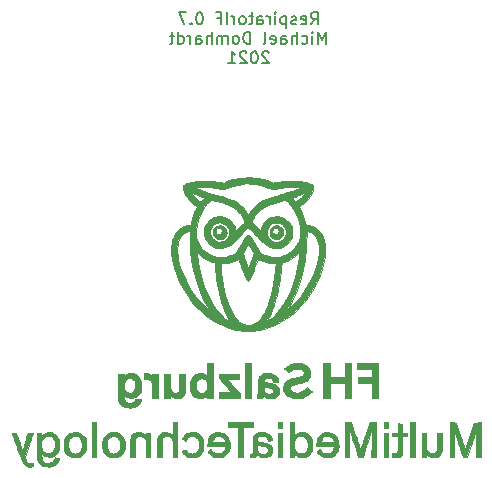
<source format=gbr>
%TF.GenerationSoftware,KiCad,Pcbnew,(5.1.10-1-10_14)*%
%TF.CreationDate,2021-06-24T14:46:10+02:00*%
%TF.ProjectId,RespiratorIF,52657370-6972-4617-946f-7249462e6b69,0.7*%
%TF.SameCoordinates,Original*%
%TF.FileFunction,Legend,Bot*%
%TF.FilePolarity,Positive*%
%FSLAX46Y46*%
G04 Gerber Fmt 4.6, Leading zero omitted, Abs format (unit mm)*
G04 Created by KiCad (PCBNEW (5.1.10-1-10_14)) date 2021-06-24 14:46:10*
%MOMM*%
%LPD*%
G01*
G04 APERTURE LIST*
%ADD10C,0.150000*%
%ADD11C,0.010000*%
G04 APERTURE END LIST*
D10*
X154508704Y-64887980D02*
X154842038Y-64411790D01*
X155080133Y-64887980D02*
X155080133Y-63887980D01*
X154699180Y-63887980D01*
X154603942Y-63935600D01*
X154556323Y-63983219D01*
X154508704Y-64078457D01*
X154508704Y-64221314D01*
X154556323Y-64316552D01*
X154603942Y-64364171D01*
X154699180Y-64411790D01*
X155080133Y-64411790D01*
X153699180Y-64840361D02*
X153794419Y-64887980D01*
X153984895Y-64887980D01*
X154080133Y-64840361D01*
X154127752Y-64745123D01*
X154127752Y-64364171D01*
X154080133Y-64268933D01*
X153984895Y-64221314D01*
X153794419Y-64221314D01*
X153699180Y-64268933D01*
X153651561Y-64364171D01*
X153651561Y-64459409D01*
X154127752Y-64554647D01*
X153270609Y-64840361D02*
X153175371Y-64887980D01*
X152984895Y-64887980D01*
X152889657Y-64840361D01*
X152842038Y-64745123D01*
X152842038Y-64697504D01*
X152889657Y-64602266D01*
X152984895Y-64554647D01*
X153127752Y-64554647D01*
X153222990Y-64507028D01*
X153270609Y-64411790D01*
X153270609Y-64364171D01*
X153222990Y-64268933D01*
X153127752Y-64221314D01*
X152984895Y-64221314D01*
X152889657Y-64268933D01*
X152413466Y-64221314D02*
X152413466Y-65221314D01*
X152413466Y-64268933D02*
X152318228Y-64221314D01*
X152127752Y-64221314D01*
X152032514Y-64268933D01*
X151984895Y-64316552D01*
X151937276Y-64411790D01*
X151937276Y-64697504D01*
X151984895Y-64792742D01*
X152032514Y-64840361D01*
X152127752Y-64887980D01*
X152318228Y-64887980D01*
X152413466Y-64840361D01*
X151508704Y-64887980D02*
X151508704Y-64221314D01*
X151508704Y-63887980D02*
X151556323Y-63935600D01*
X151508704Y-63983219D01*
X151461085Y-63935600D01*
X151508704Y-63887980D01*
X151508704Y-63983219D01*
X151032514Y-64887980D02*
X151032514Y-64221314D01*
X151032514Y-64411790D02*
X150984895Y-64316552D01*
X150937276Y-64268933D01*
X150842038Y-64221314D01*
X150746800Y-64221314D01*
X149984895Y-64887980D02*
X149984895Y-64364171D01*
X150032514Y-64268933D01*
X150127752Y-64221314D01*
X150318228Y-64221314D01*
X150413466Y-64268933D01*
X149984895Y-64840361D02*
X150080133Y-64887980D01*
X150318228Y-64887980D01*
X150413466Y-64840361D01*
X150461085Y-64745123D01*
X150461085Y-64649885D01*
X150413466Y-64554647D01*
X150318228Y-64507028D01*
X150080133Y-64507028D01*
X149984895Y-64459409D01*
X149651561Y-64221314D02*
X149270609Y-64221314D01*
X149508704Y-63887980D02*
X149508704Y-64745123D01*
X149461085Y-64840361D01*
X149365847Y-64887980D01*
X149270609Y-64887980D01*
X148794419Y-64887980D02*
X148889657Y-64840361D01*
X148937276Y-64792742D01*
X148984895Y-64697504D01*
X148984895Y-64411790D01*
X148937276Y-64316552D01*
X148889657Y-64268933D01*
X148794419Y-64221314D01*
X148651561Y-64221314D01*
X148556323Y-64268933D01*
X148508704Y-64316552D01*
X148461085Y-64411790D01*
X148461085Y-64697504D01*
X148508704Y-64792742D01*
X148556323Y-64840361D01*
X148651561Y-64887980D01*
X148794419Y-64887980D01*
X148032514Y-64887980D02*
X148032514Y-64221314D01*
X148032514Y-64411790D02*
X147984895Y-64316552D01*
X147937276Y-64268933D01*
X147842038Y-64221314D01*
X147746800Y-64221314D01*
X147413466Y-64887980D02*
X147413466Y-63887980D01*
X146603942Y-64364171D02*
X146937276Y-64364171D01*
X146937276Y-64887980D02*
X146937276Y-63887980D01*
X146461085Y-63887980D01*
X145127752Y-63887980D02*
X145032514Y-63887980D01*
X144937276Y-63935600D01*
X144889657Y-63983219D01*
X144842038Y-64078457D01*
X144794419Y-64268933D01*
X144794419Y-64507028D01*
X144842038Y-64697504D01*
X144889657Y-64792742D01*
X144937276Y-64840361D01*
X145032514Y-64887980D01*
X145127752Y-64887980D01*
X145222990Y-64840361D01*
X145270609Y-64792742D01*
X145318228Y-64697504D01*
X145365847Y-64507028D01*
X145365847Y-64268933D01*
X145318228Y-64078457D01*
X145270609Y-63983219D01*
X145222990Y-63935600D01*
X145127752Y-63887980D01*
X144365847Y-64792742D02*
X144318228Y-64840361D01*
X144365847Y-64887980D01*
X144413466Y-64840361D01*
X144365847Y-64792742D01*
X144365847Y-64887980D01*
X143984895Y-63887980D02*
X143318228Y-63887980D01*
X143746800Y-64887980D01*
X155794419Y-66537980D02*
X155794419Y-65537980D01*
X155461085Y-66252266D01*
X155127752Y-65537980D01*
X155127752Y-66537980D01*
X154651561Y-66537980D02*
X154651561Y-65871314D01*
X154651561Y-65537980D02*
X154699180Y-65585600D01*
X154651561Y-65633219D01*
X154603942Y-65585600D01*
X154651561Y-65537980D01*
X154651561Y-65633219D01*
X153746800Y-66490361D02*
X153842038Y-66537980D01*
X154032514Y-66537980D01*
X154127752Y-66490361D01*
X154175371Y-66442742D01*
X154222990Y-66347504D01*
X154222990Y-66061790D01*
X154175371Y-65966552D01*
X154127752Y-65918933D01*
X154032514Y-65871314D01*
X153842038Y-65871314D01*
X153746800Y-65918933D01*
X153318228Y-66537980D02*
X153318228Y-65537980D01*
X152889657Y-66537980D02*
X152889657Y-66014171D01*
X152937276Y-65918933D01*
X153032514Y-65871314D01*
X153175371Y-65871314D01*
X153270609Y-65918933D01*
X153318228Y-65966552D01*
X151984895Y-66537980D02*
X151984895Y-66014171D01*
X152032514Y-65918933D01*
X152127752Y-65871314D01*
X152318228Y-65871314D01*
X152413466Y-65918933D01*
X151984895Y-66490361D02*
X152080133Y-66537980D01*
X152318228Y-66537980D01*
X152413466Y-66490361D01*
X152461085Y-66395123D01*
X152461085Y-66299885D01*
X152413466Y-66204647D01*
X152318228Y-66157028D01*
X152080133Y-66157028D01*
X151984895Y-66109409D01*
X151127752Y-66490361D02*
X151222990Y-66537980D01*
X151413466Y-66537980D01*
X151508704Y-66490361D01*
X151556323Y-66395123D01*
X151556323Y-66014171D01*
X151508704Y-65918933D01*
X151413466Y-65871314D01*
X151222990Y-65871314D01*
X151127752Y-65918933D01*
X151080133Y-66014171D01*
X151080133Y-66109409D01*
X151556323Y-66204647D01*
X150508704Y-66537980D02*
X150603942Y-66490361D01*
X150651561Y-66395123D01*
X150651561Y-65537980D01*
X149365847Y-66537980D02*
X149365847Y-65537980D01*
X149127752Y-65537980D01*
X148984895Y-65585600D01*
X148889657Y-65680838D01*
X148842038Y-65776076D01*
X148794419Y-65966552D01*
X148794419Y-66109409D01*
X148842038Y-66299885D01*
X148889657Y-66395123D01*
X148984895Y-66490361D01*
X149127752Y-66537980D01*
X149365847Y-66537980D01*
X148222990Y-66537980D02*
X148318228Y-66490361D01*
X148365847Y-66442742D01*
X148413466Y-66347504D01*
X148413466Y-66061790D01*
X148365847Y-65966552D01*
X148318228Y-65918933D01*
X148222990Y-65871314D01*
X148080133Y-65871314D01*
X147984895Y-65918933D01*
X147937276Y-65966552D01*
X147889657Y-66061790D01*
X147889657Y-66347504D01*
X147937276Y-66442742D01*
X147984895Y-66490361D01*
X148080133Y-66537980D01*
X148222990Y-66537980D01*
X147461085Y-66537980D02*
X147461085Y-65871314D01*
X147461085Y-65966552D02*
X147413466Y-65918933D01*
X147318228Y-65871314D01*
X147175371Y-65871314D01*
X147080133Y-65918933D01*
X147032514Y-66014171D01*
X147032514Y-66537980D01*
X147032514Y-66014171D02*
X146984895Y-65918933D01*
X146889657Y-65871314D01*
X146746800Y-65871314D01*
X146651561Y-65918933D01*
X146603942Y-66014171D01*
X146603942Y-66537980D01*
X146127752Y-66537980D02*
X146127752Y-65537980D01*
X145699180Y-66537980D02*
X145699180Y-66014171D01*
X145746800Y-65918933D01*
X145842038Y-65871314D01*
X145984895Y-65871314D01*
X146080133Y-65918933D01*
X146127752Y-65966552D01*
X144794419Y-66537980D02*
X144794419Y-66014171D01*
X144842038Y-65918933D01*
X144937276Y-65871314D01*
X145127752Y-65871314D01*
X145222990Y-65918933D01*
X144794419Y-66490361D02*
X144889657Y-66537980D01*
X145127752Y-66537980D01*
X145222990Y-66490361D01*
X145270609Y-66395123D01*
X145270609Y-66299885D01*
X145222990Y-66204647D01*
X145127752Y-66157028D01*
X144889657Y-66157028D01*
X144794419Y-66109409D01*
X144318228Y-66537980D02*
X144318228Y-65871314D01*
X144318228Y-66061790D02*
X144270609Y-65966552D01*
X144222990Y-65918933D01*
X144127752Y-65871314D01*
X144032514Y-65871314D01*
X143270609Y-66537980D02*
X143270609Y-65537980D01*
X143270609Y-66490361D02*
X143365847Y-66537980D01*
X143556323Y-66537980D01*
X143651561Y-66490361D01*
X143699180Y-66442742D01*
X143746800Y-66347504D01*
X143746800Y-66061790D01*
X143699180Y-65966552D01*
X143651561Y-65918933D01*
X143556323Y-65871314D01*
X143365847Y-65871314D01*
X143270609Y-65918933D01*
X142937276Y-65871314D02*
X142556323Y-65871314D01*
X142794419Y-65537980D02*
X142794419Y-66395123D01*
X142746800Y-66490361D01*
X142651561Y-66537980D01*
X142556323Y-66537980D01*
X150961085Y-67283219D02*
X150913466Y-67235600D01*
X150818228Y-67187980D01*
X150580133Y-67187980D01*
X150484895Y-67235600D01*
X150437276Y-67283219D01*
X150389657Y-67378457D01*
X150389657Y-67473695D01*
X150437276Y-67616552D01*
X151008704Y-68187980D01*
X150389657Y-68187980D01*
X149770609Y-67187980D02*
X149675371Y-67187980D01*
X149580133Y-67235600D01*
X149532514Y-67283219D01*
X149484895Y-67378457D01*
X149437276Y-67568933D01*
X149437276Y-67807028D01*
X149484895Y-67997504D01*
X149532514Y-68092742D01*
X149580133Y-68140361D01*
X149675371Y-68187980D01*
X149770609Y-68187980D01*
X149865847Y-68140361D01*
X149913466Y-68092742D01*
X149961085Y-67997504D01*
X150008704Y-67807028D01*
X150008704Y-67568933D01*
X149961085Y-67378457D01*
X149913466Y-67283219D01*
X149865847Y-67235600D01*
X149770609Y-67187980D01*
X149056323Y-67283219D02*
X149008704Y-67235600D01*
X148913466Y-67187980D01*
X148675371Y-67187980D01*
X148580133Y-67235600D01*
X148532514Y-67283219D01*
X148484895Y-67378457D01*
X148484895Y-67473695D01*
X148532514Y-67616552D01*
X149103942Y-68187980D01*
X148484895Y-68187980D01*
X147532514Y-68187980D02*
X148103942Y-68187980D01*
X147818228Y-68187980D02*
X147818228Y-67187980D01*
X147913466Y-67330838D01*
X148008704Y-67426076D01*
X148103942Y-67473695D01*
D11*
%TO.C,G\u002A\u002A\u002A*%
G36*
X132195298Y-99441266D02*
G01*
X132081796Y-99458061D01*
X131986933Y-99490880D01*
X131899226Y-99543810D01*
X131807195Y-99620935D01*
X131798978Y-99628575D01*
X131693334Y-99727393D01*
X131693334Y-99467600D01*
X131331454Y-99467600D01*
X131337775Y-100605308D01*
X131339185Y-100853665D01*
X131340536Y-101063376D01*
X131341986Y-101238132D01*
X131343697Y-101381619D01*
X131345828Y-101497527D01*
X131348540Y-101589543D01*
X131351993Y-101661356D01*
X131356348Y-101716653D01*
X131361765Y-101759124D01*
X131368403Y-101792456D01*
X131376423Y-101820337D01*
X131385986Y-101846456D01*
X131392403Y-101862499D01*
X131470575Y-102017409D01*
X131567467Y-102136715D01*
X131687895Y-102224798D01*
X131836675Y-102286038D01*
X131867663Y-102294768D01*
X131942712Y-102309160D01*
X132044807Y-102321552D01*
X132160606Y-102331096D01*
X132276765Y-102336939D01*
X132379940Y-102338233D01*
X132456788Y-102334127D01*
X132465917Y-102332886D01*
X132577481Y-102309264D01*
X132690893Y-102274593D01*
X132789197Y-102234521D01*
X132833676Y-102210361D01*
X132945377Y-102118749D01*
X133040828Y-101999992D01*
X133112715Y-101865899D01*
X133153721Y-101728280D01*
X133159168Y-101684904D01*
X133164417Y-101618024D01*
X133016250Y-101591863D01*
X132923681Y-101575899D01*
X132865021Y-101567809D01*
X132832526Y-101567912D01*
X132818451Y-101576524D01*
X132815052Y-101593967D01*
X132814960Y-101600142D01*
X132801336Y-101661879D01*
X132766312Y-101740093D01*
X132717844Y-101820757D01*
X132663886Y-101889845D01*
X132634791Y-101917795D01*
X132521174Y-101984149D01*
X132378464Y-102019857D01*
X132206588Y-102024938D01*
X132193831Y-102024171D01*
X132037512Y-101998334D01*
X131911731Y-101943274D01*
X131816570Y-101859048D01*
X131752112Y-101745716D01*
X131737239Y-101700683D01*
X131725578Y-101642113D01*
X131714108Y-101555650D01*
X131704589Y-101455705D01*
X131701063Y-101404350D01*
X131688638Y-101192683D01*
X131755240Y-101271103D01*
X131861828Y-101365479D01*
X131995926Y-101435364D01*
X132149761Y-101479661D01*
X132315562Y-101497276D01*
X132485558Y-101487111D01*
X132651976Y-101448073D01*
X132745926Y-101410779D01*
X132886864Y-101322330D01*
X133006424Y-101201126D01*
X133102779Y-101051955D01*
X133174107Y-100879609D01*
X133218581Y-100688876D01*
X133230390Y-100536129D01*
X132850829Y-100536129D01*
X132827163Y-100700460D01*
X132777667Y-100851786D01*
X132702462Y-100981281D01*
X132669963Y-101019948D01*
X132560876Y-101107249D01*
X132430303Y-101161084D01*
X132284341Y-101180102D01*
X132129088Y-101162951D01*
X132081267Y-101150448D01*
X131961495Y-101094976D01*
X131852220Y-101007344D01*
X131764796Y-100897716D01*
X131733325Y-100838939D01*
X131711573Y-100786113D01*
X131697055Y-100734990D01*
X131688358Y-100675053D01*
X131684069Y-100595781D01*
X131682774Y-100486655D01*
X131682750Y-100462433D01*
X131683396Y-100349579D01*
X131686416Y-100268518D01*
X131693432Y-100208718D01*
X131706068Y-100159644D01*
X131725946Y-100110764D01*
X131742147Y-100076894D01*
X131810752Y-99967853D01*
X131899008Y-99872394D01*
X131996311Y-99800511D01*
X132070245Y-99767659D01*
X132215871Y-99742481D01*
X132361451Y-99750810D01*
X132497782Y-99790286D01*
X132615661Y-99858549D01*
X132684805Y-99925244D01*
X132765654Y-100053350D01*
X132820194Y-100203749D01*
X132848546Y-100367617D01*
X132850829Y-100536129D01*
X133230390Y-100536129D01*
X133234379Y-100484548D01*
X133219675Y-100271414D01*
X133207576Y-100198693D01*
X133150987Y-100000262D01*
X133062827Y-99824205D01*
X132945929Y-99674410D01*
X132803125Y-99554766D01*
X132693515Y-99493012D01*
X132634149Y-99467241D01*
X132580482Y-99450639D01*
X132520347Y-99441262D01*
X132441580Y-99437170D01*
X132338917Y-99436408D01*
X132195298Y-99441266D01*
G37*
X132195298Y-99441266D02*
X132081796Y-99458061D01*
X131986933Y-99490880D01*
X131899226Y-99543810D01*
X131807195Y-99620935D01*
X131798978Y-99628575D01*
X131693334Y-99727393D01*
X131693334Y-99467600D01*
X131331454Y-99467600D01*
X131337775Y-100605308D01*
X131339185Y-100853665D01*
X131340536Y-101063376D01*
X131341986Y-101238132D01*
X131343697Y-101381619D01*
X131345828Y-101497527D01*
X131348540Y-101589543D01*
X131351993Y-101661356D01*
X131356348Y-101716653D01*
X131361765Y-101759124D01*
X131368403Y-101792456D01*
X131376423Y-101820337D01*
X131385986Y-101846456D01*
X131392403Y-101862499D01*
X131470575Y-102017409D01*
X131567467Y-102136715D01*
X131687895Y-102224798D01*
X131836675Y-102286038D01*
X131867663Y-102294768D01*
X131942712Y-102309160D01*
X132044807Y-102321552D01*
X132160606Y-102331096D01*
X132276765Y-102336939D01*
X132379940Y-102338233D01*
X132456788Y-102334127D01*
X132465917Y-102332886D01*
X132577481Y-102309264D01*
X132690893Y-102274593D01*
X132789197Y-102234521D01*
X132833676Y-102210361D01*
X132945377Y-102118749D01*
X133040828Y-101999992D01*
X133112715Y-101865899D01*
X133153721Y-101728280D01*
X133159168Y-101684904D01*
X133164417Y-101618024D01*
X133016250Y-101591863D01*
X132923681Y-101575899D01*
X132865021Y-101567809D01*
X132832526Y-101567912D01*
X132818451Y-101576524D01*
X132815052Y-101593967D01*
X132814960Y-101600142D01*
X132801336Y-101661879D01*
X132766312Y-101740093D01*
X132717844Y-101820757D01*
X132663886Y-101889845D01*
X132634791Y-101917795D01*
X132521174Y-101984149D01*
X132378464Y-102019857D01*
X132206588Y-102024938D01*
X132193831Y-102024171D01*
X132037512Y-101998334D01*
X131911731Y-101943274D01*
X131816570Y-101859048D01*
X131752112Y-101745716D01*
X131737239Y-101700683D01*
X131725578Y-101642113D01*
X131714108Y-101555650D01*
X131704589Y-101455705D01*
X131701063Y-101404350D01*
X131688638Y-101192683D01*
X131755240Y-101271103D01*
X131861828Y-101365479D01*
X131995926Y-101435364D01*
X132149761Y-101479661D01*
X132315562Y-101497276D01*
X132485558Y-101487111D01*
X132651976Y-101448073D01*
X132745926Y-101410779D01*
X132886864Y-101322330D01*
X133006424Y-101201126D01*
X133102779Y-101051955D01*
X133174107Y-100879609D01*
X133218581Y-100688876D01*
X133230390Y-100536129D01*
X132850829Y-100536129D01*
X132827163Y-100700460D01*
X132777667Y-100851786D01*
X132702462Y-100981281D01*
X132669963Y-101019948D01*
X132560876Y-101107249D01*
X132430303Y-101161084D01*
X132284341Y-101180102D01*
X132129088Y-101162951D01*
X132081267Y-101150448D01*
X131961495Y-101094976D01*
X131852220Y-101007344D01*
X131764796Y-100897716D01*
X131733325Y-100838939D01*
X131711573Y-100786113D01*
X131697055Y-100734990D01*
X131688358Y-100675053D01*
X131684069Y-100595781D01*
X131682774Y-100486655D01*
X131682750Y-100462433D01*
X131683396Y-100349579D01*
X131686416Y-100268518D01*
X131693432Y-100208718D01*
X131706068Y-100159644D01*
X131725946Y-100110764D01*
X131742147Y-100076894D01*
X131810752Y-99967853D01*
X131899008Y-99872394D01*
X131996311Y-99800511D01*
X132070245Y-99767659D01*
X132215871Y-99742481D01*
X132361451Y-99750810D01*
X132497782Y-99790286D01*
X132615661Y-99858549D01*
X132684805Y-99925244D01*
X132765654Y-100053350D01*
X132820194Y-100203749D01*
X132848546Y-100367617D01*
X132850829Y-100536129D01*
X133230390Y-100536129D01*
X133234379Y-100484548D01*
X133219675Y-100271414D01*
X133207576Y-100198693D01*
X133150987Y-100000262D01*
X133062827Y-99824205D01*
X132945929Y-99674410D01*
X132803125Y-99554766D01*
X132693515Y-99493012D01*
X132634149Y-99467241D01*
X132580482Y-99450639D01*
X132520347Y-99441262D01*
X132441580Y-99437170D01*
X132338917Y-99436408D01*
X132195298Y-99441266D01*
G36*
X130510881Y-99684558D02*
G01*
X130439273Y-99913304D01*
X130371042Y-100127436D01*
X130307237Y-100323904D01*
X130248906Y-100499659D01*
X130197095Y-100651649D01*
X130152853Y-100776826D01*
X130117228Y-100872139D01*
X130091268Y-100934538D01*
X130076019Y-100960973D01*
X130072768Y-100959850D01*
X130063122Y-100930553D01*
X130041324Y-100866059D01*
X130009024Y-100771193D01*
X129967869Y-100650779D01*
X129919510Y-100509641D01*
X129865593Y-100352604D01*
X129812368Y-100197850D01*
X129564643Y-99478183D01*
X129380155Y-99472067D01*
X129297774Y-99471284D01*
X129234362Y-99474388D01*
X129199498Y-99480742D01*
X129195667Y-99484341D01*
X129202762Y-99508161D01*
X129223037Y-99567536D01*
X129254976Y-99658322D01*
X129297064Y-99776373D01*
X129347786Y-99917543D01*
X129405625Y-100077687D01*
X129469067Y-100252660D01*
X129536596Y-100438317D01*
X129606697Y-100630511D01*
X129677853Y-100825098D01*
X129748550Y-101017933D01*
X129817272Y-101204870D01*
X129882504Y-101381763D01*
X129942730Y-101544468D01*
X129996435Y-101688839D01*
X130042103Y-101810730D01*
X130078219Y-101905997D01*
X130103267Y-101970493D01*
X130114258Y-101997017D01*
X130188046Y-102128467D01*
X130275884Y-102223976D01*
X130383952Y-102287609D01*
X130518433Y-102323430D01*
X130626697Y-102333908D01*
X130718936Y-102336557D01*
X130805587Y-102336098D01*
X130869119Y-102332655D01*
X130873125Y-102332200D01*
X130952500Y-102322544D01*
X130952510Y-102170364D01*
X130952519Y-102018183D01*
X130753185Y-102018183D01*
X130658117Y-102017271D01*
X130594851Y-102013087D01*
X130552869Y-102003455D01*
X130521654Y-101986203D01*
X130497165Y-101965267D01*
X130450667Y-101914564D01*
X130410735Y-101852145D01*
X130372236Y-101768342D01*
X130330040Y-101653488D01*
X130327116Y-101644922D01*
X130278511Y-101502016D01*
X130612901Y-100532433D01*
X130680011Y-100337740D01*
X130743221Y-100154153D01*
X130801125Y-99985777D01*
X130852314Y-99836716D01*
X130895380Y-99711074D01*
X130928915Y-99612953D01*
X130951511Y-99546459D01*
X130961760Y-99515695D01*
X130961906Y-99515225D01*
X130967113Y-99493083D01*
X130961321Y-99479153D01*
X130937159Y-99471532D01*
X130887254Y-99468318D01*
X130804236Y-99467609D01*
X130777369Y-99467600D01*
X130578218Y-99467600D01*
X130510881Y-99684558D01*
G37*
X130510881Y-99684558D02*
X130439273Y-99913304D01*
X130371042Y-100127436D01*
X130307237Y-100323904D01*
X130248906Y-100499659D01*
X130197095Y-100651649D01*
X130152853Y-100776826D01*
X130117228Y-100872139D01*
X130091268Y-100934538D01*
X130076019Y-100960973D01*
X130072768Y-100959850D01*
X130063122Y-100930553D01*
X130041324Y-100866059D01*
X130009024Y-100771193D01*
X129967869Y-100650779D01*
X129919510Y-100509641D01*
X129865593Y-100352604D01*
X129812368Y-100197850D01*
X129564643Y-99478183D01*
X129380155Y-99472067D01*
X129297774Y-99471284D01*
X129234362Y-99474388D01*
X129199498Y-99480742D01*
X129195667Y-99484341D01*
X129202762Y-99508161D01*
X129223037Y-99567536D01*
X129254976Y-99658322D01*
X129297064Y-99776373D01*
X129347786Y-99917543D01*
X129405625Y-100077687D01*
X129469067Y-100252660D01*
X129536596Y-100438317D01*
X129606697Y-100630511D01*
X129677853Y-100825098D01*
X129748550Y-101017933D01*
X129817272Y-101204870D01*
X129882504Y-101381763D01*
X129942730Y-101544468D01*
X129996435Y-101688839D01*
X130042103Y-101810730D01*
X130078219Y-101905997D01*
X130103267Y-101970493D01*
X130114258Y-101997017D01*
X130188046Y-102128467D01*
X130275884Y-102223976D01*
X130383952Y-102287609D01*
X130518433Y-102323430D01*
X130626697Y-102333908D01*
X130718936Y-102336557D01*
X130805587Y-102336098D01*
X130869119Y-102332655D01*
X130873125Y-102332200D01*
X130952500Y-102322544D01*
X130952510Y-102170364D01*
X130952519Y-102018183D01*
X130753185Y-102018183D01*
X130658117Y-102017271D01*
X130594851Y-102013087D01*
X130552869Y-102003455D01*
X130521654Y-101986203D01*
X130497165Y-101965267D01*
X130450667Y-101914564D01*
X130410735Y-101852145D01*
X130372236Y-101768342D01*
X130330040Y-101653488D01*
X130327116Y-101644922D01*
X130278511Y-101502016D01*
X130612901Y-100532433D01*
X130680011Y-100337740D01*
X130743221Y-100154153D01*
X130801125Y-99985777D01*
X130852314Y-99836716D01*
X130895380Y-99711074D01*
X130928915Y-99612953D01*
X130951511Y-99546459D01*
X130961760Y-99515695D01*
X130961906Y-99515225D01*
X130967113Y-99493083D01*
X130961321Y-99479153D01*
X130937159Y-99471532D01*
X130887254Y-99468318D01*
X130804236Y-99467609D01*
X130777369Y-99467600D01*
X130578218Y-99467600D01*
X130510881Y-99684558D01*
G36*
X165221334Y-100156727D02*
G01*
X165220509Y-100380980D01*
X165218069Y-100570920D01*
X165214070Y-100724786D01*
X165208565Y-100840816D01*
X165201607Y-100917249D01*
X165197257Y-100941472D01*
X165149225Y-101053604D01*
X165070530Y-101138907D01*
X164965009Y-101195080D01*
X164836504Y-101219821D01*
X164736847Y-101217406D01*
X164599468Y-101183656D01*
X164482995Y-101113293D01*
X164388995Y-101007361D01*
X164366329Y-100970433D01*
X164300584Y-100854017D01*
X164294220Y-100160808D01*
X164287856Y-99467600D01*
X163909000Y-99467600D01*
X163909000Y-101499600D01*
X164290000Y-101499600D01*
X164290000Y-101268346D01*
X164385865Y-101361515D01*
X164512275Y-101455338D01*
X164663920Y-101517546D01*
X164836724Y-101547070D01*
X165026607Y-101542837D01*
X165060205Y-101538695D01*
X165214219Y-101497421D01*
X165349229Y-101421055D01*
X165459823Y-101314078D01*
X165540586Y-101180973D01*
X165563024Y-101122353D01*
X165571114Y-101076548D01*
X165578203Y-100991564D01*
X165584313Y-100866768D01*
X165589471Y-100701526D01*
X165593701Y-100495207D01*
X165596932Y-100256058D01*
X165605509Y-99467600D01*
X165221334Y-99467600D01*
X165221334Y-100156727D01*
G37*
X165221334Y-100156727D02*
X165220509Y-100380980D01*
X165218069Y-100570920D01*
X165214070Y-100724786D01*
X165208565Y-100840816D01*
X165201607Y-100917249D01*
X165197257Y-100941472D01*
X165149225Y-101053604D01*
X165070530Y-101138907D01*
X164965009Y-101195080D01*
X164836504Y-101219821D01*
X164736847Y-101217406D01*
X164599468Y-101183656D01*
X164482995Y-101113293D01*
X164388995Y-101007361D01*
X164366329Y-100970433D01*
X164300584Y-100854017D01*
X164294220Y-100160808D01*
X164287856Y-99467600D01*
X163909000Y-99467600D01*
X163909000Y-101499600D01*
X164290000Y-101499600D01*
X164290000Y-101268346D01*
X164385865Y-101361515D01*
X164512275Y-101455338D01*
X164663920Y-101517546D01*
X164836724Y-101547070D01*
X165026607Y-101542837D01*
X165060205Y-101538695D01*
X165214219Y-101497421D01*
X165349229Y-101421055D01*
X165459823Y-101314078D01*
X165540586Y-101180973D01*
X165563024Y-101122353D01*
X165571114Y-101076548D01*
X165578203Y-100991564D01*
X165584313Y-100866768D01*
X165589471Y-100701526D01*
X165593701Y-100495207D01*
X165596932Y-100256058D01*
X165605509Y-99467600D01*
X165221334Y-99467600D01*
X165221334Y-100156727D01*
G36*
X161872602Y-98673826D02*
G01*
X161865411Y-98706483D01*
X161860435Y-98766396D01*
X161857393Y-98857853D01*
X161856000Y-98985144D01*
X161855834Y-99065433D01*
X161855834Y-99467600D01*
X161411334Y-99467600D01*
X161411334Y-99763933D01*
X161855834Y-99763933D01*
X161855834Y-100449505D01*
X161855991Y-100653048D01*
X161855574Y-100818219D01*
X161853252Y-100948972D01*
X161847692Y-101049262D01*
X161837563Y-101123043D01*
X161821533Y-101174270D01*
X161798270Y-101206897D01*
X161766443Y-101224878D01*
X161724719Y-101232168D01*
X161671767Y-101232722D01*
X161606255Y-101230493D01*
X161592942Y-101230099D01*
X161411334Y-101225182D01*
X161411334Y-101517720D01*
X161533042Y-101530459D01*
X161645527Y-101541899D01*
X161726421Y-101548825D01*
X161786193Y-101551522D01*
X161835312Y-101550275D01*
X161884247Y-101545369D01*
X161916956Y-101540920D01*
X162031737Y-101510892D01*
X162122016Y-101453241D01*
X162182609Y-101385650D01*
X162193942Y-101368931D01*
X162203176Y-101349267D01*
X162210568Y-101322327D01*
X162216375Y-101283778D01*
X162220855Y-101229289D01*
X162224264Y-101154528D01*
X162226862Y-101055164D01*
X162228904Y-100926864D01*
X162230648Y-100765297D01*
X162232351Y-100566131D01*
X162232516Y-100545583D01*
X162238782Y-99763933D01*
X162617834Y-99763933D01*
X162617834Y-99467600D01*
X162237833Y-99467600D01*
X162232042Y-99103233D01*
X162226250Y-98738867D01*
X162067500Y-98701934D01*
X161988012Y-98684095D01*
X161923146Y-98670732D01*
X161885152Y-98664345D01*
X161882292Y-98664134D01*
X161872602Y-98673826D01*
G37*
X161872602Y-98673826D02*
X161865411Y-98706483D01*
X161860435Y-98766396D01*
X161857393Y-98857853D01*
X161856000Y-98985144D01*
X161855834Y-99065433D01*
X161855834Y-99467600D01*
X161411334Y-99467600D01*
X161411334Y-99763933D01*
X161855834Y-99763933D01*
X161855834Y-100449505D01*
X161855991Y-100653048D01*
X161855574Y-100818219D01*
X161853252Y-100948972D01*
X161847692Y-101049262D01*
X161837563Y-101123043D01*
X161821533Y-101174270D01*
X161798270Y-101206897D01*
X161766443Y-101224878D01*
X161724719Y-101232168D01*
X161671767Y-101232722D01*
X161606255Y-101230493D01*
X161592942Y-101230099D01*
X161411334Y-101225182D01*
X161411334Y-101517720D01*
X161533042Y-101530459D01*
X161645527Y-101541899D01*
X161726421Y-101548825D01*
X161786193Y-101551522D01*
X161835312Y-101550275D01*
X161884247Y-101545369D01*
X161916956Y-101540920D01*
X162031737Y-101510892D01*
X162122016Y-101453241D01*
X162182609Y-101385650D01*
X162193942Y-101368931D01*
X162203176Y-101349267D01*
X162210568Y-101322327D01*
X162216375Y-101283778D01*
X162220855Y-101229289D01*
X162224264Y-101154528D01*
X162226862Y-101055164D01*
X162228904Y-100926864D01*
X162230648Y-100765297D01*
X162232351Y-100566131D01*
X162232516Y-100545583D01*
X162238782Y-99763933D01*
X162617834Y-99763933D01*
X162617834Y-99467600D01*
X162237833Y-99467600D01*
X162232042Y-99103233D01*
X162226250Y-98738867D01*
X162067500Y-98701934D01*
X161988012Y-98684095D01*
X161923146Y-98670732D01*
X161885152Y-98664345D01*
X161882292Y-98664134D01*
X161872602Y-98673826D01*
G36*
X155685374Y-99443717D02*
G01*
X155508144Y-99498006D01*
X155353654Y-99586947D01*
X155223476Y-99709104D01*
X155119182Y-99863042D01*
X155042345Y-100047324D01*
X154998581Y-100234117D01*
X154986562Y-100325053D01*
X154978652Y-100417202D01*
X154976827Y-100467725D01*
X154976667Y-100568267D01*
X156484954Y-100568267D01*
X156471078Y-100672869D01*
X156430636Y-100835075D01*
X156356630Y-100974818D01*
X156251516Y-101088323D01*
X156160368Y-101150350D01*
X156099880Y-101181493D01*
X156047150Y-101200410D01*
X155987894Y-101210064D01*
X155907827Y-101213417D01*
X155855084Y-101213655D01*
X155756604Y-101211859D01*
X155686084Y-101204888D01*
X155629222Y-101190012D01*
X155571715Y-101164499D01*
X155556473Y-101156617D01*
X155482761Y-101108777D01*
X155403417Y-101043545D01*
X155350615Y-100991056D01*
X155252867Y-100882338D01*
X155125351Y-100971786D01*
X155063399Y-101017931D01*
X155018059Y-101056830D01*
X154998106Y-101080866D01*
X154997834Y-101082445D01*
X155013521Y-101119958D01*
X155055366Y-101174594D01*
X155115547Y-101238228D01*
X155186241Y-101302736D01*
X155259627Y-101359994D01*
X155275712Y-101371048D01*
X155449347Y-101462772D01*
X155643720Y-101522683D01*
X155849403Y-101548665D01*
X156035161Y-101541440D01*
X156219949Y-101504213D01*
X156378597Y-101438063D01*
X156519164Y-101339017D01*
X156595151Y-101265396D01*
X156701103Y-101122767D01*
X156781322Y-100952761D01*
X156834340Y-100762690D01*
X156858686Y-100559868D01*
X156852893Y-100351608D01*
X156829736Y-100220866D01*
X156458334Y-100220866D01*
X156458334Y-100271933D01*
X155361486Y-100271933D01*
X155387648Y-100160808D01*
X155427387Y-100032392D01*
X155481270Y-99933985D01*
X155540986Y-99866891D01*
X155659452Y-99783133D01*
X155789109Y-99736557D01*
X155923485Y-99725877D01*
X156056104Y-99749803D01*
X156180494Y-99807047D01*
X156290180Y-99896322D01*
X156378689Y-100016339D01*
X156389093Y-100035658D01*
X156423985Y-100110260D01*
X156448863Y-100176819D01*
X156458334Y-100220866D01*
X156829736Y-100220866D01*
X156818146Y-100155435D01*
X156747955Y-99956206D01*
X156647853Y-99786194D01*
X156519885Y-99646996D01*
X156366093Y-99540209D01*
X156188522Y-99467429D01*
X155989217Y-99430254D01*
X155883772Y-99425518D01*
X155685374Y-99443717D01*
G37*
X155685374Y-99443717D02*
X155508144Y-99498006D01*
X155353654Y-99586947D01*
X155223476Y-99709104D01*
X155119182Y-99863042D01*
X155042345Y-100047324D01*
X154998581Y-100234117D01*
X154986562Y-100325053D01*
X154978652Y-100417202D01*
X154976827Y-100467725D01*
X154976667Y-100568267D01*
X156484954Y-100568267D01*
X156471078Y-100672869D01*
X156430636Y-100835075D01*
X156356630Y-100974818D01*
X156251516Y-101088323D01*
X156160368Y-101150350D01*
X156099880Y-101181493D01*
X156047150Y-101200410D01*
X155987894Y-101210064D01*
X155907827Y-101213417D01*
X155855084Y-101213655D01*
X155756604Y-101211859D01*
X155686084Y-101204888D01*
X155629222Y-101190012D01*
X155571715Y-101164499D01*
X155556473Y-101156617D01*
X155482761Y-101108777D01*
X155403417Y-101043545D01*
X155350615Y-100991056D01*
X155252867Y-100882338D01*
X155125351Y-100971786D01*
X155063399Y-101017931D01*
X155018059Y-101056830D01*
X154998106Y-101080866D01*
X154997834Y-101082445D01*
X155013521Y-101119958D01*
X155055366Y-101174594D01*
X155115547Y-101238228D01*
X155186241Y-101302736D01*
X155259627Y-101359994D01*
X155275712Y-101371048D01*
X155449347Y-101462772D01*
X155643720Y-101522683D01*
X155849403Y-101548665D01*
X156035161Y-101541440D01*
X156219949Y-101504213D01*
X156378597Y-101438063D01*
X156519164Y-101339017D01*
X156595151Y-101265396D01*
X156701103Y-101122767D01*
X156781322Y-100952761D01*
X156834340Y-100762690D01*
X156858686Y-100559868D01*
X156852893Y-100351608D01*
X156829736Y-100220866D01*
X156458334Y-100220866D01*
X156458334Y-100271933D01*
X155361486Y-100271933D01*
X155387648Y-100160808D01*
X155427387Y-100032392D01*
X155481270Y-99933985D01*
X155540986Y-99866891D01*
X155659452Y-99783133D01*
X155789109Y-99736557D01*
X155923485Y-99725877D01*
X156056104Y-99749803D01*
X156180494Y-99807047D01*
X156290180Y-99896322D01*
X156378689Y-100016339D01*
X156389093Y-100035658D01*
X156423985Y-100110260D01*
X156448863Y-100176819D01*
X156458334Y-100220866D01*
X156829736Y-100220866D01*
X156818146Y-100155435D01*
X156747955Y-99956206D01*
X156647853Y-99786194D01*
X156519885Y-99646996D01*
X156366093Y-99540209D01*
X156188522Y-99467429D01*
X155989217Y-99430254D01*
X155883772Y-99425518D01*
X155685374Y-99443717D01*
G36*
X152733000Y-101499600D02*
G01*
X153114000Y-101499600D01*
X153114000Y-101262844D01*
X153220858Y-101358917D01*
X153362185Y-101458040D01*
X153524847Y-101521487D01*
X153706414Y-101548618D01*
X153903181Y-101538969D01*
X154061694Y-101501799D01*
X154200020Y-101433908D01*
X154321589Y-101337783D01*
X154433583Y-101216311D01*
X154517757Y-101084428D01*
X154576961Y-100934962D01*
X154614049Y-100760739D01*
X154631744Y-100557683D01*
X154631861Y-100532220D01*
X154251229Y-100532220D01*
X154242004Y-100667162D01*
X154227280Y-100771255D01*
X154203992Y-100855915D01*
X154169075Y-100932556D01*
X154124139Y-101005659D01*
X154028646Y-101112422D01*
X153910280Y-101186047D01*
X153774234Y-101225088D01*
X153625700Y-101228101D01*
X153469867Y-101193643D01*
X153460339Y-101190332D01*
X153346670Y-101128597D01*
X153251190Y-101034551D01*
X153175030Y-100914629D01*
X153119321Y-100775264D01*
X153085194Y-100622891D01*
X153073781Y-100463944D01*
X153086213Y-100304857D01*
X153123621Y-100152064D01*
X153187137Y-100011999D01*
X153239623Y-99935006D01*
X153341200Y-99839179D01*
X153465467Y-99773039D01*
X153603251Y-99738406D01*
X153745379Y-99737095D01*
X153882677Y-99770924D01*
X153937868Y-99796685D01*
X154060379Y-99886418D01*
X154152890Y-100005898D01*
X154215424Y-100155180D01*
X154248004Y-100334316D01*
X154251229Y-100532220D01*
X154631861Y-100532220D01*
X154632631Y-100365267D01*
X154616476Y-100201810D01*
X154581459Y-100056765D01*
X154525760Y-99919590D01*
X154519344Y-99906619D01*
X154414807Y-99738165D01*
X154288613Y-99606081D01*
X154140904Y-99510448D01*
X153971823Y-99451348D01*
X153781513Y-99428864D01*
X153686668Y-99430852D01*
X153530181Y-99449931D01*
X153401399Y-99489076D01*
X153288627Y-99552863D01*
X153209892Y-99617435D01*
X153114000Y-99705825D01*
X153114000Y-98599767D01*
X152733000Y-98599767D01*
X152733000Y-101499600D01*
G37*
X152733000Y-101499600D02*
X153114000Y-101499600D01*
X153114000Y-101262844D01*
X153220858Y-101358917D01*
X153362185Y-101458040D01*
X153524847Y-101521487D01*
X153706414Y-101548618D01*
X153903181Y-101538969D01*
X154061694Y-101501799D01*
X154200020Y-101433908D01*
X154321589Y-101337783D01*
X154433583Y-101216311D01*
X154517757Y-101084428D01*
X154576961Y-100934962D01*
X154614049Y-100760739D01*
X154631744Y-100557683D01*
X154631861Y-100532220D01*
X154251229Y-100532220D01*
X154242004Y-100667162D01*
X154227280Y-100771255D01*
X154203992Y-100855915D01*
X154169075Y-100932556D01*
X154124139Y-101005659D01*
X154028646Y-101112422D01*
X153910280Y-101186047D01*
X153774234Y-101225088D01*
X153625700Y-101228101D01*
X153469867Y-101193643D01*
X153460339Y-101190332D01*
X153346670Y-101128597D01*
X153251190Y-101034551D01*
X153175030Y-100914629D01*
X153119321Y-100775264D01*
X153085194Y-100622891D01*
X153073781Y-100463944D01*
X153086213Y-100304857D01*
X153123621Y-100152064D01*
X153187137Y-100011999D01*
X153239623Y-99935006D01*
X153341200Y-99839179D01*
X153465467Y-99773039D01*
X153603251Y-99738406D01*
X153745379Y-99737095D01*
X153882677Y-99770924D01*
X153937868Y-99796685D01*
X154060379Y-99886418D01*
X154152890Y-100005898D01*
X154215424Y-100155180D01*
X154248004Y-100334316D01*
X154251229Y-100532220D01*
X154631861Y-100532220D01*
X154632631Y-100365267D01*
X154616476Y-100201810D01*
X154581459Y-100056765D01*
X154525760Y-99919590D01*
X154519344Y-99906619D01*
X154414807Y-99738165D01*
X154288613Y-99606081D01*
X154140904Y-99510448D01*
X153971823Y-99451348D01*
X153781513Y-99428864D01*
X153686668Y-99430852D01*
X153530181Y-99449931D01*
X153401399Y-99489076D01*
X153288627Y-99552863D01*
X153209892Y-99617435D01*
X153114000Y-99705825D01*
X153114000Y-98599767D01*
X152733000Y-98599767D01*
X152733000Y-101499600D01*
G36*
X150156548Y-99438366D02*
G01*
X149992387Y-99474902D01*
X149856522Y-99533765D01*
X149752545Y-99613515D01*
X149698248Y-99685121D01*
X149671244Y-99737185D01*
X149649585Y-99792912D01*
X149632712Y-99857496D01*
X149620061Y-99936129D01*
X149611072Y-100034002D01*
X149605183Y-100156309D01*
X149601831Y-100308241D01*
X149600457Y-100494992D01*
X149600334Y-100590475D01*
X149600198Y-100764571D01*
X149599571Y-100901295D01*
X149598121Y-101005610D01*
X149595517Y-101082478D01*
X149591427Y-101136860D01*
X149585520Y-101173718D01*
X149577464Y-101198014D01*
X149566929Y-101214710D01*
X149558000Y-101224433D01*
X149504606Y-101256298D01*
X149452167Y-101266767D01*
X149388667Y-101266767D01*
X149388667Y-101541933D01*
X149560093Y-101541933D01*
X149691197Y-101535244D01*
X149788233Y-101513368D01*
X149857587Y-101473593D01*
X149905646Y-101413204D01*
X149917031Y-101390295D01*
X149953191Y-101309529D01*
X150004304Y-101364326D01*
X150088076Y-101431303D01*
X150200795Y-101488910D01*
X150329185Y-101530808D01*
X150372364Y-101540040D01*
X150501556Y-101557899D01*
X150616079Y-101557831D01*
X150739779Y-101539485D01*
X150764500Y-101534293D01*
X150919945Y-101483050D01*
X151049942Y-101403750D01*
X151138373Y-101313857D01*
X151197535Y-101220476D01*
X151233141Y-101121038D01*
X151249134Y-101002034D01*
X151251009Y-100928100D01*
X151248019Y-100900951D01*
X150864094Y-100900951D01*
X150855423Y-101012504D01*
X150811906Y-101106905D01*
X150738531Y-101181334D01*
X150640282Y-101232975D01*
X150522147Y-101259010D01*
X150389112Y-101256622D01*
X150276800Y-101232798D01*
X150164478Y-101181932D01*
X150070497Y-101105496D01*
X150004299Y-101012301D01*
X149983776Y-100959373D01*
X149973187Y-100899702D01*
X149965070Y-100813026D01*
X149960699Y-100714658D01*
X149960285Y-100677127D01*
X149960958Y-100584722D01*
X149964036Y-100527479D01*
X149970912Y-100498239D01*
X149982976Y-100489845D01*
X149996085Y-100492854D01*
X150030000Y-100502467D01*
X150095899Y-100518492D01*
X150184321Y-100538707D01*
X150285807Y-100560891D01*
X150287127Y-100561174D01*
X150459666Y-100600539D01*
X150594616Y-100637956D01*
X150696472Y-100676074D01*
X150769729Y-100717538D01*
X150818881Y-100764996D01*
X150848422Y-100821094D01*
X150862847Y-100888479D01*
X150864094Y-100900951D01*
X151248019Y-100900951D01*
X151236414Y-100795604D01*
X151196027Y-100671770D01*
X151134689Y-100569329D01*
X151100677Y-100532808D01*
X151017973Y-100472290D01*
X150907549Y-100417729D01*
X150766128Y-100368053D01*
X150590431Y-100322190D01*
X150377183Y-100279068D01*
X150267084Y-100260105D01*
X150171506Y-100242091D01*
X150087100Y-100222051D01*
X150025730Y-100203004D01*
X150005066Y-100193415D01*
X149976520Y-100171127D01*
X149963401Y-100142733D01*
X149962338Y-100094968D01*
X149966912Y-100043362D01*
X149994326Y-99923620D01*
X150049674Y-99834323D01*
X150134547Y-99774146D01*
X150250531Y-99741765D01*
X150336589Y-99735110D01*
X150493767Y-99741790D01*
X150617575Y-99771148D01*
X150712204Y-99826330D01*
X150781843Y-99910487D01*
X150830682Y-100026768D01*
X150853770Y-100123767D01*
X150862683Y-100138992D01*
X150887576Y-100146218D01*
X150936662Y-100146070D01*
X151018151Y-100139173D01*
X151034375Y-100137523D01*
X151119790Y-100128128D01*
X151171514Y-100119163D01*
X151197993Y-100106975D01*
X151207672Y-100087910D01*
X151209000Y-100061990D01*
X151190828Y-99938270D01*
X151140538Y-99811852D01*
X151064477Y-99697725D01*
X151046038Y-99676953D01*
X150917433Y-99568297D01*
X150763127Y-99490592D01*
X150581517Y-99443261D01*
X150371002Y-99425730D01*
X150345417Y-99425597D01*
X150156548Y-99438366D01*
G37*
X150156548Y-99438366D02*
X149992387Y-99474902D01*
X149856522Y-99533765D01*
X149752545Y-99613515D01*
X149698248Y-99685121D01*
X149671244Y-99737185D01*
X149649585Y-99792912D01*
X149632712Y-99857496D01*
X149620061Y-99936129D01*
X149611072Y-100034002D01*
X149605183Y-100156309D01*
X149601831Y-100308241D01*
X149600457Y-100494992D01*
X149600334Y-100590475D01*
X149600198Y-100764571D01*
X149599571Y-100901295D01*
X149598121Y-101005610D01*
X149595517Y-101082478D01*
X149591427Y-101136860D01*
X149585520Y-101173718D01*
X149577464Y-101198014D01*
X149566929Y-101214710D01*
X149558000Y-101224433D01*
X149504606Y-101256298D01*
X149452167Y-101266767D01*
X149388667Y-101266767D01*
X149388667Y-101541933D01*
X149560093Y-101541933D01*
X149691197Y-101535244D01*
X149788233Y-101513368D01*
X149857587Y-101473593D01*
X149905646Y-101413204D01*
X149917031Y-101390295D01*
X149953191Y-101309529D01*
X150004304Y-101364326D01*
X150088076Y-101431303D01*
X150200795Y-101488910D01*
X150329185Y-101530808D01*
X150372364Y-101540040D01*
X150501556Y-101557899D01*
X150616079Y-101557831D01*
X150739779Y-101539485D01*
X150764500Y-101534293D01*
X150919945Y-101483050D01*
X151049942Y-101403750D01*
X151138373Y-101313857D01*
X151197535Y-101220476D01*
X151233141Y-101121038D01*
X151249134Y-101002034D01*
X151251009Y-100928100D01*
X151248019Y-100900951D01*
X150864094Y-100900951D01*
X150855423Y-101012504D01*
X150811906Y-101106905D01*
X150738531Y-101181334D01*
X150640282Y-101232975D01*
X150522147Y-101259010D01*
X150389112Y-101256622D01*
X150276800Y-101232798D01*
X150164478Y-101181932D01*
X150070497Y-101105496D01*
X150004299Y-101012301D01*
X149983776Y-100959373D01*
X149973187Y-100899702D01*
X149965070Y-100813026D01*
X149960699Y-100714658D01*
X149960285Y-100677127D01*
X149960958Y-100584722D01*
X149964036Y-100527479D01*
X149970912Y-100498239D01*
X149982976Y-100489845D01*
X149996085Y-100492854D01*
X150030000Y-100502467D01*
X150095899Y-100518492D01*
X150184321Y-100538707D01*
X150285807Y-100560891D01*
X150287127Y-100561174D01*
X150459666Y-100600539D01*
X150594616Y-100637956D01*
X150696472Y-100676074D01*
X150769729Y-100717538D01*
X150818881Y-100764996D01*
X150848422Y-100821094D01*
X150862847Y-100888479D01*
X150864094Y-100900951D01*
X151248019Y-100900951D01*
X151236414Y-100795604D01*
X151196027Y-100671770D01*
X151134689Y-100569329D01*
X151100677Y-100532808D01*
X151017973Y-100472290D01*
X150907549Y-100417729D01*
X150766128Y-100368053D01*
X150590431Y-100322190D01*
X150377183Y-100279068D01*
X150267084Y-100260105D01*
X150171506Y-100242091D01*
X150087100Y-100222051D01*
X150025730Y-100203004D01*
X150005066Y-100193415D01*
X149976520Y-100171127D01*
X149963401Y-100142733D01*
X149962338Y-100094968D01*
X149966912Y-100043362D01*
X149994326Y-99923620D01*
X150049674Y-99834323D01*
X150134547Y-99774146D01*
X150250531Y-99741765D01*
X150336589Y-99735110D01*
X150493767Y-99741790D01*
X150617575Y-99771148D01*
X150712204Y-99826330D01*
X150781843Y-99910487D01*
X150830682Y-100026768D01*
X150853770Y-100123767D01*
X150862683Y-100138992D01*
X150887576Y-100146218D01*
X150936662Y-100146070D01*
X151018151Y-100139173D01*
X151034375Y-100137523D01*
X151119790Y-100128128D01*
X151171514Y-100119163D01*
X151197993Y-100106975D01*
X151207672Y-100087910D01*
X151209000Y-100061990D01*
X151190828Y-99938270D01*
X151140538Y-99811852D01*
X151064477Y-99697725D01*
X151046038Y-99676953D01*
X150917433Y-99568297D01*
X150763127Y-99490592D01*
X150581517Y-99443261D01*
X150371002Y-99425730D01*
X150345417Y-99425597D01*
X150156548Y-99438366D01*
G36*
X146479225Y-99443586D02*
G01*
X146300559Y-99497478D01*
X146145204Y-99585346D01*
X146014688Y-99705592D01*
X145910539Y-99856617D01*
X145834281Y-100036824D01*
X145787443Y-100244614D01*
X145774631Y-100372475D01*
X145762947Y-100568267D01*
X147277755Y-100568267D01*
X147264209Y-100667092D01*
X147222880Y-100825335D01*
X147147097Y-100967397D01*
X147041770Y-101086036D01*
X146925596Y-101166891D01*
X146834670Y-101198532D01*
X146719152Y-101214909D01*
X146593935Y-101216024D01*
X146473912Y-101201877D01*
X146373978Y-101172470D01*
X146361834Y-101166838D01*
X146217473Y-101072197D01*
X146091672Y-100940891D01*
X146043973Y-100879599D01*
X145922445Y-100965182D01*
X145860686Y-101012622D01*
X145814659Y-101055396D01*
X145794139Y-101084397D01*
X145794051Y-101084801D01*
X145805386Y-101118445D01*
X145843392Y-101169659D01*
X145900500Y-101231117D01*
X145969140Y-101295495D01*
X146041743Y-101355466D01*
X146110741Y-101403705D01*
X146141624Y-101421187D01*
X146346543Y-101501585D01*
X146564895Y-101543036D01*
X146791675Y-101544700D01*
X146845363Y-101539262D01*
X146997345Y-101504282D01*
X147150917Y-101440123D01*
X147288677Y-101354802D01*
X147342256Y-101310368D01*
X147421887Y-101219237D01*
X147498237Y-101100331D01*
X147563371Y-100967953D01*
X147609357Y-100836406D01*
X147612988Y-100822267D01*
X147628920Y-100727252D01*
X147638323Y-100607247D01*
X147641208Y-100475863D01*
X147637581Y-100346708D01*
X147630897Y-100271933D01*
X147255545Y-100271933D01*
X146146804Y-100271933D01*
X146161215Y-100203142D01*
X146209598Y-100052459D01*
X146284635Y-99924926D01*
X146382024Y-99825848D01*
X146497461Y-99760531D01*
X146528670Y-99750089D01*
X146674097Y-99728363D01*
X146815880Y-99744967D01*
X146947719Y-99795979D01*
X147063319Y-99877478D01*
X147156381Y-99985541D01*
X147220609Y-100116250D01*
X147240839Y-100193543D01*
X147255545Y-100271933D01*
X147630897Y-100271933D01*
X147627451Y-100233393D01*
X147612589Y-100155517D01*
X147536972Y-99954931D01*
X147432651Y-99783842D01*
X147301834Y-99643979D01*
X147146731Y-99537071D01*
X146969552Y-99464848D01*
X146772506Y-99429040D01*
X146679678Y-99425267D01*
X146479225Y-99443586D01*
G37*
X146479225Y-99443586D02*
X146300559Y-99497478D01*
X146145204Y-99585346D01*
X146014688Y-99705592D01*
X145910539Y-99856617D01*
X145834281Y-100036824D01*
X145787443Y-100244614D01*
X145774631Y-100372475D01*
X145762947Y-100568267D01*
X147277755Y-100568267D01*
X147264209Y-100667092D01*
X147222880Y-100825335D01*
X147147097Y-100967397D01*
X147041770Y-101086036D01*
X146925596Y-101166891D01*
X146834670Y-101198532D01*
X146719152Y-101214909D01*
X146593935Y-101216024D01*
X146473912Y-101201877D01*
X146373978Y-101172470D01*
X146361834Y-101166838D01*
X146217473Y-101072197D01*
X146091672Y-100940891D01*
X146043973Y-100879599D01*
X145922445Y-100965182D01*
X145860686Y-101012622D01*
X145814659Y-101055396D01*
X145794139Y-101084397D01*
X145794051Y-101084801D01*
X145805386Y-101118445D01*
X145843392Y-101169659D01*
X145900500Y-101231117D01*
X145969140Y-101295495D01*
X146041743Y-101355466D01*
X146110741Y-101403705D01*
X146141624Y-101421187D01*
X146346543Y-101501585D01*
X146564895Y-101543036D01*
X146791675Y-101544700D01*
X146845363Y-101539262D01*
X146997345Y-101504282D01*
X147150917Y-101440123D01*
X147288677Y-101354802D01*
X147342256Y-101310368D01*
X147421887Y-101219237D01*
X147498237Y-101100331D01*
X147563371Y-100967953D01*
X147609357Y-100836406D01*
X147612988Y-100822267D01*
X147628920Y-100727252D01*
X147638323Y-100607247D01*
X147641208Y-100475863D01*
X147637581Y-100346708D01*
X147630897Y-100271933D01*
X147255545Y-100271933D01*
X146146804Y-100271933D01*
X146161215Y-100203142D01*
X146209598Y-100052459D01*
X146284635Y-99924926D01*
X146382024Y-99825848D01*
X146497461Y-99760531D01*
X146528670Y-99750089D01*
X146674097Y-99728363D01*
X146815880Y-99744967D01*
X146947719Y-99795979D01*
X147063319Y-99877478D01*
X147156381Y-99985541D01*
X147220609Y-100116250D01*
X147240839Y-100193543D01*
X147255545Y-100271933D01*
X147630897Y-100271933D01*
X147627451Y-100233393D01*
X147612589Y-100155517D01*
X147536972Y-99954931D01*
X147432651Y-99783842D01*
X147301834Y-99643979D01*
X147146731Y-99537071D01*
X146969552Y-99464848D01*
X146772506Y-99429040D01*
X146679678Y-99425267D01*
X146479225Y-99443586D01*
G36*
X144380810Y-99430118D02*
G01*
X144182716Y-99458118D01*
X144009639Y-99519951D01*
X143862004Y-99615385D01*
X143740233Y-99744194D01*
X143705184Y-99794946D01*
X143653953Y-99877429D01*
X143627655Y-99933780D01*
X143628478Y-99973567D01*
X143658607Y-100006361D01*
X143720229Y-100041730D01*
X143766886Y-100065030D01*
X143923524Y-100142537D01*
X143949687Y-100079373D01*
X144024699Y-99949455D01*
X144127101Y-99848740D01*
X144251561Y-99779576D01*
X144392744Y-99744311D01*
X144545315Y-99745295D01*
X144655461Y-99768639D01*
X144747930Y-99814380D01*
X144839501Y-99891711D01*
X144920704Y-99990767D01*
X144982071Y-100101681D01*
X144987304Y-100114434D01*
X145010148Y-100178963D01*
X145024874Y-100241799D01*
X145033131Y-100315198D01*
X145036570Y-100411412D01*
X145037006Y-100483600D01*
X145030725Y-100649613D01*
X145009866Y-100783902D01*
X144971406Y-100895471D01*
X144912323Y-100993319D01*
X144837056Y-101079060D01*
X144718818Y-101168989D01*
X144584002Y-101222752D01*
X144439074Y-101239697D01*
X144290501Y-101219170D01*
X144144749Y-101160517D01*
X144127587Y-101150787D01*
X144059321Y-101100242D01*
X143990574Y-101032528D01*
X143933489Y-100961044D01*
X143900570Y-100900269D01*
X143877718Y-100894463D01*
X143820766Y-100912171D01*
X143741842Y-100947422D01*
X143591657Y-101019660D01*
X143634590Y-101103816D01*
X143673303Y-101164562D01*
X143729751Y-101235968D01*
X143778662Y-101289111D01*
X143926907Y-101408269D01*
X144097122Y-101491274D01*
X144289208Y-101538097D01*
X144503063Y-101548709D01*
X144636750Y-101538293D01*
X144812185Y-101498056D01*
X144975220Y-101423656D01*
X145118557Y-101320003D01*
X145234898Y-101192008D01*
X145293398Y-101096485D01*
X145348484Y-100975885D01*
X145385879Y-100861156D01*
X145409509Y-100736661D01*
X145423301Y-100586763D01*
X145423885Y-100576904D01*
X145421332Y-100341087D01*
X145384655Y-100129557D01*
X145313430Y-99940977D01*
X145207230Y-99774009D01*
X145145330Y-99702847D01*
X145010102Y-99583947D01*
X144862074Y-99499804D01*
X144695972Y-99448536D01*
X144506519Y-99428261D01*
X144380810Y-99430118D01*
G37*
X144380810Y-99430118D02*
X144182716Y-99458118D01*
X144009639Y-99519951D01*
X143862004Y-99615385D01*
X143740233Y-99744194D01*
X143705184Y-99794946D01*
X143653953Y-99877429D01*
X143627655Y-99933780D01*
X143628478Y-99973567D01*
X143658607Y-100006361D01*
X143720229Y-100041730D01*
X143766886Y-100065030D01*
X143923524Y-100142537D01*
X143949687Y-100079373D01*
X144024699Y-99949455D01*
X144127101Y-99848740D01*
X144251561Y-99779576D01*
X144392744Y-99744311D01*
X144545315Y-99745295D01*
X144655461Y-99768639D01*
X144747930Y-99814380D01*
X144839501Y-99891711D01*
X144920704Y-99990767D01*
X144982071Y-100101681D01*
X144987304Y-100114434D01*
X145010148Y-100178963D01*
X145024874Y-100241799D01*
X145033131Y-100315198D01*
X145036570Y-100411412D01*
X145037006Y-100483600D01*
X145030725Y-100649613D01*
X145009866Y-100783902D01*
X144971406Y-100895471D01*
X144912323Y-100993319D01*
X144837056Y-101079060D01*
X144718818Y-101168989D01*
X144584002Y-101222752D01*
X144439074Y-101239697D01*
X144290501Y-101219170D01*
X144144749Y-101160517D01*
X144127587Y-101150787D01*
X144059321Y-101100242D01*
X143990574Y-101032528D01*
X143933489Y-100961044D01*
X143900570Y-100900269D01*
X143877718Y-100894463D01*
X143820766Y-100912171D01*
X143741842Y-100947422D01*
X143591657Y-101019660D01*
X143634590Y-101103816D01*
X143673303Y-101164562D01*
X143729751Y-101235968D01*
X143778662Y-101289111D01*
X143926907Y-101408269D01*
X144097122Y-101491274D01*
X144289208Y-101538097D01*
X144503063Y-101548709D01*
X144636750Y-101538293D01*
X144812185Y-101498056D01*
X144975220Y-101423656D01*
X145118557Y-101320003D01*
X145234898Y-101192008D01*
X145293398Y-101096485D01*
X145348484Y-100975885D01*
X145385879Y-100861156D01*
X145409509Y-100736661D01*
X145423301Y-100586763D01*
X145423885Y-100576904D01*
X145421332Y-100341087D01*
X145384655Y-100129557D01*
X145313430Y-99940977D01*
X145207230Y-99774009D01*
X145145330Y-99702847D01*
X145010102Y-99583947D01*
X144862074Y-99499804D01*
X144695972Y-99448536D01*
X144506519Y-99428261D01*
X144380810Y-99430118D01*
G36*
X137583742Y-99444187D02*
G01*
X137398990Y-99499769D01*
X137235387Y-99590247D01*
X137095808Y-99713851D01*
X136983123Y-99868815D01*
X136944027Y-99943850D01*
X136891497Y-100070911D01*
X136857569Y-100193404D01*
X136839223Y-100326345D01*
X136833442Y-100484750D01*
X136833429Y-100494183D01*
X136846745Y-100715426D01*
X136887650Y-100908146D01*
X136957582Y-101077110D01*
X137052201Y-101219949D01*
X137179239Y-101345447D01*
X137333738Y-101443011D01*
X137509509Y-101510391D01*
X137700362Y-101545340D01*
X137900107Y-101545609D01*
X137937661Y-101541663D01*
X138123834Y-101503726D01*
X138283522Y-101436773D01*
X138424108Y-101337188D01*
X138494390Y-101268883D01*
X138609682Y-101118284D01*
X138692028Y-100946961D01*
X138742466Y-100751909D01*
X138762037Y-100530121D01*
X138762375Y-100494183D01*
X138760966Y-100473017D01*
X138371284Y-100473017D01*
X138367175Y-100630558D01*
X138352800Y-100755678D01*
X138325370Y-100857625D01*
X138282091Y-100945646D01*
X138220173Y-101028987D01*
X138194897Y-101057339D01*
X138077209Y-101156474D01*
X137945601Y-101217131D01*
X137805327Y-101238478D01*
X137661644Y-101219683D01*
X137525626Y-101163243D01*
X137407050Y-101072513D01*
X137316483Y-100950544D01*
X137254308Y-100798172D01*
X137220909Y-100616234D01*
X137214810Y-100483600D01*
X137228935Y-100282509D01*
X137271490Y-100112468D01*
X137342743Y-99972920D01*
X137442962Y-99863306D01*
X137545643Y-99796036D01*
X137689338Y-99743465D01*
X137831666Y-99731284D01*
X137967873Y-99757686D01*
X138093204Y-99820862D01*
X138202908Y-99919005D01*
X138292229Y-100050307D01*
X138310209Y-100086778D01*
X138336482Y-100146987D01*
X138353915Y-100199392D01*
X138364306Y-100255373D01*
X138369455Y-100326311D01*
X138371162Y-100423588D01*
X138371284Y-100473017D01*
X138760966Y-100473017D01*
X138747517Y-100271048D01*
X138702146Y-100073093D01*
X138631234Y-99906361D01*
X138521603Y-99740951D01*
X138387573Y-99610101D01*
X138229400Y-99513955D01*
X138047338Y-99452658D01*
X137841643Y-99426357D01*
X137786773Y-99425267D01*
X137583742Y-99444187D01*
G37*
X137583742Y-99444187D02*
X137398990Y-99499769D01*
X137235387Y-99590247D01*
X137095808Y-99713851D01*
X136983123Y-99868815D01*
X136944027Y-99943850D01*
X136891497Y-100070911D01*
X136857569Y-100193404D01*
X136839223Y-100326345D01*
X136833442Y-100484750D01*
X136833429Y-100494183D01*
X136846745Y-100715426D01*
X136887650Y-100908146D01*
X136957582Y-101077110D01*
X137052201Y-101219949D01*
X137179239Y-101345447D01*
X137333738Y-101443011D01*
X137509509Y-101510391D01*
X137700362Y-101545340D01*
X137900107Y-101545609D01*
X137937661Y-101541663D01*
X138123834Y-101503726D01*
X138283522Y-101436773D01*
X138424108Y-101337188D01*
X138494390Y-101268883D01*
X138609682Y-101118284D01*
X138692028Y-100946961D01*
X138742466Y-100751909D01*
X138762037Y-100530121D01*
X138762375Y-100494183D01*
X138760966Y-100473017D01*
X138371284Y-100473017D01*
X138367175Y-100630558D01*
X138352800Y-100755678D01*
X138325370Y-100857625D01*
X138282091Y-100945646D01*
X138220173Y-101028987D01*
X138194897Y-101057339D01*
X138077209Y-101156474D01*
X137945601Y-101217131D01*
X137805327Y-101238478D01*
X137661644Y-101219683D01*
X137525626Y-101163243D01*
X137407050Y-101072513D01*
X137316483Y-100950544D01*
X137254308Y-100798172D01*
X137220909Y-100616234D01*
X137214810Y-100483600D01*
X137228935Y-100282509D01*
X137271490Y-100112468D01*
X137342743Y-99972920D01*
X137442962Y-99863306D01*
X137545643Y-99796036D01*
X137689338Y-99743465D01*
X137831666Y-99731284D01*
X137967873Y-99757686D01*
X138093204Y-99820862D01*
X138202908Y-99919005D01*
X138292229Y-100050307D01*
X138310209Y-100086778D01*
X138336482Y-100146987D01*
X138353915Y-100199392D01*
X138364306Y-100255373D01*
X138369455Y-100326311D01*
X138371162Y-100423588D01*
X138371284Y-100473017D01*
X138760966Y-100473017D01*
X138747517Y-100271048D01*
X138702146Y-100073093D01*
X138631234Y-99906361D01*
X138521603Y-99740951D01*
X138387573Y-99610101D01*
X138229400Y-99513955D01*
X138047338Y-99452658D01*
X137841643Y-99426357D01*
X137786773Y-99425267D01*
X137583742Y-99444187D01*
G36*
X134350454Y-99440536D02*
G01*
X134276189Y-99455207D01*
X134093656Y-99522232D01*
X133936436Y-99622120D01*
X133805911Y-99752812D01*
X133703467Y-99912249D01*
X133630487Y-100098372D01*
X133588356Y-100309122D01*
X133577793Y-100494183D01*
X133594106Y-100718909D01*
X133641973Y-100921785D01*
X133719788Y-101100330D01*
X133825943Y-101252064D01*
X133958831Y-101374505D01*
X134116844Y-101465175D01*
X134233602Y-101506266D01*
X134451983Y-101545660D01*
X134667152Y-101542932D01*
X134678304Y-101541630D01*
X134877532Y-101498448D01*
X135052090Y-101421098D01*
X135200862Y-101310591D01*
X135322731Y-101167935D01*
X135416581Y-100994141D01*
X135473419Y-100822959D01*
X135493525Y-100701790D01*
X135501590Y-100555538D01*
X135499346Y-100450791D01*
X135122105Y-100450791D01*
X135121454Y-100591846D01*
X135108181Y-100718790D01*
X135093939Y-100782109D01*
X135030572Y-100935690D01*
X134939704Y-101062051D01*
X134825367Y-101157778D01*
X134691590Y-101219455D01*
X134549384Y-101243433D01*
X134498447Y-101238719D01*
X134426894Y-101224289D01*
X134380051Y-101211857D01*
X134257784Y-101155004D01*
X134149141Y-101063835D01*
X134061213Y-100945861D01*
X134001953Y-100811403D01*
X133967786Y-100648114D01*
X133957555Y-100468900D01*
X133971296Y-100291730D01*
X134000719Y-100159792D01*
X134064185Y-100014671D01*
X134152134Y-99899079D01*
X134258913Y-99813437D01*
X134378870Y-99758165D01*
X134506352Y-99733685D01*
X134635708Y-99740416D01*
X134761284Y-99778779D01*
X134877429Y-99849194D01*
X134978490Y-99952083D01*
X135055846Y-100081304D01*
X135088549Y-100181686D01*
X135110886Y-100309459D01*
X135122105Y-100450791D01*
X135499346Y-100450791D01*
X135498228Y-100398624D01*
X135484051Y-100245470D01*
X135459675Y-100110498D01*
X135440259Y-100043817D01*
X135356356Y-99866954D01*
X135239980Y-99713006D01*
X135095895Y-99586940D01*
X134928870Y-99493724D01*
X134902075Y-99482861D01*
X134784085Y-99450712D01*
X134642039Y-99432466D01*
X134492105Y-99428835D01*
X134350454Y-99440536D01*
G37*
X134350454Y-99440536D02*
X134276189Y-99455207D01*
X134093656Y-99522232D01*
X133936436Y-99622120D01*
X133805911Y-99752812D01*
X133703467Y-99912249D01*
X133630487Y-100098372D01*
X133588356Y-100309122D01*
X133577793Y-100494183D01*
X133594106Y-100718909D01*
X133641973Y-100921785D01*
X133719788Y-101100330D01*
X133825943Y-101252064D01*
X133958831Y-101374505D01*
X134116844Y-101465175D01*
X134233602Y-101506266D01*
X134451983Y-101545660D01*
X134667152Y-101542932D01*
X134678304Y-101541630D01*
X134877532Y-101498448D01*
X135052090Y-101421098D01*
X135200862Y-101310591D01*
X135322731Y-101167935D01*
X135416581Y-100994141D01*
X135473419Y-100822959D01*
X135493525Y-100701790D01*
X135501590Y-100555538D01*
X135499346Y-100450791D01*
X135122105Y-100450791D01*
X135121454Y-100591846D01*
X135108181Y-100718790D01*
X135093939Y-100782109D01*
X135030572Y-100935690D01*
X134939704Y-101062051D01*
X134825367Y-101157778D01*
X134691590Y-101219455D01*
X134549384Y-101243433D01*
X134498447Y-101238719D01*
X134426894Y-101224289D01*
X134380051Y-101211857D01*
X134257784Y-101155004D01*
X134149141Y-101063835D01*
X134061213Y-100945861D01*
X134001953Y-100811403D01*
X133967786Y-100648114D01*
X133957555Y-100468900D01*
X133971296Y-100291730D01*
X134000719Y-100159792D01*
X134064185Y-100014671D01*
X134152134Y-99899079D01*
X134258913Y-99813437D01*
X134378870Y-99758165D01*
X134506352Y-99733685D01*
X134635708Y-99740416D01*
X134761284Y-99778779D01*
X134877429Y-99849194D01*
X134978490Y-99952083D01*
X135055846Y-100081304D01*
X135088549Y-100181686D01*
X135110886Y-100309459D01*
X135122105Y-100450791D01*
X135499346Y-100450791D01*
X135498228Y-100398624D01*
X135484051Y-100245470D01*
X135459675Y-100110498D01*
X135440259Y-100043817D01*
X135356356Y-99866954D01*
X135239980Y-99713006D01*
X135095895Y-99586940D01*
X134928870Y-99493724D01*
X134902075Y-99482861D01*
X134784085Y-99450712D01*
X134642039Y-99432466D01*
X134492105Y-99428835D01*
X134350454Y-99440536D01*
G36*
X166258500Y-101499600D02*
G01*
X166639500Y-101499600D01*
X166640975Y-100319558D01*
X166641361Y-100066592D01*
X166641897Y-99853061D01*
X166642672Y-99676065D01*
X166643775Y-99532704D01*
X166645295Y-99420080D01*
X166647322Y-99335294D01*
X166649946Y-99275447D01*
X166653256Y-99237639D01*
X166657341Y-99218972D01*
X166662290Y-99216546D01*
X166668194Y-99227461D01*
X166674115Y-99245350D01*
X166689229Y-99294820D01*
X166715436Y-99379448D01*
X166751100Y-99494015D01*
X166794584Y-99633305D01*
X166844254Y-99792099D01*
X166898471Y-99965182D01*
X166955600Y-100147336D01*
X167014005Y-100333343D01*
X167072049Y-100517986D01*
X167128096Y-100696048D01*
X167180510Y-100862312D01*
X167227655Y-101011561D01*
X167266592Y-101134475D01*
X167382484Y-101499600D01*
X167751107Y-101499600D01*
X168067238Y-100552392D01*
X168134046Y-100351886D01*
X168199074Y-100156087D01*
X168260601Y-99970229D01*
X168316902Y-99799544D01*
X168366254Y-99649265D01*
X168406933Y-99524626D01*
X168437217Y-99430858D01*
X168452384Y-99382933D01*
X168521399Y-99160683D01*
X168522366Y-100330142D01*
X168523334Y-101499600D01*
X168904334Y-101499600D01*
X168904334Y-98598538D01*
X168346884Y-98610350D01*
X167563168Y-100959850D01*
X167523228Y-100822267D01*
X167508940Y-100775225D01*
X167483070Y-100692348D01*
X167447034Y-100578087D01*
X167402246Y-100436896D01*
X167350123Y-100273227D01*
X167292081Y-100091532D01*
X167229536Y-99896264D01*
X167163904Y-99691876D01*
X167149638Y-99647517D01*
X166815989Y-98610350D01*
X166537245Y-98604444D01*
X166258500Y-98598538D01*
X166258500Y-101499600D01*
G37*
X166258500Y-101499600D02*
X166639500Y-101499600D01*
X166640975Y-100319558D01*
X166641361Y-100066592D01*
X166641897Y-99853061D01*
X166642672Y-99676065D01*
X166643775Y-99532704D01*
X166645295Y-99420080D01*
X166647322Y-99335294D01*
X166649946Y-99275447D01*
X166653256Y-99237639D01*
X166657341Y-99218972D01*
X166662290Y-99216546D01*
X166668194Y-99227461D01*
X166674115Y-99245350D01*
X166689229Y-99294820D01*
X166715436Y-99379448D01*
X166751100Y-99494015D01*
X166794584Y-99633305D01*
X166844254Y-99792099D01*
X166898471Y-99965182D01*
X166955600Y-100147336D01*
X167014005Y-100333343D01*
X167072049Y-100517986D01*
X167128096Y-100696048D01*
X167180510Y-100862312D01*
X167227655Y-101011561D01*
X167266592Y-101134475D01*
X167382484Y-101499600D01*
X167751107Y-101499600D01*
X168067238Y-100552392D01*
X168134046Y-100351886D01*
X168199074Y-100156087D01*
X168260601Y-99970229D01*
X168316902Y-99799544D01*
X168366254Y-99649265D01*
X168406933Y-99524626D01*
X168437217Y-99430858D01*
X168452384Y-99382933D01*
X168521399Y-99160683D01*
X168522366Y-100330142D01*
X168523334Y-101499600D01*
X168904334Y-101499600D01*
X168904334Y-98598538D01*
X168346884Y-98610350D01*
X167563168Y-100959850D01*
X167523228Y-100822267D01*
X167508940Y-100775225D01*
X167483070Y-100692348D01*
X167447034Y-100578087D01*
X167402246Y-100436896D01*
X167350123Y-100273227D01*
X167292081Y-100091532D01*
X167229536Y-99896264D01*
X167163904Y-99691876D01*
X167149638Y-99647517D01*
X166815989Y-98610350D01*
X166537245Y-98604444D01*
X166258500Y-98598538D01*
X166258500Y-101499600D01*
G36*
X162935334Y-101499600D02*
G01*
X163316334Y-101499600D01*
X163316334Y-98599767D01*
X162935334Y-98599767D01*
X162935334Y-101499600D01*
G37*
X162935334Y-101499600D02*
X163316334Y-101499600D01*
X163316334Y-98599767D01*
X162935334Y-98599767D01*
X162935334Y-101499600D01*
G36*
X160691667Y-101499600D02*
G01*
X161051500Y-101499600D01*
X161051500Y-99467600D01*
X160691667Y-99467600D01*
X160691667Y-101499600D01*
G37*
X160691667Y-101499600D02*
X161051500Y-101499600D01*
X161051500Y-99467600D01*
X160691667Y-99467600D01*
X160691667Y-101499600D01*
G36*
X159101627Y-99763840D02*
G01*
X159030546Y-99975950D01*
X158963268Y-100175602D01*
X158901009Y-100359262D01*
X158844985Y-100523396D01*
X158796411Y-100664472D01*
X158756502Y-100778956D01*
X158726475Y-100863315D01*
X158707545Y-100914015D01*
X158701099Y-100928006D01*
X158689650Y-100909541D01*
X158673188Y-100862339D01*
X158663409Y-100827558D01*
X158651946Y-100788258D01*
X158628794Y-100712869D01*
X158595280Y-100605582D01*
X158552732Y-100470592D01*
X158502475Y-100312091D01*
X158445839Y-100134271D01*
X158384148Y-99941326D01*
X158318732Y-99737449D01*
X158294914Y-99663392D01*
X157952625Y-98599767D01*
X157389667Y-98599767D01*
X157389667Y-101499600D01*
X157770667Y-101499600D01*
X157771680Y-100298392D01*
X157772694Y-99097183D01*
X157841388Y-99330017D01*
X157861968Y-99398364D01*
X157893680Y-99501824D01*
X157934889Y-99635145D01*
X157983962Y-99793077D01*
X158039264Y-99970369D01*
X158099160Y-100161770D01*
X158162017Y-100362030D01*
X158215501Y-100531957D01*
X158520919Y-101501064D01*
X158709701Y-101495040D01*
X158898484Y-101489017D01*
X159213247Y-100536517D01*
X159279622Y-100335343D01*
X159344249Y-100138867D01*
X159405422Y-99952314D01*
X159461437Y-99780913D01*
X159510587Y-99629889D01*
X159551166Y-99504469D01*
X159581470Y-99409881D01*
X159597006Y-99360448D01*
X159666002Y-99136879D01*
X159657764Y-100318239D01*
X159649527Y-101499600D01*
X160035500Y-101499600D01*
X160035500Y-98599767D01*
X159490670Y-98599767D01*
X159101627Y-99763840D01*
G37*
X159101627Y-99763840D02*
X159030546Y-99975950D01*
X158963268Y-100175602D01*
X158901009Y-100359262D01*
X158844985Y-100523396D01*
X158796411Y-100664472D01*
X158756502Y-100778956D01*
X158726475Y-100863315D01*
X158707545Y-100914015D01*
X158701099Y-100928006D01*
X158689650Y-100909541D01*
X158673188Y-100862339D01*
X158663409Y-100827558D01*
X158651946Y-100788258D01*
X158628794Y-100712869D01*
X158595280Y-100605582D01*
X158552732Y-100470592D01*
X158502475Y-100312091D01*
X158445839Y-100134271D01*
X158384148Y-99941326D01*
X158318732Y-99737449D01*
X158294914Y-99663392D01*
X157952625Y-98599767D01*
X157389667Y-98599767D01*
X157389667Y-101499600D01*
X157770667Y-101499600D01*
X157771680Y-100298392D01*
X157772694Y-99097183D01*
X157841388Y-99330017D01*
X157861968Y-99398364D01*
X157893680Y-99501824D01*
X157934889Y-99635145D01*
X157983962Y-99793077D01*
X158039264Y-99970369D01*
X158099160Y-100161770D01*
X158162017Y-100362030D01*
X158215501Y-100531957D01*
X158520919Y-101501064D01*
X158709701Y-101495040D01*
X158898484Y-101489017D01*
X159213247Y-100536517D01*
X159279622Y-100335343D01*
X159344249Y-100138867D01*
X159405422Y-99952314D01*
X159461437Y-99780913D01*
X159510587Y-99629889D01*
X159551166Y-99504469D01*
X159581470Y-99409881D01*
X159597006Y-99360448D01*
X159666002Y-99136879D01*
X159657764Y-100318239D01*
X159649527Y-101499600D01*
X160035500Y-101499600D01*
X160035500Y-98599767D01*
X159490670Y-98599767D01*
X159101627Y-99763840D01*
G36*
X151717000Y-101499600D02*
G01*
X152076834Y-101499600D01*
X152076834Y-99467600D01*
X151717000Y-99467600D01*
X151717000Y-101499600D01*
G37*
X151717000Y-101499600D02*
X152076834Y-101499600D01*
X152076834Y-99467600D01*
X151717000Y-99467600D01*
X151717000Y-101499600D01*
G36*
X147462500Y-98959600D02*
G01*
X148351500Y-98959600D01*
X148351500Y-101499600D01*
X148732500Y-101499600D01*
X148732500Y-98959600D01*
X149621500Y-98959600D01*
X149621500Y-98599767D01*
X147462500Y-98599767D01*
X147462500Y-98959600D01*
G37*
X147462500Y-98959600D02*
X148351500Y-98959600D01*
X148351500Y-101499600D01*
X148732500Y-101499600D01*
X148732500Y-98959600D01*
X149621500Y-98959600D01*
X149621500Y-98599767D01*
X147462500Y-98599767D01*
X147462500Y-98959600D01*
G36*
X142827000Y-99705825D02*
G01*
X142730177Y-99616576D01*
X142640145Y-99541310D01*
X142554041Y-99489483D01*
X142460544Y-99457218D01*
X142348335Y-99440635D01*
X142206092Y-99435858D01*
X142202584Y-99435857D01*
X142092165Y-99437156D01*
X142012083Y-99442209D01*
X141950390Y-99452759D01*
X141895138Y-99470549D01*
X141858802Y-99486012D01*
X141730445Y-99566374D01*
X141628374Y-99679697D01*
X141554978Y-99819372D01*
X141542103Y-99853030D01*
X141531622Y-99885818D01*
X141523239Y-99922438D01*
X141516656Y-99967596D01*
X141511576Y-100025993D01*
X141507700Y-100102334D01*
X141504732Y-100201322D01*
X141502374Y-100327661D01*
X141500329Y-100486055D01*
X141498298Y-100681206D01*
X141497900Y-100721725D01*
X141490292Y-101499600D01*
X141872434Y-101499600D01*
X141878759Y-100774642D01*
X141885084Y-100049683D01*
X141938000Y-99956308D01*
X141998607Y-99868655D01*
X142069340Y-99810849D01*
X142163077Y-99773863D01*
X142215570Y-99761730D01*
X142360820Y-99752930D01*
X142496696Y-99784944D01*
X142619416Y-99856622D01*
X142666563Y-99898715D01*
X142708200Y-99942193D01*
X142741948Y-99984167D01*
X142768632Y-100029518D01*
X142789079Y-100083127D01*
X142804114Y-100149875D01*
X142814562Y-100234642D01*
X142821249Y-100342311D01*
X142825000Y-100477761D01*
X142826642Y-100645873D01*
X142827000Y-100847204D01*
X142827000Y-101499600D01*
X143208000Y-101499600D01*
X143208000Y-98599767D01*
X142827000Y-98599767D01*
X142827000Y-99705825D01*
G37*
X142827000Y-99705825D02*
X142730177Y-99616576D01*
X142640145Y-99541310D01*
X142554041Y-99489483D01*
X142460544Y-99457218D01*
X142348335Y-99440635D01*
X142206092Y-99435858D01*
X142202584Y-99435857D01*
X142092165Y-99437156D01*
X142012083Y-99442209D01*
X141950390Y-99452759D01*
X141895138Y-99470549D01*
X141858802Y-99486012D01*
X141730445Y-99566374D01*
X141628374Y-99679697D01*
X141554978Y-99819372D01*
X141542103Y-99853030D01*
X141531622Y-99885818D01*
X141523239Y-99922438D01*
X141516656Y-99967596D01*
X141511576Y-100025993D01*
X141507700Y-100102334D01*
X141504732Y-100201322D01*
X141502374Y-100327661D01*
X141500329Y-100486055D01*
X141498298Y-100681206D01*
X141497900Y-100721725D01*
X141490292Y-101499600D01*
X141872434Y-101499600D01*
X141878759Y-100774642D01*
X141885084Y-100049683D01*
X141938000Y-99956308D01*
X141998607Y-99868655D01*
X142069340Y-99810849D01*
X142163077Y-99773863D01*
X142215570Y-99761730D01*
X142360820Y-99752930D01*
X142496696Y-99784944D01*
X142619416Y-99856622D01*
X142666563Y-99898715D01*
X142708200Y-99942193D01*
X142741948Y-99984167D01*
X142768632Y-100029518D01*
X142789079Y-100083127D01*
X142804114Y-100149875D01*
X142814562Y-100234642D01*
X142821249Y-100342311D01*
X142825000Y-100477761D01*
X142826642Y-100645873D01*
X142827000Y-100847204D01*
X142827000Y-101499600D01*
X143208000Y-101499600D01*
X143208000Y-98599767D01*
X142827000Y-98599767D01*
X142827000Y-99705825D01*
G36*
X139783779Y-99433444D02*
G01*
X139627431Y-99466169D01*
X139498761Y-99528513D01*
X139395470Y-99621593D01*
X139315257Y-99746523D01*
X139315135Y-99746771D01*
X139288330Y-99808334D01*
X139266220Y-99876753D01*
X139248391Y-99956509D01*
X139234426Y-100052082D01*
X139223910Y-100167950D01*
X139216428Y-100308594D01*
X139211564Y-100478492D01*
X139208904Y-100682126D01*
X139208047Y-100901642D01*
X139207500Y-101499600D01*
X139588500Y-101499600D01*
X139588500Y-100847880D01*
X139589170Y-100634053D01*
X139591523Y-100457860D01*
X139596079Y-100314620D01*
X139603354Y-100199649D01*
X139613867Y-100108266D01*
X139628135Y-100035788D01*
X139646676Y-99977532D01*
X139670008Y-99928816D01*
X139694324Y-99890947D01*
X139771500Y-99818646D01*
X139879708Y-99773473D01*
X140016784Y-99756290D01*
X140033000Y-99756144D01*
X140174447Y-99771996D01*
X140293432Y-99821273D01*
X140397055Y-99907095D01*
X140410758Y-99922224D01*
X140447469Y-99964935D01*
X140477114Y-100004115D01*
X140500503Y-100044764D01*
X140518449Y-100091882D01*
X140531762Y-100150467D01*
X140541253Y-100225520D01*
X140547733Y-100322039D01*
X140552013Y-100445026D01*
X140554905Y-100599478D01*
X140557219Y-100790396D01*
X140557620Y-100827558D01*
X140564855Y-101499600D01*
X140922000Y-101499600D01*
X140922000Y-99467600D01*
X140562167Y-99467600D01*
X140562167Y-99731245D01*
X140497914Y-99653295D01*
X140441592Y-99600335D01*
X140362229Y-99544677D01*
X140294223Y-99506699D01*
X140212526Y-99469985D01*
X140139371Y-99447537D01*
X140056682Y-99435036D01*
X139970105Y-99429225D01*
X139783779Y-99433444D01*
G37*
X139783779Y-99433444D02*
X139627431Y-99466169D01*
X139498761Y-99528513D01*
X139395470Y-99621593D01*
X139315257Y-99746523D01*
X139315135Y-99746771D01*
X139288330Y-99808334D01*
X139266220Y-99876753D01*
X139248391Y-99956509D01*
X139234426Y-100052082D01*
X139223910Y-100167950D01*
X139216428Y-100308594D01*
X139211564Y-100478492D01*
X139208904Y-100682126D01*
X139208047Y-100901642D01*
X139207500Y-101499600D01*
X139588500Y-101499600D01*
X139588500Y-100847880D01*
X139589170Y-100634053D01*
X139591523Y-100457860D01*
X139596079Y-100314620D01*
X139603354Y-100199649D01*
X139613867Y-100108266D01*
X139628135Y-100035788D01*
X139646676Y-99977532D01*
X139670008Y-99928816D01*
X139694324Y-99890947D01*
X139771500Y-99818646D01*
X139879708Y-99773473D01*
X140016784Y-99756290D01*
X140033000Y-99756144D01*
X140174447Y-99771996D01*
X140293432Y-99821273D01*
X140397055Y-99907095D01*
X140410758Y-99922224D01*
X140447469Y-99964935D01*
X140477114Y-100004115D01*
X140500503Y-100044764D01*
X140518449Y-100091882D01*
X140531762Y-100150467D01*
X140541253Y-100225520D01*
X140547733Y-100322039D01*
X140552013Y-100445026D01*
X140554905Y-100599478D01*
X140557219Y-100790396D01*
X140557620Y-100827558D01*
X140564855Y-101499600D01*
X140922000Y-101499600D01*
X140922000Y-99467600D01*
X140562167Y-99467600D01*
X140562167Y-99731245D01*
X140497914Y-99653295D01*
X140441592Y-99600335D01*
X140362229Y-99544677D01*
X140294223Y-99506699D01*
X140212526Y-99469985D01*
X140139371Y-99447537D01*
X140056682Y-99435036D01*
X139970105Y-99429225D01*
X139783779Y-99433444D01*
G36*
X135990167Y-101499600D02*
G01*
X136350000Y-101499600D01*
X136350000Y-98599767D01*
X135990167Y-98599767D01*
X135990167Y-101499600D01*
G37*
X135990167Y-101499600D02*
X136350000Y-101499600D01*
X136350000Y-98599767D01*
X135990167Y-98599767D01*
X135990167Y-101499600D01*
G36*
X160691667Y-99065433D02*
G01*
X161051500Y-99065433D01*
X161051500Y-98599767D01*
X160691667Y-98599767D01*
X160691667Y-99065433D01*
G37*
X160691667Y-99065433D02*
X161051500Y-99065433D01*
X161051500Y-98599767D01*
X160691667Y-98599767D01*
X160691667Y-99065433D01*
G36*
X151717000Y-99065433D02*
G01*
X152076834Y-99065433D01*
X152076834Y-98599767D01*
X151717000Y-98599767D01*
X151717000Y-99065433D01*
G37*
X151717000Y-99065433D02*
X152076834Y-99065433D01*
X152076834Y-98599767D01*
X151717000Y-98599767D01*
X151717000Y-99065433D01*
G36*
X139103899Y-94440205D02*
G01*
X138934377Y-94495131D01*
X138777499Y-94585374D01*
X138768292Y-94592178D01*
X138699500Y-94643754D01*
X138699500Y-94472267D01*
X138189454Y-94472267D01*
X138195775Y-95609975D01*
X138197188Y-95858385D01*
X138198546Y-96068147D01*
X138200006Y-96242949D01*
X138201728Y-96386474D01*
X138203870Y-96502409D01*
X138206592Y-96594440D01*
X138210052Y-96666252D01*
X138214408Y-96721531D01*
X138219821Y-96763962D01*
X138226448Y-96797232D01*
X138234448Y-96825025D01*
X138243980Y-96851028D01*
X138249884Y-96865779D01*
X138331413Y-97013674D01*
X138444866Y-97134368D01*
X138589464Y-97227542D01*
X138764427Y-97292876D01*
X138968975Y-97330050D01*
X139202327Y-97338743D01*
X139376834Y-97328246D01*
X139556003Y-97299199D01*
X139714539Y-97249457D01*
X139815430Y-97199270D01*
X139918541Y-97116166D01*
X140006847Y-97006521D01*
X140073449Y-96882077D01*
X140111449Y-96754571D01*
X140117667Y-96684890D01*
X140117667Y-96616374D01*
X139943042Y-96602781D01*
X139817049Y-96593596D01*
X139727204Y-96589151D01*
X139667528Y-96589999D01*
X139632044Y-96596695D01*
X139614773Y-96609793D01*
X139609737Y-96629847D01*
X139609667Y-96633676D01*
X139592569Y-96704303D01*
X139547654Y-96781058D01*
X139484491Y-96850207D01*
X139432547Y-96887883D01*
X139380103Y-96913718D01*
X139325805Y-96928832D01*
X139255873Y-96935759D01*
X139164908Y-96937074D01*
X139015050Y-96925963D01*
X138898497Y-96891926D01*
X138812091Y-96831816D01*
X138752673Y-96742484D01*
X138717086Y-96620784D01*
X138702630Y-96476297D01*
X138695176Y-96289578D01*
X138793956Y-96364979D01*
X138904513Y-96434035D01*
X139026483Y-96478044D01*
X139168924Y-96499287D01*
X139332110Y-96500430D01*
X139444354Y-96493166D01*
X139529292Y-96480373D01*
X139601871Y-96459098D01*
X139655708Y-96436481D01*
X139784094Y-96360882D01*
X139903663Y-96260624D01*
X140000295Y-96148225D01*
X140026368Y-96107851D01*
X140103087Y-95940440D01*
X140151982Y-95753542D01*
X140173711Y-95555092D01*
X140169839Y-95391344D01*
X139667883Y-95391344D01*
X139666860Y-95546264D01*
X139638255Y-95712914D01*
X139581429Y-95851332D01*
X139499103Y-95959397D01*
X139394002Y-96034989D01*
X139268848Y-96075988D01*
X139126364Y-96080273D01*
X139009565Y-96058062D01*
X138942177Y-96026712D01*
X138867706Y-95972617D01*
X138836002Y-95943382D01*
X138760882Y-95850010D01*
X138711496Y-95742362D01*
X138685639Y-95612978D01*
X138681108Y-95454398D01*
X138682344Y-95423095D01*
X138705523Y-95249745D01*
X138756470Y-95106429D01*
X138834262Y-94994276D01*
X138937979Y-94914418D01*
X139066698Y-94867984D01*
X139143768Y-94857382D01*
X139285312Y-94865494D01*
X139408020Y-94909699D01*
X139509761Y-94987191D01*
X139588405Y-95095166D01*
X139641822Y-95230819D01*
X139667883Y-95391344D01*
X140169839Y-95391344D01*
X140168932Y-95353023D01*
X140138301Y-95155267D01*
X140082476Y-94969758D01*
X140002115Y-94804430D01*
X139907854Y-94677812D01*
X139775101Y-94563663D01*
X139621664Y-94482326D01*
X139454207Y-94434304D01*
X139279397Y-94420097D01*
X139103899Y-94440205D01*
G37*
X139103899Y-94440205D02*
X138934377Y-94495131D01*
X138777499Y-94585374D01*
X138768292Y-94592178D01*
X138699500Y-94643754D01*
X138699500Y-94472267D01*
X138189454Y-94472267D01*
X138195775Y-95609975D01*
X138197188Y-95858385D01*
X138198546Y-96068147D01*
X138200006Y-96242949D01*
X138201728Y-96386474D01*
X138203870Y-96502409D01*
X138206592Y-96594440D01*
X138210052Y-96666252D01*
X138214408Y-96721531D01*
X138219821Y-96763962D01*
X138226448Y-96797232D01*
X138234448Y-96825025D01*
X138243980Y-96851028D01*
X138249884Y-96865779D01*
X138331413Y-97013674D01*
X138444866Y-97134368D01*
X138589464Y-97227542D01*
X138764427Y-97292876D01*
X138968975Y-97330050D01*
X139202327Y-97338743D01*
X139376834Y-97328246D01*
X139556003Y-97299199D01*
X139714539Y-97249457D01*
X139815430Y-97199270D01*
X139918541Y-97116166D01*
X140006847Y-97006521D01*
X140073449Y-96882077D01*
X140111449Y-96754571D01*
X140117667Y-96684890D01*
X140117667Y-96616374D01*
X139943042Y-96602781D01*
X139817049Y-96593596D01*
X139727204Y-96589151D01*
X139667528Y-96589999D01*
X139632044Y-96596695D01*
X139614773Y-96609793D01*
X139609737Y-96629847D01*
X139609667Y-96633676D01*
X139592569Y-96704303D01*
X139547654Y-96781058D01*
X139484491Y-96850207D01*
X139432547Y-96887883D01*
X139380103Y-96913718D01*
X139325805Y-96928832D01*
X139255873Y-96935759D01*
X139164908Y-96937074D01*
X139015050Y-96925963D01*
X138898497Y-96891926D01*
X138812091Y-96831816D01*
X138752673Y-96742484D01*
X138717086Y-96620784D01*
X138702630Y-96476297D01*
X138695176Y-96289578D01*
X138793956Y-96364979D01*
X138904513Y-96434035D01*
X139026483Y-96478044D01*
X139168924Y-96499287D01*
X139332110Y-96500430D01*
X139444354Y-96493166D01*
X139529292Y-96480373D01*
X139601871Y-96459098D01*
X139655708Y-96436481D01*
X139784094Y-96360882D01*
X139903663Y-96260624D01*
X140000295Y-96148225D01*
X140026368Y-96107851D01*
X140103087Y-95940440D01*
X140151982Y-95753542D01*
X140173711Y-95555092D01*
X140169839Y-95391344D01*
X139667883Y-95391344D01*
X139666860Y-95546264D01*
X139638255Y-95712914D01*
X139581429Y-95851332D01*
X139499103Y-95959397D01*
X139394002Y-96034989D01*
X139268848Y-96075988D01*
X139126364Y-96080273D01*
X139009565Y-96058062D01*
X138942177Y-96026712D01*
X138867706Y-95972617D01*
X138836002Y-95943382D01*
X138760882Y-95850010D01*
X138711496Y-95742362D01*
X138685639Y-95612978D01*
X138681108Y-95454398D01*
X138682344Y-95423095D01*
X138705523Y-95249745D01*
X138756470Y-95106429D01*
X138834262Y-94994276D01*
X138937979Y-94914418D01*
X139066698Y-94867984D01*
X139143768Y-94857382D01*
X139285312Y-94865494D01*
X139408020Y-94909699D01*
X139509761Y-94987191D01*
X139588405Y-95095166D01*
X139641822Y-95230819D01*
X139667883Y-95391344D01*
X140169839Y-95391344D01*
X140168932Y-95353023D01*
X140138301Y-95155267D01*
X140082476Y-94969758D01*
X140002115Y-94804430D01*
X139907854Y-94677812D01*
X139775101Y-94563663D01*
X139621664Y-94482326D01*
X139454207Y-94434304D01*
X139279397Y-94420097D01*
X139103899Y-94440205D01*
G36*
X150577737Y-94458662D02*
G01*
X150418265Y-94504553D01*
X150287795Y-94571772D01*
X150204955Y-94642869D01*
X150167539Y-94687587D01*
X150137445Y-94733601D01*
X150113888Y-94785972D01*
X150096087Y-94849759D01*
X150083258Y-94930022D01*
X150074619Y-95031820D01*
X150069386Y-95160212D01*
X150066776Y-95320258D01*
X150066006Y-95517018D01*
X150066000Y-95540792D01*
X150065801Y-95722960D01*
X150064751Y-95867215D01*
X150062167Y-95977976D01*
X150057370Y-96059663D01*
X150049680Y-96116696D01*
X150038415Y-96153495D01*
X150022895Y-96174479D01*
X150002439Y-96184068D01*
X149976366Y-96186681D01*
X149966517Y-96186767D01*
X149942223Y-96189157D01*
X149927737Y-96202110D01*
X149920531Y-96234300D01*
X149918077Y-96294399D01*
X149917834Y-96353835D01*
X149918837Y-96440263D01*
X149926915Y-96496023D01*
X149949669Y-96527801D01*
X149994701Y-96542280D01*
X150069613Y-96546144D01*
X150136523Y-96546135D01*
X150273587Y-96534619D01*
X150382736Y-96502068D01*
X150459731Y-96450097D01*
X150487736Y-96412159D01*
X150510667Y-96374173D01*
X150530282Y-96370180D01*
X150561820Y-96395738D01*
X150663269Y-96463593D01*
X150795272Y-96514051D01*
X150948995Y-96545232D01*
X151115604Y-96555251D01*
X151263952Y-96545318D01*
X151429381Y-96506117D01*
X151572094Y-96435241D01*
X151660422Y-96363290D01*
X151730403Y-96282483D01*
X151776883Y-96198540D01*
X151804516Y-96099335D01*
X151817953Y-95972743D01*
X151819069Y-95949761D01*
X151819509Y-95932259D01*
X151314922Y-95932259D01*
X151294202Y-96016385D01*
X151242735Y-96089459D01*
X151183641Y-96131296D01*
X151099171Y-96156874D01*
X150992836Y-96164965D01*
X150880830Y-96156577D01*
X150779346Y-96132721D01*
X150715009Y-96102100D01*
X150636691Y-96030947D01*
X150585334Y-95938958D01*
X150558445Y-95820138D01*
X150552834Y-95712152D01*
X150553791Y-95629526D01*
X150557879Y-95581560D01*
X150566920Y-95560602D01*
X150582740Y-95558998D01*
X150588845Y-95561056D01*
X150622839Y-95570645D01*
X150688802Y-95586548D01*
X150777234Y-95606555D01*
X150878637Y-95628458D01*
X150878932Y-95628520D01*
X150983185Y-95651957D01*
X151077126Y-95675668D01*
X151150197Y-95696825D01*
X151190886Y-95712095D01*
X151263433Y-95770260D01*
X151304722Y-95846933D01*
X151314922Y-95932259D01*
X151819509Y-95932259D01*
X151821501Y-95853168D01*
X151817418Y-95783559D01*
X151804564Y-95725801D01*
X151780681Y-95664758D01*
X151774539Y-95651164D01*
X151726997Y-95566737D01*
X151665129Y-95494835D01*
X151584572Y-95433392D01*
X151480963Y-95380345D01*
X151349938Y-95333628D01*
X151187135Y-95291179D01*
X150988190Y-95250932D01*
X150893373Y-95234285D01*
X150766895Y-95212174D01*
X150676305Y-95193536D01*
X150615639Y-95175473D01*
X150578933Y-95155089D01*
X150560223Y-95129489D01*
X150553546Y-95095775D01*
X150552834Y-95068898D01*
X150569601Y-94975385D01*
X150620288Y-94905568D01*
X150705473Y-94859059D01*
X150825731Y-94835474D01*
X150906696Y-94832133D01*
X151038250Y-94843301D01*
X151139543Y-94878542D01*
X151216859Y-94940562D01*
X151245620Y-94978105D01*
X151277218Y-95041170D01*
X151293192Y-95103907D01*
X151293667Y-95113534D01*
X151293667Y-95177041D01*
X151468292Y-95163447D01*
X151558400Y-95156987D01*
X151639329Y-95152154D01*
X151696153Y-95149818D01*
X151703670Y-95149727D01*
X151764422Y-95149600D01*
X151755412Y-95025046D01*
X151725187Y-94873243D01*
X151658840Y-94742100D01*
X151557763Y-94632650D01*
X151423343Y-94545927D01*
X151256971Y-94482965D01*
X151060036Y-94444800D01*
X150964300Y-94436143D01*
X150761364Y-94435419D01*
X150577737Y-94458662D01*
G37*
X150577737Y-94458662D02*
X150418265Y-94504553D01*
X150287795Y-94571772D01*
X150204955Y-94642869D01*
X150167539Y-94687587D01*
X150137445Y-94733601D01*
X150113888Y-94785972D01*
X150096087Y-94849759D01*
X150083258Y-94930022D01*
X150074619Y-95031820D01*
X150069386Y-95160212D01*
X150066776Y-95320258D01*
X150066006Y-95517018D01*
X150066000Y-95540792D01*
X150065801Y-95722960D01*
X150064751Y-95867215D01*
X150062167Y-95977976D01*
X150057370Y-96059663D01*
X150049680Y-96116696D01*
X150038415Y-96153495D01*
X150022895Y-96174479D01*
X150002439Y-96184068D01*
X149976366Y-96186681D01*
X149966517Y-96186767D01*
X149942223Y-96189157D01*
X149927737Y-96202110D01*
X149920531Y-96234300D01*
X149918077Y-96294399D01*
X149917834Y-96353835D01*
X149918837Y-96440263D01*
X149926915Y-96496023D01*
X149949669Y-96527801D01*
X149994701Y-96542280D01*
X150069613Y-96546144D01*
X150136523Y-96546135D01*
X150273587Y-96534619D01*
X150382736Y-96502068D01*
X150459731Y-96450097D01*
X150487736Y-96412159D01*
X150510667Y-96374173D01*
X150530282Y-96370180D01*
X150561820Y-96395738D01*
X150663269Y-96463593D01*
X150795272Y-96514051D01*
X150948995Y-96545232D01*
X151115604Y-96555251D01*
X151263952Y-96545318D01*
X151429381Y-96506117D01*
X151572094Y-96435241D01*
X151660422Y-96363290D01*
X151730403Y-96282483D01*
X151776883Y-96198540D01*
X151804516Y-96099335D01*
X151817953Y-95972743D01*
X151819069Y-95949761D01*
X151819509Y-95932259D01*
X151314922Y-95932259D01*
X151294202Y-96016385D01*
X151242735Y-96089459D01*
X151183641Y-96131296D01*
X151099171Y-96156874D01*
X150992836Y-96164965D01*
X150880830Y-96156577D01*
X150779346Y-96132721D01*
X150715009Y-96102100D01*
X150636691Y-96030947D01*
X150585334Y-95938958D01*
X150558445Y-95820138D01*
X150552834Y-95712152D01*
X150553791Y-95629526D01*
X150557879Y-95581560D01*
X150566920Y-95560602D01*
X150582740Y-95558998D01*
X150588845Y-95561056D01*
X150622839Y-95570645D01*
X150688802Y-95586548D01*
X150777234Y-95606555D01*
X150878637Y-95628458D01*
X150878932Y-95628520D01*
X150983185Y-95651957D01*
X151077126Y-95675668D01*
X151150197Y-95696825D01*
X151190886Y-95712095D01*
X151263433Y-95770260D01*
X151304722Y-95846933D01*
X151314922Y-95932259D01*
X151819509Y-95932259D01*
X151821501Y-95853168D01*
X151817418Y-95783559D01*
X151804564Y-95725801D01*
X151780681Y-95664758D01*
X151774539Y-95651164D01*
X151726997Y-95566737D01*
X151665129Y-95494835D01*
X151584572Y-95433392D01*
X151480963Y-95380345D01*
X151349938Y-95333628D01*
X151187135Y-95291179D01*
X150988190Y-95250932D01*
X150893373Y-95234285D01*
X150766895Y-95212174D01*
X150676305Y-95193536D01*
X150615639Y-95175473D01*
X150578933Y-95155089D01*
X150560223Y-95129489D01*
X150553546Y-95095775D01*
X150552834Y-95068898D01*
X150569601Y-94975385D01*
X150620288Y-94905568D01*
X150705473Y-94859059D01*
X150825731Y-94835474D01*
X150906696Y-94832133D01*
X151038250Y-94843301D01*
X151139543Y-94878542D01*
X151216859Y-94940562D01*
X151245620Y-94978105D01*
X151277218Y-95041170D01*
X151293192Y-95103907D01*
X151293667Y-95113534D01*
X151293667Y-95177041D01*
X151468292Y-95163447D01*
X151558400Y-95156987D01*
X151639329Y-95152154D01*
X151696153Y-95149818D01*
X151703670Y-95149727D01*
X151764422Y-95149600D01*
X151755412Y-95025046D01*
X151725187Y-94873243D01*
X151658840Y-94742100D01*
X151557763Y-94632650D01*
X151423343Y-94545927D01*
X151256971Y-94482965D01*
X151060036Y-94444800D01*
X150964300Y-94436143D01*
X150761364Y-94435419D01*
X150577737Y-94458662D01*
G36*
X153304500Y-93567257D02*
G01*
X153084731Y-93585678D01*
X152892080Y-93626557D01*
X152715998Y-93693025D01*
X152545939Y-93788213D01*
X152534008Y-93796019D01*
X152459085Y-93848947D01*
X152386210Y-93906335D01*
X152322227Y-93961990D01*
X152273975Y-94009719D01*
X152248296Y-94043328D01*
X152247614Y-94055298D01*
X152267020Y-94070619D01*
X152312111Y-94106387D01*
X152375443Y-94156695D01*
X152426084Y-94196952D01*
X152499602Y-94255307D01*
X152561946Y-94304593D01*
X152604868Y-94338301D01*
X152618542Y-94348846D01*
X152646916Y-94345130D01*
X152695720Y-94312890D01*
X152734959Y-94278801D01*
X152801381Y-94225993D01*
X152888918Y-94168681D01*
X152979573Y-94118562D01*
X152987000Y-94114934D01*
X153059307Y-94081089D01*
X153116576Y-94059039D01*
X153171695Y-94046262D01*
X153237554Y-94040238D01*
X153327040Y-94038447D01*
X153378584Y-94038350D01*
X153483230Y-94039108D01*
X153556601Y-94042699D01*
X153609748Y-94051101D01*
X153653718Y-94066290D01*
X153699563Y-94090243D01*
X153713285Y-94098228D01*
X153812428Y-94173435D01*
X153872636Y-94261263D01*
X153896406Y-94365644D01*
X153897009Y-94387600D01*
X153878958Y-94498379D01*
X153824706Y-94587245D01*
X153734107Y-94654428D01*
X153723540Y-94659722D01*
X153670069Y-94680187D01*
X153585041Y-94706424D01*
X153478357Y-94735645D01*
X153359917Y-94765061D01*
X153303430Y-94778065D01*
X153094311Y-94826651D01*
X152921556Y-94871157D01*
X152779657Y-94913733D01*
X152663105Y-94956530D01*
X152566391Y-95001699D01*
X152484009Y-95051392D01*
X152410449Y-95107759D01*
X152372633Y-95141564D01*
X152272383Y-95263482D01*
X152204068Y-95408555D01*
X152169551Y-95570141D01*
X152170697Y-95741597D01*
X152182843Y-95817796D01*
X152238880Y-95997687D01*
X152327780Y-96152262D01*
X152450197Y-96282134D01*
X152606788Y-96387918D01*
X152798209Y-96470227D01*
X152917216Y-96505366D01*
X153060511Y-96531186D01*
X153228901Y-96544388D01*
X153407079Y-96544992D01*
X153579737Y-96533015D01*
X153731567Y-96508477D01*
X153749000Y-96504360D01*
X153916777Y-96455710D01*
X154062584Y-96395393D01*
X154206694Y-96314513D01*
X154259456Y-96280384D01*
X154326434Y-96231290D01*
X154398987Y-96170853D01*
X154469602Y-96106312D01*
X154530768Y-96044906D01*
X154574973Y-95993874D01*
X154594706Y-95960456D01*
X154595082Y-95956936D01*
X154578627Y-95940128D01*
X154534167Y-95904168D01*
X154468348Y-95854224D01*
X154387817Y-95795460D01*
X154381921Y-95791236D01*
X154169344Y-95639122D01*
X154038547Y-95771708D01*
X153906011Y-95887106D01*
X153761551Y-95972965D01*
X153592921Y-96036116D01*
X153537334Y-96051263D01*
X153391811Y-96075045D01*
X153243481Y-96075954D01*
X153100988Y-96055860D01*
X152972977Y-96016632D01*
X152868093Y-95960138D01*
X152797058Y-95891216D01*
X152751067Y-95794715D01*
X152739061Y-95690091D01*
X152762147Y-95590854D01*
X152771022Y-95572933D01*
X152805451Y-95525143D01*
X152856014Y-95482207D01*
X152927200Y-95442242D01*
X153023501Y-95403365D01*
X153149405Y-95363694D01*
X153309403Y-95321346D01*
X153452649Y-95287118D01*
X153675999Y-95231448D01*
X153861577Y-95175557D01*
X154013884Y-95116948D01*
X154137418Y-95053121D01*
X154236680Y-94981577D01*
X154316171Y-94899818D01*
X154380390Y-94805345D01*
X154405506Y-94758017D01*
X154429894Y-94703206D01*
X154445381Y-94650137D01*
X154453908Y-94586665D01*
X154457414Y-94500646D01*
X154457917Y-94429933D01*
X154456887Y-94325250D01*
X154452184Y-94250321D01*
X154441667Y-94192595D01*
X154423197Y-94139520D01*
X154399774Y-94088949D01*
X154309983Y-93950985D01*
X154185712Y-93826401D01*
X154033995Y-93720284D01*
X153861865Y-93637722D01*
X153711959Y-93591523D01*
X153619613Y-93574826D01*
X153514184Y-93566265D01*
X153384221Y-93565159D01*
X153304500Y-93567257D01*
G37*
X153304500Y-93567257D02*
X153084731Y-93585678D01*
X152892080Y-93626557D01*
X152715998Y-93693025D01*
X152545939Y-93788213D01*
X152534008Y-93796019D01*
X152459085Y-93848947D01*
X152386210Y-93906335D01*
X152322227Y-93961990D01*
X152273975Y-94009719D01*
X152248296Y-94043328D01*
X152247614Y-94055298D01*
X152267020Y-94070619D01*
X152312111Y-94106387D01*
X152375443Y-94156695D01*
X152426084Y-94196952D01*
X152499602Y-94255307D01*
X152561946Y-94304593D01*
X152604868Y-94338301D01*
X152618542Y-94348846D01*
X152646916Y-94345130D01*
X152695720Y-94312890D01*
X152734959Y-94278801D01*
X152801381Y-94225993D01*
X152888918Y-94168681D01*
X152979573Y-94118562D01*
X152987000Y-94114934D01*
X153059307Y-94081089D01*
X153116576Y-94059039D01*
X153171695Y-94046262D01*
X153237554Y-94040238D01*
X153327040Y-94038447D01*
X153378584Y-94038350D01*
X153483230Y-94039108D01*
X153556601Y-94042699D01*
X153609748Y-94051101D01*
X153653718Y-94066290D01*
X153699563Y-94090243D01*
X153713285Y-94098228D01*
X153812428Y-94173435D01*
X153872636Y-94261263D01*
X153896406Y-94365644D01*
X153897009Y-94387600D01*
X153878958Y-94498379D01*
X153824706Y-94587245D01*
X153734107Y-94654428D01*
X153723540Y-94659722D01*
X153670069Y-94680187D01*
X153585041Y-94706424D01*
X153478357Y-94735645D01*
X153359917Y-94765061D01*
X153303430Y-94778065D01*
X153094311Y-94826651D01*
X152921556Y-94871157D01*
X152779657Y-94913733D01*
X152663105Y-94956530D01*
X152566391Y-95001699D01*
X152484009Y-95051392D01*
X152410449Y-95107759D01*
X152372633Y-95141564D01*
X152272383Y-95263482D01*
X152204068Y-95408555D01*
X152169551Y-95570141D01*
X152170697Y-95741597D01*
X152182843Y-95817796D01*
X152238880Y-95997687D01*
X152327780Y-96152262D01*
X152450197Y-96282134D01*
X152606788Y-96387918D01*
X152798209Y-96470227D01*
X152917216Y-96505366D01*
X153060511Y-96531186D01*
X153228901Y-96544388D01*
X153407079Y-96544992D01*
X153579737Y-96533015D01*
X153731567Y-96508477D01*
X153749000Y-96504360D01*
X153916777Y-96455710D01*
X154062584Y-96395393D01*
X154206694Y-96314513D01*
X154259456Y-96280384D01*
X154326434Y-96231290D01*
X154398987Y-96170853D01*
X154469602Y-96106312D01*
X154530768Y-96044906D01*
X154574973Y-95993874D01*
X154594706Y-95960456D01*
X154595082Y-95956936D01*
X154578627Y-95940128D01*
X154534167Y-95904168D01*
X154468348Y-95854224D01*
X154387817Y-95795460D01*
X154381921Y-95791236D01*
X154169344Y-95639122D01*
X154038547Y-95771708D01*
X153906011Y-95887106D01*
X153761551Y-95972965D01*
X153592921Y-96036116D01*
X153537334Y-96051263D01*
X153391811Y-96075045D01*
X153243481Y-96075954D01*
X153100988Y-96055860D01*
X152972977Y-96016632D01*
X152868093Y-95960138D01*
X152797058Y-95891216D01*
X152751067Y-95794715D01*
X152739061Y-95690091D01*
X152762147Y-95590854D01*
X152771022Y-95572933D01*
X152805451Y-95525143D01*
X152856014Y-95482207D01*
X152927200Y-95442242D01*
X153023501Y-95403365D01*
X153149405Y-95363694D01*
X153309403Y-95321346D01*
X153452649Y-95287118D01*
X153675999Y-95231448D01*
X153861577Y-95175557D01*
X154013884Y-95116948D01*
X154137418Y-95053121D01*
X154236680Y-94981577D01*
X154316171Y-94899818D01*
X154380390Y-94805345D01*
X154405506Y-94758017D01*
X154429894Y-94703206D01*
X154445381Y-94650137D01*
X154453908Y-94586665D01*
X154457414Y-94500646D01*
X154457917Y-94429933D01*
X154456887Y-94325250D01*
X154452184Y-94250321D01*
X154441667Y-94192595D01*
X154423197Y-94139520D01*
X154399774Y-94088949D01*
X154309983Y-93950985D01*
X154185712Y-93826401D01*
X154033995Y-93720284D01*
X153861865Y-93637722D01*
X153711959Y-93591523D01*
X153619613Y-93574826D01*
X153514184Y-93566265D01*
X153384221Y-93565159D01*
X153304500Y-93567257D01*
G36*
X145726834Y-94643754D02*
G01*
X145658042Y-94592178D01*
X145494604Y-94495205D01*
X145317334Y-94437551D01*
X145130521Y-94420279D01*
X145006808Y-94431082D01*
X144824496Y-94479645D01*
X144664088Y-94563661D01*
X144527207Y-94681426D01*
X144415476Y-94831233D01*
X144330517Y-95011377D01*
X144278635Y-95196332D01*
X144249969Y-95417761D01*
X144254493Y-95631987D01*
X144290443Y-95834453D01*
X144356053Y-96020603D01*
X144449558Y-96185878D01*
X144569192Y-96325723D01*
X144713190Y-96435581D01*
X144770886Y-96467025D01*
X144840570Y-96499313D01*
X144900151Y-96519916D01*
X144963760Y-96531778D01*
X145045529Y-96537842D01*
X145122358Y-96540243D01*
X145218975Y-96540703D01*
X145304659Y-96537857D01*
X145367270Y-96532266D01*
X145388304Y-96527961D01*
X145492058Y-96484502D01*
X145601290Y-96423206D01*
X145658042Y-96384274D01*
X145726834Y-96332779D01*
X145726834Y-96504267D01*
X146234834Y-96504267D01*
X146234834Y-95488267D01*
X145737340Y-95488267D01*
X145736296Y-95592667D01*
X145731616Y-95667403D01*
X145721103Y-95725117D01*
X145702561Y-95778452D01*
X145677566Y-95832401D01*
X145599251Y-95953514D01*
X145499261Y-96039339D01*
X145374194Y-96092773D01*
X145370799Y-96093697D01*
X145253268Y-96111018D01*
X145139132Y-96095372D01*
X145028334Y-96051808D01*
X144930620Y-95981501D01*
X144853707Y-95881420D01*
X144798167Y-95758983D01*
X144764575Y-95621605D01*
X144753504Y-95476703D01*
X144765530Y-95331692D01*
X144801225Y-95193988D01*
X144861164Y-95071009D01*
X144944699Y-94971269D01*
X145055532Y-94896851D01*
X145176373Y-94859664D01*
X145300500Y-94858054D01*
X145421189Y-94890364D01*
X145531717Y-94954939D01*
X145625361Y-95050124D01*
X145686712Y-95153971D01*
X145710697Y-95213632D01*
X145725811Y-95272221D01*
X145733968Y-95342362D01*
X145737078Y-95436677D01*
X145737340Y-95488267D01*
X146234834Y-95488267D01*
X146234834Y-93604433D01*
X145726834Y-93604433D01*
X145726834Y-94643754D01*
G37*
X145726834Y-94643754D02*
X145658042Y-94592178D01*
X145494604Y-94495205D01*
X145317334Y-94437551D01*
X145130521Y-94420279D01*
X145006808Y-94431082D01*
X144824496Y-94479645D01*
X144664088Y-94563661D01*
X144527207Y-94681426D01*
X144415476Y-94831233D01*
X144330517Y-95011377D01*
X144278635Y-95196332D01*
X144249969Y-95417761D01*
X144254493Y-95631987D01*
X144290443Y-95834453D01*
X144356053Y-96020603D01*
X144449558Y-96185878D01*
X144569192Y-96325723D01*
X144713190Y-96435581D01*
X144770886Y-96467025D01*
X144840570Y-96499313D01*
X144900151Y-96519916D01*
X144963760Y-96531778D01*
X145045529Y-96537842D01*
X145122358Y-96540243D01*
X145218975Y-96540703D01*
X145304659Y-96537857D01*
X145367270Y-96532266D01*
X145388304Y-96527961D01*
X145492058Y-96484502D01*
X145601290Y-96423206D01*
X145658042Y-96384274D01*
X145726834Y-96332779D01*
X145726834Y-96504267D01*
X146234834Y-96504267D01*
X146234834Y-95488267D01*
X145737340Y-95488267D01*
X145736296Y-95592667D01*
X145731616Y-95667403D01*
X145721103Y-95725117D01*
X145702561Y-95778452D01*
X145677566Y-95832401D01*
X145599251Y-95953514D01*
X145499261Y-96039339D01*
X145374194Y-96092773D01*
X145370799Y-96093697D01*
X145253268Y-96111018D01*
X145139132Y-96095372D01*
X145028334Y-96051808D01*
X144930620Y-95981501D01*
X144853707Y-95881420D01*
X144798167Y-95758983D01*
X144764575Y-95621605D01*
X144753504Y-95476703D01*
X144765530Y-95331692D01*
X144801225Y-95193988D01*
X144861164Y-95071009D01*
X144944699Y-94971269D01*
X145055532Y-94896851D01*
X145176373Y-94859664D01*
X145300500Y-94858054D01*
X145421189Y-94890364D01*
X145531717Y-94954939D01*
X145625361Y-95050124D01*
X145686712Y-95153971D01*
X145710697Y-95213632D01*
X145725811Y-95272221D01*
X145733968Y-95342362D01*
X145737078Y-95436677D01*
X145737340Y-95488267D01*
X146234834Y-95488267D01*
X146234834Y-93604433D01*
X145726834Y-93604433D01*
X145726834Y-94643754D01*
G36*
X143373618Y-95144308D02*
G01*
X143371567Y-95331817D01*
X143369436Y-95482009D01*
X143366883Y-95599898D01*
X143363566Y-95690501D01*
X143359142Y-95758833D01*
X143353272Y-95809909D01*
X143345612Y-95848745D01*
X143335822Y-95880355D01*
X143323559Y-95909755D01*
X143321105Y-95915106D01*
X143264069Y-96007106D01*
X143189956Y-96064570D01*
X143089875Y-96093727D01*
X143061098Y-96097195D01*
X142934713Y-96093323D01*
X142828017Y-96053614D01*
X142734887Y-95975785D01*
X142734555Y-95975417D01*
X142701087Y-95936330D01*
X142674082Y-95897556D01*
X142652767Y-95854109D01*
X142636374Y-95801002D01*
X142624132Y-95733250D01*
X142615270Y-95645866D01*
X142609017Y-95533864D01*
X142604604Y-95392258D01*
X142601259Y-95216062D01*
X142599587Y-95101975D01*
X142590856Y-94472267D01*
X142107334Y-94472267D01*
X142107334Y-96504267D01*
X142594167Y-96504267D01*
X142594167Y-96269960D01*
X142659115Y-96343932D01*
X142715318Y-96394824D01*
X142790860Y-96447105D01*
X142843618Y-96476396D01*
X142910716Y-96505910D01*
X142974746Y-96524490D01*
X143050313Y-96535071D01*
X143152020Y-96540591D01*
X143164962Y-96541001D01*
X143300042Y-96540450D01*
X143400548Y-96529875D01*
X143443326Y-96518563D01*
X143587850Y-96446570D01*
X143700630Y-96348633D01*
X143785014Y-96221162D01*
X143832471Y-96101505D01*
X143842445Y-96063908D01*
X143850719Y-96017772D01*
X143857544Y-95958493D01*
X143863169Y-95881466D01*
X143867843Y-95782086D01*
X143871817Y-95655748D01*
X143875340Y-95497847D01*
X143878662Y-95303779D01*
X143879787Y-95228975D01*
X143890868Y-94472267D01*
X143380485Y-94472267D01*
X143373618Y-95144308D01*
G37*
X143373618Y-95144308D02*
X143371567Y-95331817D01*
X143369436Y-95482009D01*
X143366883Y-95599898D01*
X143363566Y-95690501D01*
X143359142Y-95758833D01*
X143353272Y-95809909D01*
X143345612Y-95848745D01*
X143335822Y-95880355D01*
X143323559Y-95909755D01*
X143321105Y-95915106D01*
X143264069Y-96007106D01*
X143189956Y-96064570D01*
X143089875Y-96093727D01*
X143061098Y-96097195D01*
X142934713Y-96093323D01*
X142828017Y-96053614D01*
X142734887Y-95975785D01*
X142734555Y-95975417D01*
X142701087Y-95936330D01*
X142674082Y-95897556D01*
X142652767Y-95854109D01*
X142636374Y-95801002D01*
X142624132Y-95733250D01*
X142615270Y-95645866D01*
X142609017Y-95533864D01*
X142604604Y-95392258D01*
X142601259Y-95216062D01*
X142599587Y-95101975D01*
X142590856Y-94472267D01*
X142107334Y-94472267D01*
X142107334Y-96504267D01*
X142594167Y-96504267D01*
X142594167Y-96269960D01*
X142659115Y-96343932D01*
X142715318Y-96394824D01*
X142790860Y-96447105D01*
X142843618Y-96476396D01*
X142910716Y-96505910D01*
X142974746Y-96524490D01*
X143050313Y-96535071D01*
X143152020Y-96540591D01*
X143164962Y-96541001D01*
X143300042Y-96540450D01*
X143400548Y-96529875D01*
X143443326Y-96518563D01*
X143587850Y-96446570D01*
X143700630Y-96348633D01*
X143785014Y-96221162D01*
X143832471Y-96101505D01*
X143842445Y-96063908D01*
X143850719Y-96017772D01*
X143857544Y-95958493D01*
X143863169Y-95881466D01*
X143867843Y-95782086D01*
X143871817Y-95655748D01*
X143875340Y-95497847D01*
X143878662Y-95303779D01*
X143879787Y-95228975D01*
X143890868Y-94472267D01*
X143380485Y-94472267D01*
X143373618Y-95144308D01*
G36*
X158384500Y-94070100D02*
G01*
X159696834Y-94070100D01*
X159696834Y-94768600D01*
X158469167Y-94768600D01*
X158469167Y-95234267D01*
X159696834Y-95234267D01*
X159696834Y-96504267D01*
X160226000Y-96504267D01*
X160226000Y-93604433D01*
X158384500Y-93604433D01*
X158384500Y-94070100D01*
G37*
X158384500Y-94070100D02*
X159696834Y-94070100D01*
X159696834Y-94768600D01*
X158469167Y-94768600D01*
X158469167Y-95234267D01*
X159696834Y-95234267D01*
X159696834Y-96504267D01*
X160226000Y-96504267D01*
X160226000Y-93604433D01*
X158384500Y-93604433D01*
X158384500Y-94070100D01*
G36*
X157368500Y-94768600D02*
G01*
X156098500Y-94768600D01*
X156098500Y-93604433D01*
X155569334Y-93604433D01*
X155569334Y-96504267D01*
X156098500Y-96504267D01*
X156098500Y-95234267D01*
X157368500Y-95234267D01*
X157368500Y-96504267D01*
X157897667Y-96504267D01*
X157897667Y-93604433D01*
X157368500Y-93604433D01*
X157368500Y-94768600D01*
G37*
X157368500Y-94768600D02*
X156098500Y-94768600D01*
X156098500Y-93604433D01*
X155569334Y-93604433D01*
X155569334Y-96504267D01*
X156098500Y-96504267D01*
X156098500Y-95234267D01*
X157368500Y-95234267D01*
X157368500Y-96504267D01*
X157897667Y-96504267D01*
X157897667Y-93604433D01*
X157368500Y-93604433D01*
X157368500Y-94768600D01*
G36*
X148944167Y-96504267D02*
G01*
X149452167Y-96504267D01*
X149452167Y-93604433D01*
X148944167Y-93604433D01*
X148944167Y-96504267D01*
G37*
X148944167Y-96504267D02*
X149452167Y-96504267D01*
X149452167Y-93604433D01*
X148944167Y-93604433D01*
X148944167Y-96504267D01*
G36*
X146742834Y-94872827D02*
G01*
X147261417Y-95455019D01*
X147379248Y-95587599D01*
X147487691Y-95710184D01*
X147583627Y-95819207D01*
X147663940Y-95911102D01*
X147725514Y-95982301D01*
X147765231Y-96029238D01*
X147779974Y-96048345D01*
X147780000Y-96048489D01*
X147759788Y-96051601D01*
X147702968Y-96054385D01*
X147615266Y-96056715D01*
X147502405Y-96058466D01*
X147370112Y-96059516D01*
X147261417Y-96059767D01*
X146742834Y-96059767D01*
X146742834Y-96504267D01*
X148478500Y-96504267D01*
X148477295Y-96308475D01*
X148476089Y-96112683D01*
X147939977Y-95520017D01*
X147403864Y-94927350D01*
X147920016Y-94921688D01*
X148436167Y-94916027D01*
X148436167Y-94472267D01*
X146742834Y-94472267D01*
X146742834Y-94872827D01*
G37*
X146742834Y-94872827D02*
X147261417Y-95455019D01*
X147379248Y-95587599D01*
X147487691Y-95710184D01*
X147583627Y-95819207D01*
X147663940Y-95911102D01*
X147725514Y-95982301D01*
X147765231Y-96029238D01*
X147779974Y-96048345D01*
X147780000Y-96048489D01*
X147759788Y-96051601D01*
X147702968Y-96054385D01*
X147615266Y-96056715D01*
X147502405Y-96058466D01*
X147370112Y-96059516D01*
X147261417Y-96059767D01*
X146742834Y-96059767D01*
X146742834Y-96504267D01*
X148478500Y-96504267D01*
X148477295Y-96308475D01*
X148476089Y-96112683D01*
X147939977Y-95520017D01*
X147403864Y-94927350D01*
X147920016Y-94921688D01*
X148436167Y-94916027D01*
X148436167Y-94472267D01*
X146742834Y-94472267D01*
X146742834Y-94872827D01*
G36*
X140397513Y-94673828D02*
G01*
X140391608Y-94928307D01*
X140549876Y-94929697D01*
X140691533Y-94941692D01*
X140802962Y-94977345D01*
X140891263Y-95040353D01*
X140963541Y-95134412D01*
X140972406Y-95149600D01*
X141038417Y-95266017D01*
X141045143Y-95885142D01*
X141051868Y-96504267D01*
X141557000Y-96504267D01*
X141557000Y-94472267D01*
X141049000Y-94472267D01*
X141049000Y-94690427D01*
X140971035Y-94610148D01*
X140851088Y-94516305D01*
X140706950Y-94454051D01*
X140545665Y-94426399D01*
X140541000Y-94426154D01*
X140403417Y-94419350D01*
X140397513Y-94673828D01*
G37*
X140397513Y-94673828D02*
X140391608Y-94928307D01*
X140549876Y-94929697D01*
X140691533Y-94941692D01*
X140802962Y-94977345D01*
X140891263Y-95040353D01*
X140963541Y-95134412D01*
X140972406Y-95149600D01*
X141038417Y-95266017D01*
X141045143Y-95885142D01*
X141051868Y-96504267D01*
X141557000Y-96504267D01*
X141557000Y-94472267D01*
X141049000Y-94472267D01*
X141049000Y-94690427D01*
X140971035Y-94610148D01*
X140851088Y-94516305D01*
X140706950Y-94454051D01*
X140545665Y-94426399D01*
X140541000Y-94426154D01*
X140403417Y-94419350D01*
X140397513Y-94673828D01*
G36*
X149122440Y-77861129D02*
G01*
X148936289Y-77866142D01*
X148757621Y-77874206D01*
X148596022Y-77885093D01*
X148461079Y-77898576D01*
X148394129Y-77908290D01*
X148124956Y-77962650D01*
X147859225Y-78031405D01*
X147607494Y-78111308D01*
X147380319Y-78199113D01*
X147245810Y-78261398D01*
X147124370Y-78322438D01*
X146843644Y-78270885D01*
X146659654Y-78238367D01*
X146496818Y-78212932D01*
X146345340Y-78193768D01*
X146195427Y-78180062D01*
X146037285Y-78171002D01*
X145861120Y-78165777D01*
X145657138Y-78163573D01*
X145546917Y-78163350D01*
X145269055Y-78166228D01*
X145024718Y-78175591D01*
X144805441Y-78192532D01*
X144602760Y-78218143D01*
X144408211Y-78253518D01*
X144213330Y-78299750D01*
X144009653Y-78357931D01*
X143987721Y-78364682D01*
X143855222Y-78412115D01*
X143761432Y-78463820D01*
X143702776Y-78526085D01*
X143675679Y-78605199D01*
X143676565Y-78707448D01*
X143701859Y-78839123D01*
X143706769Y-78858795D01*
X143744328Y-78974794D01*
X143801592Y-79112715D01*
X143872649Y-79260777D01*
X143951587Y-79407200D01*
X144032491Y-79540202D01*
X144090746Y-79623850D01*
X144217333Y-79777249D01*
X144365731Y-79932658D01*
X144523009Y-80077510D01*
X144676236Y-80199234D01*
X144700250Y-80216237D01*
X144769951Y-80264931D01*
X144826618Y-80305083D01*
X144860945Y-80330080D01*
X144865905Y-80333979D01*
X144863044Y-80357059D01*
X144843691Y-80410986D01*
X144810666Y-80488934D01*
X144766787Y-80584078D01*
X144738430Y-80642521D01*
X144556591Y-81058103D01*
X144414847Y-81487108D01*
X144373970Y-81643349D01*
X144349508Y-81741718D01*
X144331064Y-81806301D01*
X144314836Y-81844491D01*
X144297024Y-81863682D01*
X144273827Y-81871266D01*
X144255750Y-81873321D01*
X144148269Y-81889086D01*
X144020308Y-81916667D01*
X143890410Y-81951467D01*
X143777117Y-81988886D01*
X143755027Y-81997514D01*
X143529836Y-82110995D01*
X143330492Y-82257421D01*
X143157509Y-82435816D01*
X143011405Y-82645204D01*
X142892695Y-82884612D01*
X142801896Y-83153065D01*
X142739523Y-83449586D01*
X142706093Y-83773201D01*
X142700125Y-83990309D01*
X142703799Y-84211881D01*
X142716071Y-84416304D01*
X142738527Y-84618814D01*
X142772754Y-84834646D01*
X142806365Y-85010767D01*
X142925841Y-85501633D01*
X143085155Y-85991268D01*
X143281875Y-86476104D01*
X143513570Y-86952572D01*
X143777809Y-87417104D01*
X144072160Y-87866132D01*
X144394193Y-88296086D01*
X144741476Y-88703399D01*
X145111577Y-89084502D01*
X145502066Y-89435827D01*
X145910511Y-89753805D01*
X146150167Y-89918593D01*
X146487349Y-90123095D01*
X146843195Y-90308329D01*
X147208856Y-90470555D01*
X147575481Y-90606030D01*
X147934219Y-90711013D01*
X148129250Y-90755268D01*
X148418473Y-90804360D01*
X148723115Y-90839527D01*
X149029795Y-90859891D01*
X149325133Y-90864575D01*
X149595747Y-90852702D01*
X149604430Y-90851991D01*
X150081508Y-90791332D01*
X150549077Y-90689635D01*
X151007302Y-90546830D01*
X151456349Y-90362845D01*
X151896381Y-90137613D01*
X152327565Y-89871062D01*
X152750065Y-89563123D01*
X152861010Y-89474233D01*
X153245641Y-89136135D01*
X153611440Y-88766777D01*
X153955995Y-88370140D01*
X154276893Y-87950207D01*
X154571722Y-87510962D01*
X154838069Y-87056387D01*
X155073521Y-86590465D01*
X155275666Y-86117178D01*
X155442092Y-85640509D01*
X155570385Y-85164440D01*
X155621448Y-84917244D01*
X155679730Y-84529813D01*
X155708322Y-84163270D01*
X155707733Y-83875757D01*
X155185846Y-83875757D01*
X155184754Y-84053783D01*
X155177684Y-84240564D01*
X155165044Y-84425112D01*
X155147238Y-84596441D01*
X155126157Y-84735600D01*
X155020610Y-85200330D01*
X154875623Y-85667375D01*
X154693613Y-86132709D01*
X154476996Y-86592306D01*
X154228188Y-87042140D01*
X153949607Y-87478184D01*
X153643668Y-87896414D01*
X153312787Y-88292802D01*
X152959381Y-88663323D01*
X152585866Y-89003952D01*
X152542500Y-89040385D01*
X152484834Y-89087909D01*
X152441544Y-89122625D01*
X152421220Y-89137656D01*
X152420785Y-89137811D01*
X152429839Y-89121762D01*
X152458430Y-89077843D01*
X152501977Y-89012973D01*
X152550117Y-88942475D01*
X152803124Y-88542491D01*
X153037210Y-88106824D01*
X153251479Y-87638097D01*
X153445037Y-87138929D01*
X153616986Y-86611942D01*
X153766433Y-86059758D01*
X153892481Y-85484998D01*
X153994236Y-84890283D01*
X154034247Y-84598017D01*
X154061789Y-84372964D01*
X154084015Y-84174179D01*
X154085767Y-84156015D01*
X153564298Y-84156015D01*
X153549213Y-84302932D01*
X153501701Y-84686657D01*
X153436573Y-85092926D01*
X153356608Y-85508142D01*
X153264586Y-85918705D01*
X153163287Y-86311016D01*
X153082470Y-86586460D01*
X152906237Y-87106913D01*
X152712281Y-87592676D01*
X152501017Y-88043109D01*
X152272858Y-88457573D01*
X152028219Y-88835428D01*
X151767514Y-89176034D01*
X151491156Y-89478752D01*
X151199560Y-89742943D01*
X150894076Y-89967354D01*
X150823719Y-90012941D01*
X150768137Y-90048060D01*
X150735754Y-90067428D01*
X150731029Y-90069600D01*
X150738279Y-90053550D01*
X150763831Y-90011343D01*
X150802276Y-89951887D01*
X150804924Y-89947892D01*
X150965691Y-89679578D01*
X151118505Y-89372184D01*
X151262658Y-89028340D01*
X151397445Y-88650675D01*
X151522160Y-88241816D01*
X151636098Y-87804393D01*
X151738553Y-87341034D01*
X151828819Y-86854368D01*
X151906191Y-86347024D01*
X151969963Y-85821631D01*
X152002447Y-85487017D01*
X152013698Y-85363203D01*
X152024384Y-85253209D01*
X152033744Y-85164308D01*
X152038746Y-85122652D01*
X151526500Y-85122652D01*
X151526500Y-85196278D01*
X151523925Y-85266648D01*
X151516708Y-85371397D01*
X151505614Y-85502918D01*
X151491407Y-85653602D01*
X151474854Y-85815843D01*
X151456717Y-85982031D01*
X151437762Y-86144560D01*
X151418754Y-86295822D01*
X151407920Y-86376017D01*
X151328292Y-86882761D01*
X151234624Y-87363369D01*
X151127635Y-87815277D01*
X151008047Y-88235917D01*
X150876579Y-88622723D01*
X150733953Y-88973129D01*
X150602554Y-89244100D01*
X150492420Y-89440445D01*
X150382978Y-89608135D01*
X150265338Y-89759750D01*
X150141362Y-89896751D01*
X149961495Y-90062291D01*
X149777299Y-90188323D01*
X149584018Y-90277669D01*
X149420417Y-90324464D01*
X149314700Y-90336936D01*
X149185126Y-90336880D01*
X149047887Y-90325480D01*
X148919179Y-90303920D01*
X148838334Y-90281913D01*
X148633501Y-90190367D01*
X148445129Y-90063480D01*
X147671063Y-90063480D01*
X147661643Y-90063235D01*
X147633196Y-90047426D01*
X147581252Y-90013759D01*
X147501341Y-89959943D01*
X147440449Y-89918616D01*
X147199105Y-89736082D01*
X146958131Y-89517990D01*
X146723637Y-89270727D01*
X146597399Y-89117100D01*
X145966639Y-89117100D01*
X145947184Y-89104089D01*
X145902429Y-89068643D01*
X145838989Y-89016141D01*
X145763479Y-88951962D01*
X145761754Y-88950478D01*
X145531961Y-88741046D01*
X145294272Y-88502813D01*
X145057750Y-88245767D01*
X144831463Y-87979893D01*
X144624474Y-87715178D01*
X144558408Y-87624850D01*
X144325233Y-87281152D01*
X144112579Y-86930017D01*
X143921010Y-86574102D01*
X143751087Y-86216063D01*
X143603372Y-85858557D01*
X143478428Y-85504238D01*
X143376817Y-85155764D01*
X143299102Y-84815790D01*
X143245844Y-84486974D01*
X143217605Y-84171970D01*
X143214949Y-83873436D01*
X143238437Y-83594027D01*
X143288632Y-83336399D01*
X143366096Y-83103209D01*
X143471390Y-82897113D01*
X143537384Y-82801461D01*
X143656941Y-82674916D01*
X143805318Y-82564813D01*
X143970113Y-82478569D01*
X144138925Y-82423604D01*
X144183227Y-82415145D01*
X144269016Y-82401427D01*
X144255091Y-82578972D01*
X144251671Y-82662813D01*
X144251239Y-82781816D01*
X144253505Y-82928938D01*
X144258178Y-83097137D01*
X144264966Y-83279367D01*
X144273578Y-83468586D01*
X144283723Y-83657751D01*
X144295109Y-83839818D01*
X144307446Y-84007743D01*
X144320104Y-84151053D01*
X144394279Y-84770014D01*
X144493025Y-85370953D01*
X144615547Y-85951386D01*
X144761051Y-86508824D01*
X144928744Y-87040781D01*
X145117832Y-87544771D01*
X145327521Y-88018307D01*
X145557016Y-88458903D01*
X145805524Y-88864071D01*
X145842140Y-88918343D01*
X145894793Y-88996795D01*
X145935901Y-89060644D01*
X145961155Y-89103010D01*
X145966639Y-89117100D01*
X146597399Y-89117100D01*
X146501731Y-89000676D01*
X146321708Y-88749240D01*
X146047709Y-88303428D01*
X145799358Y-87823938D01*
X145576657Y-87310769D01*
X145379604Y-86763921D01*
X145208200Y-86183395D01*
X145062445Y-85569191D01*
X144942339Y-84921308D01*
X144849882Y-84256789D01*
X144837100Y-84148395D01*
X145043842Y-84354681D01*
X145279331Y-84565098D01*
X145530368Y-84740380D01*
X145802235Y-84883484D01*
X146100214Y-84997364D01*
X146289935Y-85051922D01*
X146376785Y-85074225D01*
X146391626Y-85322459D01*
X146419225Y-85674388D01*
X146460904Y-86054621D01*
X146514915Y-86452196D01*
X146579511Y-86856155D01*
X146652943Y-87255537D01*
X146733464Y-87639383D01*
X146816221Y-87984683D01*
X146927963Y-88390932D01*
X147045424Y-88760177D01*
X147170719Y-89097597D01*
X147305965Y-89408368D01*
X147453276Y-89697666D01*
X147614769Y-89970670D01*
X147650704Y-90026448D01*
X147665927Y-90050454D01*
X147671063Y-90063480D01*
X148445129Y-90063480D01*
X148436845Y-90057900D01*
X148249126Y-89885267D01*
X148071101Y-89673227D01*
X147903532Y-89422536D01*
X147809825Y-89256707D01*
X147658019Y-88945004D01*
X147519266Y-88604587D01*
X147393210Y-88233918D01*
X147279492Y-87831457D01*
X147177755Y-87395665D01*
X147087640Y-86925003D01*
X147008789Y-86417932D01*
X146940846Y-85872912D01*
X146883451Y-85288405D01*
X146881241Y-85262674D01*
X146869310Y-85122998D01*
X147080933Y-85109129D01*
X147418470Y-85069818D01*
X147740537Y-84997916D01*
X148041025Y-84894989D01*
X148204729Y-84820839D01*
X148370558Y-84738091D01*
X148412034Y-84847971D01*
X148458003Y-84969034D01*
X148511560Y-85108886D01*
X148570731Y-85262479D01*
X148633542Y-85424767D01*
X148698020Y-85590703D01*
X148762189Y-85755240D01*
X148824077Y-85913332D01*
X148881710Y-86059933D01*
X148933114Y-86189995D01*
X148976314Y-86298472D01*
X149009338Y-86380317D01*
X149030210Y-86430484D01*
X149035801Y-86442756D01*
X149089985Y-86523357D01*
X149150807Y-86574973D01*
X149211287Y-86592274D01*
X149228514Y-86589927D01*
X149252533Y-86579969D01*
X149277149Y-86560160D01*
X149303845Y-86527359D01*
X149334107Y-86478428D01*
X149369418Y-86410228D01*
X149411263Y-86319619D01*
X149461126Y-86203463D01*
X149520492Y-86058620D01*
X149590845Y-85881952D01*
X149673670Y-85670318D01*
X149720916Y-85548620D01*
X150034103Y-84740323D01*
X150171760Y-84809611D01*
X150433524Y-84922346D01*
X150721073Y-85011851D01*
X151023011Y-85075136D01*
X151309542Y-85108031D01*
X151526500Y-85122652D01*
X152038746Y-85122652D01*
X152041014Y-85103773D01*
X152045141Y-85079558D01*
X152071231Y-85057517D01*
X152095427Y-85053100D01*
X152148488Y-85044783D01*
X152230587Y-85022084D01*
X152332331Y-84988379D01*
X152444330Y-84947046D01*
X152557193Y-84901460D01*
X152661529Y-84855000D01*
X152704198Y-84834201D01*
X152958409Y-84688358D01*
X153189269Y-84517395D01*
X153384942Y-84336993D01*
X153564298Y-84156015D01*
X154085767Y-84156015D01*
X154101647Y-83991454D01*
X154115408Y-83814582D01*
X154126020Y-83633356D01*
X154134205Y-83437569D01*
X154140685Y-83217014D01*
X154144704Y-83036975D01*
X154148214Y-82853191D01*
X154151276Y-82707641D01*
X154155100Y-82596257D01*
X154160889Y-82514973D01*
X154162819Y-82503075D01*
X153612785Y-82503075D01*
X153607923Y-82685567D01*
X153592222Y-82848110D01*
X153571399Y-82957600D01*
X153477018Y-83250580D01*
X153348422Y-83520854D01*
X153187820Y-83766270D01*
X152997419Y-83984678D01*
X152779428Y-84173927D01*
X152536055Y-84331868D01*
X152269510Y-84456350D01*
X151982000Y-84545221D01*
X151928667Y-84557170D01*
X151812019Y-84573617D01*
X151665359Y-84581862D01*
X151500120Y-84582343D01*
X151327730Y-84575501D01*
X151159622Y-84561774D01*
X151007225Y-84541603D01*
X150888679Y-84517200D01*
X150711225Y-84465554D01*
X150553668Y-84408887D01*
X150420324Y-84349395D01*
X150315510Y-84289270D01*
X150273353Y-84254965D01*
X149666138Y-84254965D01*
X149437466Y-84895707D01*
X149381788Y-85050518D01*
X149330362Y-85191216D01*
X149284939Y-85313185D01*
X149247271Y-85411809D01*
X149219112Y-85482474D01*
X149202212Y-85520563D01*
X149198222Y-85525877D01*
X149188807Y-85504047D01*
X149167101Y-85447153D01*
X149134881Y-85360058D01*
X149093924Y-85247626D01*
X149046008Y-85114720D01*
X148992908Y-84966203D01*
X148964016Y-84884922D01*
X148740383Y-84254539D01*
X148956253Y-83900608D01*
X149023862Y-83790343D01*
X149084730Y-83692173D01*
X149135159Y-83611970D01*
X149171455Y-83555609D01*
X149189920Y-83528962D01*
X149190685Y-83528116D01*
X149207068Y-83539464D01*
X149241816Y-83582985D01*
X149291892Y-83654326D01*
X149354260Y-83749134D01*
X149425885Y-83863055D01*
X149437692Y-83882260D01*
X149666138Y-84254965D01*
X150273353Y-84254965D01*
X150243541Y-84230706D01*
X150208732Y-84175896D01*
X150207522Y-84170999D01*
X150193606Y-84139072D01*
X150160204Y-84076492D01*
X150110435Y-83988393D01*
X150047424Y-83879914D01*
X149974291Y-83756191D01*
X149894159Y-83622358D01*
X149810149Y-83483554D01*
X149725384Y-83344914D01*
X149642986Y-83211574D01*
X149566077Y-83088672D01*
X149497778Y-82981342D01*
X149441212Y-82894722D01*
X149399501Y-82833948D01*
X149378195Y-82806595D01*
X149303569Y-82755094D01*
X149213984Y-82735589D01*
X149121597Y-82747564D01*
X149038563Y-82790506D01*
X149005237Y-82822387D01*
X148986295Y-82849651D01*
X148948322Y-82908569D01*
X148894175Y-82994555D01*
X148826711Y-83103026D01*
X148748786Y-83229397D01*
X148663256Y-83369084D01*
X148604602Y-83465399D01*
X148498283Y-83640962D01*
X148412168Y-83784745D01*
X148344006Y-83900856D01*
X148291545Y-83993401D01*
X148252534Y-84066489D01*
X148224721Y-84124225D01*
X148205854Y-84170717D01*
X148193681Y-84210073D01*
X148191502Y-84218929D01*
X148169557Y-84241577D01*
X148116541Y-84275672D01*
X148040746Y-84317080D01*
X147950462Y-84361669D01*
X147853981Y-84405305D01*
X147759594Y-84443855D01*
X147691846Y-84468032D01*
X147465462Y-84527855D01*
X147222378Y-84567062D01*
X146973301Y-84585286D01*
X146728941Y-84582158D01*
X146500004Y-84557312D01*
X146313535Y-84515350D01*
X146031994Y-84410622D01*
X145773019Y-84271509D01*
X145538916Y-84100791D01*
X145331987Y-83901253D01*
X145154536Y-83675676D01*
X145008866Y-83426843D01*
X144897281Y-83157536D01*
X144822085Y-82870537D01*
X144794258Y-82680214D01*
X144784836Y-82426799D01*
X144795733Y-82277651D01*
X144862967Y-81863206D01*
X144968903Y-81463281D01*
X145112566Y-81079981D01*
X145292982Y-80715408D01*
X145509177Y-80371668D01*
X145760176Y-80050863D01*
X145896223Y-79902005D01*
X146056138Y-79735660D01*
X146570448Y-79887100D01*
X146870167Y-79977618D01*
X147132472Y-80062169D01*
X147361526Y-80142752D01*
X147561491Y-80221366D01*
X147736529Y-80300013D01*
X147890804Y-80380693D01*
X148028477Y-80465406D01*
X148153712Y-80556152D01*
X148270671Y-80654932D01*
X148373437Y-80753507D01*
X148568574Y-80978399D01*
X148726882Y-81222199D01*
X148826205Y-81427166D01*
X148869382Y-81529339D01*
X148896760Y-81600364D01*
X148907468Y-81648709D01*
X148900634Y-81682842D01*
X148875386Y-81711229D01*
X148830853Y-81742338D01*
X148791116Y-81768052D01*
X148693409Y-81837267D01*
X148595370Y-81918404D01*
X148490198Y-82017733D01*
X148371087Y-82141522D01*
X148292617Y-82227350D01*
X148225614Y-82300940D01*
X148181694Y-82346158D01*
X148156021Y-82366455D01*
X148143758Y-82365278D01*
X148140068Y-82346077D01*
X148139906Y-82336238D01*
X148129846Y-82247859D01*
X148102559Y-82136497D01*
X148062127Y-82015750D01*
X148012631Y-81899215D01*
X148002637Y-81878867D01*
X147879610Y-81679683D01*
X147727439Y-81508408D01*
X147550551Y-81367162D01*
X147353376Y-81258068D01*
X147140339Y-81183245D01*
X146915870Y-81144815D01*
X146684395Y-81144898D01*
X146520584Y-81169003D01*
X146301751Y-81235431D01*
X146102023Y-81336754D01*
X145924189Y-81468806D01*
X145771038Y-81627419D01*
X145645357Y-81808427D01*
X145549936Y-82007663D01*
X145487562Y-82220960D01*
X145461024Y-82444150D01*
X145473111Y-82673068D01*
X145481000Y-82722499D01*
X145541738Y-82945246D01*
X145639319Y-83152555D01*
X145769760Y-83340146D01*
X145929080Y-83503737D01*
X146113295Y-83639049D01*
X146318423Y-83741801D01*
X146477406Y-83793365D01*
X146610394Y-83815891D01*
X146766955Y-83824770D01*
X146930654Y-83820200D01*
X147085061Y-83802381D01*
X147168073Y-83784986D01*
X147315348Y-83741812D01*
X147444421Y-83690798D01*
X147571524Y-83624544D01*
X147708532Y-83538551D01*
X147825257Y-83455396D01*
X147943794Y-83359178D01*
X148068828Y-83245456D01*
X148205041Y-83109793D01*
X148357118Y-82947751D01*
X148500317Y-82788267D01*
X148652992Y-82617586D01*
X148706609Y-82559676D01*
X147624297Y-82559676D01*
X147594558Y-82718343D01*
X147531203Y-82871322D01*
X147432523Y-83013734D01*
X147355678Y-83092053D01*
X147201295Y-83204557D01*
X147034506Y-83277142D01*
X146858540Y-83309194D01*
X146676626Y-83300100D01*
X146503951Y-83253811D01*
X146376320Y-83187370D01*
X146253030Y-83089259D01*
X146144887Y-82969645D01*
X146062696Y-82838695D01*
X146062655Y-82838612D01*
X146002513Y-82670938D01*
X145981593Y-82498098D01*
X145998277Y-82326077D01*
X146050951Y-82160861D01*
X146137997Y-82008436D01*
X146257798Y-81874788D01*
X146340741Y-81808872D01*
X146476964Y-81730240D01*
X146618097Y-81684652D01*
X146775949Y-81668953D01*
X146857317Y-81670893D01*
X147034923Y-81699468D01*
X147192598Y-81761376D01*
X147328630Y-81851740D01*
X147441311Y-81965682D01*
X147528928Y-82098324D01*
X147589772Y-82244789D01*
X147622132Y-82400199D01*
X147624297Y-82559676D01*
X148706609Y-82559676D01*
X148782359Y-82477862D01*
X148891238Y-82366741D01*
X148982446Y-82281867D01*
X149058802Y-82220887D01*
X149123122Y-82181446D01*
X149178226Y-82161190D01*
X149226931Y-82157765D01*
X149250242Y-82161747D01*
X149308559Y-82187988D01*
X149384024Y-82242435D01*
X149478164Y-82326511D01*
X149592506Y-82441640D01*
X149728576Y-82589243D01*
X149821391Y-82694109D01*
X150000366Y-82895745D01*
X150158653Y-83066846D01*
X150300454Y-83211122D01*
X150429969Y-83332279D01*
X150551399Y-83434029D01*
X150668947Y-83520079D01*
X150786812Y-83594139D01*
X150909197Y-83659918D01*
X150923250Y-83666874D01*
X151023748Y-83712422D01*
X151128975Y-83753936D01*
X151221477Y-83784726D01*
X151251334Y-83792618D01*
X151375591Y-83812836D01*
X151521689Y-83822912D01*
X151673963Y-83822861D01*
X151816745Y-83812697D01*
X151934366Y-83792435D01*
X151936195Y-83791968D01*
X152155830Y-83714266D01*
X152356749Y-83601029D01*
X152534975Y-83456313D01*
X152686533Y-83284173D01*
X152807445Y-83088665D01*
X152893736Y-82873845D01*
X152915407Y-82793216D01*
X152935585Y-82658374D01*
X152941257Y-82500333D01*
X152940250Y-82479900D01*
X152427219Y-82479900D01*
X152408653Y-82654614D01*
X152352982Y-82822047D01*
X152261345Y-82975683D01*
X152186742Y-83061374D01*
X152038317Y-83183366D01*
X151877954Y-83265376D01*
X151707651Y-83306830D01*
X151529401Y-83307156D01*
X151409239Y-83284787D01*
X151248836Y-83225655D01*
X151103897Y-83138091D01*
X150986005Y-83029314D01*
X150971917Y-83012300D01*
X150902074Y-82918870D01*
X150854799Y-82837521D01*
X150821954Y-82751193D01*
X150795398Y-82642827D01*
X150795209Y-82641921D01*
X150779390Y-82466729D01*
X150802845Y-82294663D01*
X150862606Y-82131593D01*
X150955702Y-81983390D01*
X151079164Y-81855923D01*
X151230023Y-81755063D01*
X151248612Y-81745624D01*
X151316840Y-81713664D01*
X151373304Y-81693519D01*
X151431810Y-81682493D01*
X151506164Y-81677892D01*
X151600084Y-81677017D01*
X151703596Y-81678356D01*
X151778737Y-81684015D01*
X151839430Y-81696454D01*
X151899595Y-81718133D01*
X151943729Y-81737751D01*
X152062219Y-81809140D01*
X152178092Y-81908147D01*
X152278386Y-82022060D01*
X152348487Y-82134695D01*
X152407542Y-82304421D01*
X152427219Y-82479900D01*
X152940250Y-82479900D01*
X152933122Y-82335399D01*
X152911877Y-82179882D01*
X152884354Y-82068276D01*
X152797278Y-81863647D01*
X152674587Y-81674723D01*
X152521709Y-81506843D01*
X152344074Y-81365347D01*
X152147111Y-81255578D01*
X152002750Y-81201119D01*
X151772579Y-81151262D01*
X151545722Y-81141435D01*
X151325790Y-81169334D01*
X151116391Y-81232656D01*
X150921135Y-81329098D01*
X150743633Y-81456356D01*
X150587493Y-81612128D01*
X150456325Y-81794110D01*
X150353739Y-81999999D01*
X150283344Y-82227492D01*
X150267563Y-82308283D01*
X150253998Y-82389216D01*
X150167336Y-82287116D01*
X150084747Y-82194558D01*
X149990005Y-82096024D01*
X149890188Y-81998130D01*
X149792372Y-81907496D01*
X149703635Y-81830741D01*
X149631054Y-81774482D01*
X149594208Y-81751136D01*
X149538264Y-81715903D01*
X149502263Y-81682539D01*
X149494888Y-81666470D01*
X149504726Y-81621433D01*
X149530753Y-81548678D01*
X149568757Y-81457584D01*
X149614532Y-81357527D01*
X149663868Y-81257886D01*
X149712557Y-81168039D01*
X149736925Y-81127173D01*
X149870151Y-80932511D01*
X150009672Y-80768829D01*
X150165192Y-80624912D01*
X150186253Y-80607743D01*
X150303202Y-80518498D01*
X150424349Y-80436650D01*
X150554145Y-80360270D01*
X150697043Y-80287425D01*
X150857493Y-80216187D01*
X151039949Y-80144624D01*
X151248861Y-80070806D01*
X151488683Y-79992802D01*
X151763866Y-79908682D01*
X151872774Y-79876434D01*
X152335463Y-79740399D01*
X152395978Y-79791319D01*
X152440234Y-79832310D01*
X152500181Y-79892636D01*
X152563510Y-79959876D01*
X152568987Y-79965877D01*
X152829652Y-80279519D01*
X153051971Y-80606396D01*
X153237746Y-80950110D01*
X153388783Y-81314266D01*
X153506886Y-81702466D01*
X153563267Y-81951311D01*
X153590363Y-82124405D01*
X153606900Y-82312173D01*
X153612785Y-82503075D01*
X154162819Y-82503075D01*
X154169852Y-82459722D01*
X154183194Y-82426436D01*
X154202123Y-82411049D01*
X154227844Y-82409492D01*
X154261565Y-82417700D01*
X154304491Y-82431604D01*
X154322605Y-82437274D01*
X154514765Y-82516482D01*
X154689531Y-82629936D01*
X154839662Y-82772078D01*
X154944714Y-82914932D01*
X155006654Y-83035720D01*
X155065475Y-83184764D01*
X155116519Y-83348016D01*
X155155128Y-83511426D01*
X155168477Y-83589921D01*
X155180556Y-83717474D01*
X155185846Y-83875757D01*
X155707733Y-83875757D01*
X155707616Y-83818910D01*
X155678002Y-83498028D01*
X155619872Y-83201920D01*
X155533618Y-82931881D01*
X155419629Y-82689205D01*
X155278297Y-82475188D01*
X155110014Y-82291126D01*
X154915170Y-82138312D01*
X154754417Y-82046258D01*
X154641726Y-81996613D01*
X154516482Y-81951287D01*
X154391064Y-81913940D01*
X154277852Y-81888235D01*
X154189226Y-81877834D01*
X154184823Y-81877776D01*
X154131219Y-81872823D01*
X154097090Y-81861901D01*
X154082853Y-81835278D01*
X154064095Y-81777640D01*
X154044085Y-81699581D01*
X154036763Y-81666433D01*
X153973786Y-81419019D01*
X153887319Y-81155094D01*
X153782594Y-80889242D01*
X153672529Y-80651313D01*
X153621192Y-80548201D01*
X153577625Y-80459574D01*
X153544897Y-80391770D01*
X153526080Y-80351125D01*
X153522795Y-80342235D01*
X153595673Y-80296934D01*
X153689224Y-80230269D01*
X153793470Y-80150075D01*
X153898432Y-80064186D01*
X153994134Y-79980440D01*
X154046747Y-79930767D01*
X154254476Y-79700651D01*
X154431883Y-79450454D01*
X154575166Y-79186406D01*
X154576462Y-79183064D01*
X153981834Y-79183064D01*
X153970849Y-79204473D01*
X153942477Y-79249531D01*
X153914088Y-79291953D01*
X153844162Y-79381305D01*
X153749352Y-79484623D01*
X153639820Y-79592121D01*
X153525724Y-79694014D01*
X153417225Y-79780517D01*
X153377691Y-79808600D01*
X153230417Y-79908684D01*
X153159388Y-79829767D01*
X153101656Y-79764143D01*
X153038205Y-79689902D01*
X153013522Y-79660354D01*
X152974043Y-79609935D01*
X152950348Y-79574365D01*
X152946969Y-79563443D01*
X152969060Y-79554336D01*
X153022929Y-79534373D01*
X153100352Y-79506550D01*
X153188084Y-79475617D01*
X153301687Y-79434899D01*
X153437268Y-79384782D01*
X153577555Y-79331725D01*
X153701375Y-79283722D01*
X153801249Y-79245025D01*
X153885435Y-79213641D01*
X153946974Y-79192067D01*
X153978907Y-79182800D01*
X153981834Y-79183064D01*
X154576462Y-79183064D01*
X154680522Y-78914734D01*
X154693481Y-78871409D01*
X154725794Y-78736897D01*
X153674917Y-78736897D01*
X153325667Y-78865955D01*
X153160135Y-78926418D01*
X153006352Y-78980871D01*
X152856120Y-79031953D01*
X152701244Y-79082303D01*
X152533527Y-79134563D01*
X152344771Y-79191371D01*
X152126781Y-79255368D01*
X152023917Y-79285204D01*
X151787896Y-79353780D01*
X151587401Y-79412787D01*
X151417146Y-79463895D01*
X151271844Y-79508776D01*
X151146207Y-79549102D01*
X151034949Y-79586543D01*
X150932783Y-79622771D01*
X150834422Y-79659457D01*
X150808185Y-79669521D01*
X150476288Y-79811976D01*
X150181880Y-79969588D01*
X149922189Y-80144422D01*
X149694447Y-80338544D01*
X149495881Y-80554021D01*
X149344194Y-80761248D01*
X149293118Y-80840691D01*
X149252143Y-80907582D01*
X149226123Y-80953793D01*
X149219334Y-80970250D01*
X149214567Y-80987550D01*
X149198378Y-80974688D01*
X149167935Y-80928574D01*
X149144457Y-80888558D01*
X148969127Y-80625563D01*
X148758408Y-80384995D01*
X148513345Y-80167720D01*
X148234980Y-79974607D01*
X147924359Y-79806523D01*
X147748250Y-79728395D01*
X147644774Y-79686733D01*
X147538196Y-79646239D01*
X147423309Y-79605215D01*
X147297391Y-79562797D01*
X145470637Y-79562797D01*
X145462150Y-79580828D01*
X145431565Y-79620109D01*
X145396066Y-79660459D01*
X145336435Y-79728011D01*
X145277792Y-79798467D01*
X145253200Y-79829799D01*
X145221987Y-79868611D01*
X145194860Y-79889236D01*
X145163612Y-79890265D01*
X145120033Y-79870283D01*
X145055915Y-79827879D01*
X144996584Y-79785652D01*
X144882638Y-79695670D01*
X144760605Y-79585479D01*
X144644290Y-79468380D01*
X144547497Y-79357678D01*
X144532173Y-79338100D01*
X144473335Y-79260402D01*
X144440051Y-79211996D01*
X144432052Y-79188628D01*
X144449067Y-79186046D01*
X144490824Y-79199999D01*
X144524226Y-79213174D01*
X144730902Y-79294548D01*
X144923299Y-79368185D01*
X145094181Y-79431377D01*
X145236311Y-79481417D01*
X145282334Y-79496766D01*
X145363117Y-79523625D01*
X145427148Y-79545806D01*
X145464824Y-79559944D01*
X145470637Y-79562797D01*
X147297391Y-79562797D01*
X147294906Y-79561960D01*
X147147778Y-79514777D01*
X146976718Y-79461965D01*
X146776518Y-79401825D01*
X146541970Y-79332658D01*
X146478250Y-79314019D01*
X146167160Y-79222144D01*
X145892371Y-79138794D01*
X145649070Y-79062408D01*
X145432443Y-78991426D01*
X145237676Y-78924290D01*
X145059955Y-78859441D01*
X144975891Y-78827350D01*
X144878282Y-78789081D01*
X144815672Y-78762716D01*
X144783425Y-78745286D01*
X144776906Y-78733823D01*
X144791477Y-78725358D01*
X144808842Y-78720372D01*
X144873245Y-78709362D01*
X144971907Y-78699626D01*
X145096762Y-78691441D01*
X145239749Y-78685083D01*
X145392801Y-78680829D01*
X145547857Y-78678957D01*
X145696852Y-78679744D01*
X145831722Y-78683466D01*
X145853834Y-78684467D01*
X146086410Y-78700556D01*
X146333828Y-78726176D01*
X146581261Y-78759370D01*
X146813882Y-78798184D01*
X146989441Y-78834258D01*
X147183132Y-78878579D01*
X147455108Y-78750279D01*
X147577252Y-78695392D01*
X147709192Y-78640593D01*
X147835112Y-78592209D01*
X147939197Y-78556567D01*
X147939870Y-78556359D01*
X148312819Y-78460841D01*
X148696346Y-78399698D01*
X149085160Y-78372534D01*
X149473969Y-78378952D01*
X149857485Y-78418556D01*
X150230415Y-78490949D01*
X150587469Y-78595735D01*
X150923356Y-78732516D01*
X151035984Y-78788421D01*
X151205454Y-78876859D01*
X151530019Y-78812671D01*
X151703301Y-78779111D01*
X151852303Y-78752399D01*
X151985602Y-78731777D01*
X152111770Y-78716491D01*
X152239382Y-78705782D01*
X152377012Y-78698896D01*
X152533235Y-78695076D01*
X152716625Y-78693566D01*
X152881167Y-78693500D01*
X153044018Y-78694463D01*
X153196885Y-78696698D01*
X153333565Y-78700012D01*
X153447854Y-78704211D01*
X153533551Y-78709101D01*
X153584451Y-78714487D01*
X153590250Y-78715691D01*
X153674917Y-78736897D01*
X154725794Y-78736897D01*
X154726893Y-78732324D01*
X154735712Y-78623731D01*
X154717267Y-78539905D01*
X154668885Y-78475121D01*
X154587893Y-78423654D01*
X154471618Y-78379779D01*
X154462680Y-78377024D01*
X154254726Y-78316609D01*
X154063037Y-78268176D01*
X153878861Y-78230561D01*
X153693448Y-78202600D01*
X153498047Y-78183130D01*
X153283908Y-78170985D01*
X153042279Y-78165003D01*
X152860000Y-78163863D01*
X152616206Y-78165331D01*
X152404467Y-78170668D01*
X152214614Y-78180745D01*
X152036475Y-78196431D01*
X151859879Y-78218595D01*
X151674655Y-78248107D01*
X151500116Y-78280142D01*
X151293815Y-78319759D01*
X151130878Y-78245506D01*
X150794640Y-78111327D01*
X150431556Y-78001866D01*
X150050785Y-77919573D01*
X149750147Y-77876131D01*
X149629928Y-77866667D01*
X149478846Y-77861164D01*
X149306488Y-77859394D01*
X149122440Y-77861129D01*
G37*
X149122440Y-77861129D02*
X148936289Y-77866142D01*
X148757621Y-77874206D01*
X148596022Y-77885093D01*
X148461079Y-77898576D01*
X148394129Y-77908290D01*
X148124956Y-77962650D01*
X147859225Y-78031405D01*
X147607494Y-78111308D01*
X147380319Y-78199113D01*
X147245810Y-78261398D01*
X147124370Y-78322438D01*
X146843644Y-78270885D01*
X146659654Y-78238367D01*
X146496818Y-78212932D01*
X146345340Y-78193768D01*
X146195427Y-78180062D01*
X146037285Y-78171002D01*
X145861120Y-78165777D01*
X145657138Y-78163573D01*
X145546917Y-78163350D01*
X145269055Y-78166228D01*
X145024718Y-78175591D01*
X144805441Y-78192532D01*
X144602760Y-78218143D01*
X144408211Y-78253518D01*
X144213330Y-78299750D01*
X144009653Y-78357931D01*
X143987721Y-78364682D01*
X143855222Y-78412115D01*
X143761432Y-78463820D01*
X143702776Y-78526085D01*
X143675679Y-78605199D01*
X143676565Y-78707448D01*
X143701859Y-78839123D01*
X143706769Y-78858795D01*
X143744328Y-78974794D01*
X143801592Y-79112715D01*
X143872649Y-79260777D01*
X143951587Y-79407200D01*
X144032491Y-79540202D01*
X144090746Y-79623850D01*
X144217333Y-79777249D01*
X144365731Y-79932658D01*
X144523009Y-80077510D01*
X144676236Y-80199234D01*
X144700250Y-80216237D01*
X144769951Y-80264931D01*
X144826618Y-80305083D01*
X144860945Y-80330080D01*
X144865905Y-80333979D01*
X144863044Y-80357059D01*
X144843691Y-80410986D01*
X144810666Y-80488934D01*
X144766787Y-80584078D01*
X144738430Y-80642521D01*
X144556591Y-81058103D01*
X144414847Y-81487108D01*
X144373970Y-81643349D01*
X144349508Y-81741718D01*
X144331064Y-81806301D01*
X144314836Y-81844491D01*
X144297024Y-81863682D01*
X144273827Y-81871266D01*
X144255750Y-81873321D01*
X144148269Y-81889086D01*
X144020308Y-81916667D01*
X143890410Y-81951467D01*
X143777117Y-81988886D01*
X143755027Y-81997514D01*
X143529836Y-82110995D01*
X143330492Y-82257421D01*
X143157509Y-82435816D01*
X143011405Y-82645204D01*
X142892695Y-82884612D01*
X142801896Y-83153065D01*
X142739523Y-83449586D01*
X142706093Y-83773201D01*
X142700125Y-83990309D01*
X142703799Y-84211881D01*
X142716071Y-84416304D01*
X142738527Y-84618814D01*
X142772754Y-84834646D01*
X142806365Y-85010767D01*
X142925841Y-85501633D01*
X143085155Y-85991268D01*
X143281875Y-86476104D01*
X143513570Y-86952572D01*
X143777809Y-87417104D01*
X144072160Y-87866132D01*
X144394193Y-88296086D01*
X144741476Y-88703399D01*
X145111577Y-89084502D01*
X145502066Y-89435827D01*
X145910511Y-89753805D01*
X146150167Y-89918593D01*
X146487349Y-90123095D01*
X146843195Y-90308329D01*
X147208856Y-90470555D01*
X147575481Y-90606030D01*
X147934219Y-90711013D01*
X148129250Y-90755268D01*
X148418473Y-90804360D01*
X148723115Y-90839527D01*
X149029795Y-90859891D01*
X149325133Y-90864575D01*
X149595747Y-90852702D01*
X149604430Y-90851991D01*
X150081508Y-90791332D01*
X150549077Y-90689635D01*
X151007302Y-90546830D01*
X151456349Y-90362845D01*
X151896381Y-90137613D01*
X152327565Y-89871062D01*
X152750065Y-89563123D01*
X152861010Y-89474233D01*
X153245641Y-89136135D01*
X153611440Y-88766777D01*
X153955995Y-88370140D01*
X154276893Y-87950207D01*
X154571722Y-87510962D01*
X154838069Y-87056387D01*
X155073521Y-86590465D01*
X155275666Y-86117178D01*
X155442092Y-85640509D01*
X155570385Y-85164440D01*
X155621448Y-84917244D01*
X155679730Y-84529813D01*
X155708322Y-84163270D01*
X155707733Y-83875757D01*
X155185846Y-83875757D01*
X155184754Y-84053783D01*
X155177684Y-84240564D01*
X155165044Y-84425112D01*
X155147238Y-84596441D01*
X155126157Y-84735600D01*
X155020610Y-85200330D01*
X154875623Y-85667375D01*
X154693613Y-86132709D01*
X154476996Y-86592306D01*
X154228188Y-87042140D01*
X153949607Y-87478184D01*
X153643668Y-87896414D01*
X153312787Y-88292802D01*
X152959381Y-88663323D01*
X152585866Y-89003952D01*
X152542500Y-89040385D01*
X152484834Y-89087909D01*
X152441544Y-89122625D01*
X152421220Y-89137656D01*
X152420785Y-89137811D01*
X152429839Y-89121762D01*
X152458430Y-89077843D01*
X152501977Y-89012973D01*
X152550117Y-88942475D01*
X152803124Y-88542491D01*
X153037210Y-88106824D01*
X153251479Y-87638097D01*
X153445037Y-87138929D01*
X153616986Y-86611942D01*
X153766433Y-86059758D01*
X153892481Y-85484998D01*
X153994236Y-84890283D01*
X154034247Y-84598017D01*
X154061789Y-84372964D01*
X154084015Y-84174179D01*
X154085767Y-84156015D01*
X153564298Y-84156015D01*
X153549213Y-84302932D01*
X153501701Y-84686657D01*
X153436573Y-85092926D01*
X153356608Y-85508142D01*
X153264586Y-85918705D01*
X153163287Y-86311016D01*
X153082470Y-86586460D01*
X152906237Y-87106913D01*
X152712281Y-87592676D01*
X152501017Y-88043109D01*
X152272858Y-88457573D01*
X152028219Y-88835428D01*
X151767514Y-89176034D01*
X151491156Y-89478752D01*
X151199560Y-89742943D01*
X150894076Y-89967354D01*
X150823719Y-90012941D01*
X150768137Y-90048060D01*
X150735754Y-90067428D01*
X150731029Y-90069600D01*
X150738279Y-90053550D01*
X150763831Y-90011343D01*
X150802276Y-89951887D01*
X150804924Y-89947892D01*
X150965691Y-89679578D01*
X151118505Y-89372184D01*
X151262658Y-89028340D01*
X151397445Y-88650675D01*
X151522160Y-88241816D01*
X151636098Y-87804393D01*
X151738553Y-87341034D01*
X151828819Y-86854368D01*
X151906191Y-86347024D01*
X151969963Y-85821631D01*
X152002447Y-85487017D01*
X152013698Y-85363203D01*
X152024384Y-85253209D01*
X152033744Y-85164308D01*
X152038746Y-85122652D01*
X151526500Y-85122652D01*
X151526500Y-85196278D01*
X151523925Y-85266648D01*
X151516708Y-85371397D01*
X151505614Y-85502918D01*
X151491407Y-85653602D01*
X151474854Y-85815843D01*
X151456717Y-85982031D01*
X151437762Y-86144560D01*
X151418754Y-86295822D01*
X151407920Y-86376017D01*
X151328292Y-86882761D01*
X151234624Y-87363369D01*
X151127635Y-87815277D01*
X151008047Y-88235917D01*
X150876579Y-88622723D01*
X150733953Y-88973129D01*
X150602554Y-89244100D01*
X150492420Y-89440445D01*
X150382978Y-89608135D01*
X150265338Y-89759750D01*
X150141362Y-89896751D01*
X149961495Y-90062291D01*
X149777299Y-90188323D01*
X149584018Y-90277669D01*
X149420417Y-90324464D01*
X149314700Y-90336936D01*
X149185126Y-90336880D01*
X149047887Y-90325480D01*
X148919179Y-90303920D01*
X148838334Y-90281913D01*
X148633501Y-90190367D01*
X148445129Y-90063480D01*
X147671063Y-90063480D01*
X147661643Y-90063235D01*
X147633196Y-90047426D01*
X147581252Y-90013759D01*
X147501341Y-89959943D01*
X147440449Y-89918616D01*
X147199105Y-89736082D01*
X146958131Y-89517990D01*
X146723637Y-89270727D01*
X146597399Y-89117100D01*
X145966639Y-89117100D01*
X145947184Y-89104089D01*
X145902429Y-89068643D01*
X145838989Y-89016141D01*
X145763479Y-88951962D01*
X145761754Y-88950478D01*
X145531961Y-88741046D01*
X145294272Y-88502813D01*
X145057750Y-88245767D01*
X144831463Y-87979893D01*
X144624474Y-87715178D01*
X144558408Y-87624850D01*
X144325233Y-87281152D01*
X144112579Y-86930017D01*
X143921010Y-86574102D01*
X143751087Y-86216063D01*
X143603372Y-85858557D01*
X143478428Y-85504238D01*
X143376817Y-85155764D01*
X143299102Y-84815790D01*
X143245844Y-84486974D01*
X143217605Y-84171970D01*
X143214949Y-83873436D01*
X143238437Y-83594027D01*
X143288632Y-83336399D01*
X143366096Y-83103209D01*
X143471390Y-82897113D01*
X143537384Y-82801461D01*
X143656941Y-82674916D01*
X143805318Y-82564813D01*
X143970113Y-82478569D01*
X144138925Y-82423604D01*
X144183227Y-82415145D01*
X144269016Y-82401427D01*
X144255091Y-82578972D01*
X144251671Y-82662813D01*
X144251239Y-82781816D01*
X144253505Y-82928938D01*
X144258178Y-83097137D01*
X144264966Y-83279367D01*
X144273578Y-83468586D01*
X144283723Y-83657751D01*
X144295109Y-83839818D01*
X144307446Y-84007743D01*
X144320104Y-84151053D01*
X144394279Y-84770014D01*
X144493025Y-85370953D01*
X144615547Y-85951386D01*
X144761051Y-86508824D01*
X144928744Y-87040781D01*
X145117832Y-87544771D01*
X145327521Y-88018307D01*
X145557016Y-88458903D01*
X145805524Y-88864071D01*
X145842140Y-88918343D01*
X145894793Y-88996795D01*
X145935901Y-89060644D01*
X145961155Y-89103010D01*
X145966639Y-89117100D01*
X146597399Y-89117100D01*
X146501731Y-89000676D01*
X146321708Y-88749240D01*
X146047709Y-88303428D01*
X145799358Y-87823938D01*
X145576657Y-87310769D01*
X145379604Y-86763921D01*
X145208200Y-86183395D01*
X145062445Y-85569191D01*
X144942339Y-84921308D01*
X144849882Y-84256789D01*
X144837100Y-84148395D01*
X145043842Y-84354681D01*
X145279331Y-84565098D01*
X145530368Y-84740380D01*
X145802235Y-84883484D01*
X146100214Y-84997364D01*
X146289935Y-85051922D01*
X146376785Y-85074225D01*
X146391626Y-85322459D01*
X146419225Y-85674388D01*
X146460904Y-86054621D01*
X146514915Y-86452196D01*
X146579511Y-86856155D01*
X146652943Y-87255537D01*
X146733464Y-87639383D01*
X146816221Y-87984683D01*
X146927963Y-88390932D01*
X147045424Y-88760177D01*
X147170719Y-89097597D01*
X147305965Y-89408368D01*
X147453276Y-89697666D01*
X147614769Y-89970670D01*
X147650704Y-90026448D01*
X147665927Y-90050454D01*
X147671063Y-90063480D01*
X148445129Y-90063480D01*
X148436845Y-90057900D01*
X148249126Y-89885267D01*
X148071101Y-89673227D01*
X147903532Y-89422536D01*
X147809825Y-89256707D01*
X147658019Y-88945004D01*
X147519266Y-88604587D01*
X147393210Y-88233918D01*
X147279492Y-87831457D01*
X147177755Y-87395665D01*
X147087640Y-86925003D01*
X147008789Y-86417932D01*
X146940846Y-85872912D01*
X146883451Y-85288405D01*
X146881241Y-85262674D01*
X146869310Y-85122998D01*
X147080933Y-85109129D01*
X147418470Y-85069818D01*
X147740537Y-84997916D01*
X148041025Y-84894989D01*
X148204729Y-84820839D01*
X148370558Y-84738091D01*
X148412034Y-84847971D01*
X148458003Y-84969034D01*
X148511560Y-85108886D01*
X148570731Y-85262479D01*
X148633542Y-85424767D01*
X148698020Y-85590703D01*
X148762189Y-85755240D01*
X148824077Y-85913332D01*
X148881710Y-86059933D01*
X148933114Y-86189995D01*
X148976314Y-86298472D01*
X149009338Y-86380317D01*
X149030210Y-86430484D01*
X149035801Y-86442756D01*
X149089985Y-86523357D01*
X149150807Y-86574973D01*
X149211287Y-86592274D01*
X149228514Y-86589927D01*
X149252533Y-86579969D01*
X149277149Y-86560160D01*
X149303845Y-86527359D01*
X149334107Y-86478428D01*
X149369418Y-86410228D01*
X149411263Y-86319619D01*
X149461126Y-86203463D01*
X149520492Y-86058620D01*
X149590845Y-85881952D01*
X149673670Y-85670318D01*
X149720916Y-85548620D01*
X150034103Y-84740323D01*
X150171760Y-84809611D01*
X150433524Y-84922346D01*
X150721073Y-85011851D01*
X151023011Y-85075136D01*
X151309542Y-85108031D01*
X151526500Y-85122652D01*
X152038746Y-85122652D01*
X152041014Y-85103773D01*
X152045141Y-85079558D01*
X152071231Y-85057517D01*
X152095427Y-85053100D01*
X152148488Y-85044783D01*
X152230587Y-85022084D01*
X152332331Y-84988379D01*
X152444330Y-84947046D01*
X152557193Y-84901460D01*
X152661529Y-84855000D01*
X152704198Y-84834201D01*
X152958409Y-84688358D01*
X153189269Y-84517395D01*
X153384942Y-84336993D01*
X153564298Y-84156015D01*
X154085767Y-84156015D01*
X154101647Y-83991454D01*
X154115408Y-83814582D01*
X154126020Y-83633356D01*
X154134205Y-83437569D01*
X154140685Y-83217014D01*
X154144704Y-83036975D01*
X154148214Y-82853191D01*
X154151276Y-82707641D01*
X154155100Y-82596257D01*
X154160889Y-82514973D01*
X154162819Y-82503075D01*
X153612785Y-82503075D01*
X153607923Y-82685567D01*
X153592222Y-82848110D01*
X153571399Y-82957600D01*
X153477018Y-83250580D01*
X153348422Y-83520854D01*
X153187820Y-83766270D01*
X152997419Y-83984678D01*
X152779428Y-84173927D01*
X152536055Y-84331868D01*
X152269510Y-84456350D01*
X151982000Y-84545221D01*
X151928667Y-84557170D01*
X151812019Y-84573617D01*
X151665359Y-84581862D01*
X151500120Y-84582343D01*
X151327730Y-84575501D01*
X151159622Y-84561774D01*
X151007225Y-84541603D01*
X150888679Y-84517200D01*
X150711225Y-84465554D01*
X150553668Y-84408887D01*
X150420324Y-84349395D01*
X150315510Y-84289270D01*
X150273353Y-84254965D01*
X149666138Y-84254965D01*
X149437466Y-84895707D01*
X149381788Y-85050518D01*
X149330362Y-85191216D01*
X149284939Y-85313185D01*
X149247271Y-85411809D01*
X149219112Y-85482474D01*
X149202212Y-85520563D01*
X149198222Y-85525877D01*
X149188807Y-85504047D01*
X149167101Y-85447153D01*
X149134881Y-85360058D01*
X149093924Y-85247626D01*
X149046008Y-85114720D01*
X148992908Y-84966203D01*
X148964016Y-84884922D01*
X148740383Y-84254539D01*
X148956253Y-83900608D01*
X149023862Y-83790343D01*
X149084730Y-83692173D01*
X149135159Y-83611970D01*
X149171455Y-83555609D01*
X149189920Y-83528962D01*
X149190685Y-83528116D01*
X149207068Y-83539464D01*
X149241816Y-83582985D01*
X149291892Y-83654326D01*
X149354260Y-83749134D01*
X149425885Y-83863055D01*
X149437692Y-83882260D01*
X149666138Y-84254965D01*
X150273353Y-84254965D01*
X150243541Y-84230706D01*
X150208732Y-84175896D01*
X150207522Y-84170999D01*
X150193606Y-84139072D01*
X150160204Y-84076492D01*
X150110435Y-83988393D01*
X150047424Y-83879914D01*
X149974291Y-83756191D01*
X149894159Y-83622358D01*
X149810149Y-83483554D01*
X149725384Y-83344914D01*
X149642986Y-83211574D01*
X149566077Y-83088672D01*
X149497778Y-82981342D01*
X149441212Y-82894722D01*
X149399501Y-82833948D01*
X149378195Y-82806595D01*
X149303569Y-82755094D01*
X149213984Y-82735589D01*
X149121597Y-82747564D01*
X149038563Y-82790506D01*
X149005237Y-82822387D01*
X148986295Y-82849651D01*
X148948322Y-82908569D01*
X148894175Y-82994555D01*
X148826711Y-83103026D01*
X148748786Y-83229397D01*
X148663256Y-83369084D01*
X148604602Y-83465399D01*
X148498283Y-83640962D01*
X148412168Y-83784745D01*
X148344006Y-83900856D01*
X148291545Y-83993401D01*
X148252534Y-84066489D01*
X148224721Y-84124225D01*
X148205854Y-84170717D01*
X148193681Y-84210073D01*
X148191502Y-84218929D01*
X148169557Y-84241577D01*
X148116541Y-84275672D01*
X148040746Y-84317080D01*
X147950462Y-84361669D01*
X147853981Y-84405305D01*
X147759594Y-84443855D01*
X147691846Y-84468032D01*
X147465462Y-84527855D01*
X147222378Y-84567062D01*
X146973301Y-84585286D01*
X146728941Y-84582158D01*
X146500004Y-84557312D01*
X146313535Y-84515350D01*
X146031994Y-84410622D01*
X145773019Y-84271509D01*
X145538916Y-84100791D01*
X145331987Y-83901253D01*
X145154536Y-83675676D01*
X145008866Y-83426843D01*
X144897281Y-83157536D01*
X144822085Y-82870537D01*
X144794258Y-82680214D01*
X144784836Y-82426799D01*
X144795733Y-82277651D01*
X144862967Y-81863206D01*
X144968903Y-81463281D01*
X145112566Y-81079981D01*
X145292982Y-80715408D01*
X145509177Y-80371668D01*
X145760176Y-80050863D01*
X145896223Y-79902005D01*
X146056138Y-79735660D01*
X146570448Y-79887100D01*
X146870167Y-79977618D01*
X147132472Y-80062169D01*
X147361526Y-80142752D01*
X147561491Y-80221366D01*
X147736529Y-80300013D01*
X147890804Y-80380693D01*
X148028477Y-80465406D01*
X148153712Y-80556152D01*
X148270671Y-80654932D01*
X148373437Y-80753507D01*
X148568574Y-80978399D01*
X148726882Y-81222199D01*
X148826205Y-81427166D01*
X148869382Y-81529339D01*
X148896760Y-81600364D01*
X148907468Y-81648709D01*
X148900634Y-81682842D01*
X148875386Y-81711229D01*
X148830853Y-81742338D01*
X148791116Y-81768052D01*
X148693409Y-81837267D01*
X148595370Y-81918404D01*
X148490198Y-82017733D01*
X148371087Y-82141522D01*
X148292617Y-82227350D01*
X148225614Y-82300940D01*
X148181694Y-82346158D01*
X148156021Y-82366455D01*
X148143758Y-82365278D01*
X148140068Y-82346077D01*
X148139906Y-82336238D01*
X148129846Y-82247859D01*
X148102559Y-82136497D01*
X148062127Y-82015750D01*
X148012631Y-81899215D01*
X148002637Y-81878867D01*
X147879610Y-81679683D01*
X147727439Y-81508408D01*
X147550551Y-81367162D01*
X147353376Y-81258068D01*
X147140339Y-81183245D01*
X146915870Y-81144815D01*
X146684395Y-81144898D01*
X146520584Y-81169003D01*
X146301751Y-81235431D01*
X146102023Y-81336754D01*
X145924189Y-81468806D01*
X145771038Y-81627419D01*
X145645357Y-81808427D01*
X145549936Y-82007663D01*
X145487562Y-82220960D01*
X145461024Y-82444150D01*
X145473111Y-82673068D01*
X145481000Y-82722499D01*
X145541738Y-82945246D01*
X145639319Y-83152555D01*
X145769760Y-83340146D01*
X145929080Y-83503737D01*
X146113295Y-83639049D01*
X146318423Y-83741801D01*
X146477406Y-83793365D01*
X146610394Y-83815891D01*
X146766955Y-83824770D01*
X146930654Y-83820200D01*
X147085061Y-83802381D01*
X147168073Y-83784986D01*
X147315348Y-83741812D01*
X147444421Y-83690798D01*
X147571524Y-83624544D01*
X147708532Y-83538551D01*
X147825257Y-83455396D01*
X147943794Y-83359178D01*
X148068828Y-83245456D01*
X148205041Y-83109793D01*
X148357118Y-82947751D01*
X148500317Y-82788267D01*
X148652992Y-82617586D01*
X148706609Y-82559676D01*
X147624297Y-82559676D01*
X147594558Y-82718343D01*
X147531203Y-82871322D01*
X147432523Y-83013734D01*
X147355678Y-83092053D01*
X147201295Y-83204557D01*
X147034506Y-83277142D01*
X146858540Y-83309194D01*
X146676626Y-83300100D01*
X146503951Y-83253811D01*
X146376320Y-83187370D01*
X146253030Y-83089259D01*
X146144887Y-82969645D01*
X146062696Y-82838695D01*
X146062655Y-82838612D01*
X146002513Y-82670938D01*
X145981593Y-82498098D01*
X145998277Y-82326077D01*
X146050951Y-82160861D01*
X146137997Y-82008436D01*
X146257798Y-81874788D01*
X146340741Y-81808872D01*
X146476964Y-81730240D01*
X146618097Y-81684652D01*
X146775949Y-81668953D01*
X146857317Y-81670893D01*
X147034923Y-81699468D01*
X147192598Y-81761376D01*
X147328630Y-81851740D01*
X147441311Y-81965682D01*
X147528928Y-82098324D01*
X147589772Y-82244789D01*
X147622132Y-82400199D01*
X147624297Y-82559676D01*
X148706609Y-82559676D01*
X148782359Y-82477862D01*
X148891238Y-82366741D01*
X148982446Y-82281867D01*
X149058802Y-82220887D01*
X149123122Y-82181446D01*
X149178226Y-82161190D01*
X149226931Y-82157765D01*
X149250242Y-82161747D01*
X149308559Y-82187988D01*
X149384024Y-82242435D01*
X149478164Y-82326511D01*
X149592506Y-82441640D01*
X149728576Y-82589243D01*
X149821391Y-82694109D01*
X150000366Y-82895745D01*
X150158653Y-83066846D01*
X150300454Y-83211122D01*
X150429969Y-83332279D01*
X150551399Y-83434029D01*
X150668947Y-83520079D01*
X150786812Y-83594139D01*
X150909197Y-83659918D01*
X150923250Y-83666874D01*
X151023748Y-83712422D01*
X151128975Y-83753936D01*
X151221477Y-83784726D01*
X151251334Y-83792618D01*
X151375591Y-83812836D01*
X151521689Y-83822912D01*
X151673963Y-83822861D01*
X151816745Y-83812697D01*
X151934366Y-83792435D01*
X151936195Y-83791968D01*
X152155830Y-83714266D01*
X152356749Y-83601029D01*
X152534975Y-83456313D01*
X152686533Y-83284173D01*
X152807445Y-83088665D01*
X152893736Y-82873845D01*
X152915407Y-82793216D01*
X152935585Y-82658374D01*
X152941257Y-82500333D01*
X152940250Y-82479900D01*
X152427219Y-82479900D01*
X152408653Y-82654614D01*
X152352982Y-82822047D01*
X152261345Y-82975683D01*
X152186742Y-83061374D01*
X152038317Y-83183366D01*
X151877954Y-83265376D01*
X151707651Y-83306830D01*
X151529401Y-83307156D01*
X151409239Y-83284787D01*
X151248836Y-83225655D01*
X151103897Y-83138091D01*
X150986005Y-83029314D01*
X150971917Y-83012300D01*
X150902074Y-82918870D01*
X150854799Y-82837521D01*
X150821954Y-82751193D01*
X150795398Y-82642827D01*
X150795209Y-82641921D01*
X150779390Y-82466729D01*
X150802845Y-82294663D01*
X150862606Y-82131593D01*
X150955702Y-81983390D01*
X151079164Y-81855923D01*
X151230023Y-81755063D01*
X151248612Y-81745624D01*
X151316840Y-81713664D01*
X151373304Y-81693519D01*
X151431810Y-81682493D01*
X151506164Y-81677892D01*
X151600084Y-81677017D01*
X151703596Y-81678356D01*
X151778737Y-81684015D01*
X151839430Y-81696454D01*
X151899595Y-81718133D01*
X151943729Y-81737751D01*
X152062219Y-81809140D01*
X152178092Y-81908147D01*
X152278386Y-82022060D01*
X152348487Y-82134695D01*
X152407542Y-82304421D01*
X152427219Y-82479900D01*
X152940250Y-82479900D01*
X152933122Y-82335399D01*
X152911877Y-82179882D01*
X152884354Y-82068276D01*
X152797278Y-81863647D01*
X152674587Y-81674723D01*
X152521709Y-81506843D01*
X152344074Y-81365347D01*
X152147111Y-81255578D01*
X152002750Y-81201119D01*
X151772579Y-81151262D01*
X151545722Y-81141435D01*
X151325790Y-81169334D01*
X151116391Y-81232656D01*
X150921135Y-81329098D01*
X150743633Y-81456356D01*
X150587493Y-81612128D01*
X150456325Y-81794110D01*
X150353739Y-81999999D01*
X150283344Y-82227492D01*
X150267563Y-82308283D01*
X150253998Y-82389216D01*
X150167336Y-82287116D01*
X150084747Y-82194558D01*
X149990005Y-82096024D01*
X149890188Y-81998130D01*
X149792372Y-81907496D01*
X149703635Y-81830741D01*
X149631054Y-81774482D01*
X149594208Y-81751136D01*
X149538264Y-81715903D01*
X149502263Y-81682539D01*
X149494888Y-81666470D01*
X149504726Y-81621433D01*
X149530753Y-81548678D01*
X149568757Y-81457584D01*
X149614532Y-81357527D01*
X149663868Y-81257886D01*
X149712557Y-81168039D01*
X149736925Y-81127173D01*
X149870151Y-80932511D01*
X150009672Y-80768829D01*
X150165192Y-80624912D01*
X150186253Y-80607743D01*
X150303202Y-80518498D01*
X150424349Y-80436650D01*
X150554145Y-80360270D01*
X150697043Y-80287425D01*
X150857493Y-80216187D01*
X151039949Y-80144624D01*
X151248861Y-80070806D01*
X151488683Y-79992802D01*
X151763866Y-79908682D01*
X151872774Y-79876434D01*
X152335463Y-79740399D01*
X152395978Y-79791319D01*
X152440234Y-79832310D01*
X152500181Y-79892636D01*
X152563510Y-79959876D01*
X152568987Y-79965877D01*
X152829652Y-80279519D01*
X153051971Y-80606396D01*
X153237746Y-80950110D01*
X153388783Y-81314266D01*
X153506886Y-81702466D01*
X153563267Y-81951311D01*
X153590363Y-82124405D01*
X153606900Y-82312173D01*
X153612785Y-82503075D01*
X154162819Y-82503075D01*
X154169852Y-82459722D01*
X154183194Y-82426436D01*
X154202123Y-82411049D01*
X154227844Y-82409492D01*
X154261565Y-82417700D01*
X154304491Y-82431604D01*
X154322605Y-82437274D01*
X154514765Y-82516482D01*
X154689531Y-82629936D01*
X154839662Y-82772078D01*
X154944714Y-82914932D01*
X155006654Y-83035720D01*
X155065475Y-83184764D01*
X155116519Y-83348016D01*
X155155128Y-83511426D01*
X155168477Y-83589921D01*
X155180556Y-83717474D01*
X155185846Y-83875757D01*
X155707733Y-83875757D01*
X155707616Y-83818910D01*
X155678002Y-83498028D01*
X155619872Y-83201920D01*
X155533618Y-82931881D01*
X155419629Y-82689205D01*
X155278297Y-82475188D01*
X155110014Y-82291126D01*
X154915170Y-82138312D01*
X154754417Y-82046258D01*
X154641726Y-81996613D01*
X154516482Y-81951287D01*
X154391064Y-81913940D01*
X154277852Y-81888235D01*
X154189226Y-81877834D01*
X154184823Y-81877776D01*
X154131219Y-81872823D01*
X154097090Y-81861901D01*
X154082853Y-81835278D01*
X154064095Y-81777640D01*
X154044085Y-81699581D01*
X154036763Y-81666433D01*
X153973786Y-81419019D01*
X153887319Y-81155094D01*
X153782594Y-80889242D01*
X153672529Y-80651313D01*
X153621192Y-80548201D01*
X153577625Y-80459574D01*
X153544897Y-80391770D01*
X153526080Y-80351125D01*
X153522795Y-80342235D01*
X153595673Y-80296934D01*
X153689224Y-80230269D01*
X153793470Y-80150075D01*
X153898432Y-80064186D01*
X153994134Y-79980440D01*
X154046747Y-79930767D01*
X154254476Y-79700651D01*
X154431883Y-79450454D01*
X154575166Y-79186406D01*
X154576462Y-79183064D01*
X153981834Y-79183064D01*
X153970849Y-79204473D01*
X153942477Y-79249531D01*
X153914088Y-79291953D01*
X153844162Y-79381305D01*
X153749352Y-79484623D01*
X153639820Y-79592121D01*
X153525724Y-79694014D01*
X153417225Y-79780517D01*
X153377691Y-79808600D01*
X153230417Y-79908684D01*
X153159388Y-79829767D01*
X153101656Y-79764143D01*
X153038205Y-79689902D01*
X153013522Y-79660354D01*
X152974043Y-79609935D01*
X152950348Y-79574365D01*
X152946969Y-79563443D01*
X152969060Y-79554336D01*
X153022929Y-79534373D01*
X153100352Y-79506550D01*
X153188084Y-79475617D01*
X153301687Y-79434899D01*
X153437268Y-79384782D01*
X153577555Y-79331725D01*
X153701375Y-79283722D01*
X153801249Y-79245025D01*
X153885435Y-79213641D01*
X153946974Y-79192067D01*
X153978907Y-79182800D01*
X153981834Y-79183064D01*
X154576462Y-79183064D01*
X154680522Y-78914734D01*
X154693481Y-78871409D01*
X154725794Y-78736897D01*
X153674917Y-78736897D01*
X153325667Y-78865955D01*
X153160135Y-78926418D01*
X153006352Y-78980871D01*
X152856120Y-79031953D01*
X152701244Y-79082303D01*
X152533527Y-79134563D01*
X152344771Y-79191371D01*
X152126781Y-79255368D01*
X152023917Y-79285204D01*
X151787896Y-79353780D01*
X151587401Y-79412787D01*
X151417146Y-79463895D01*
X151271844Y-79508776D01*
X151146207Y-79549102D01*
X151034949Y-79586543D01*
X150932783Y-79622771D01*
X150834422Y-79659457D01*
X150808185Y-79669521D01*
X150476288Y-79811976D01*
X150181880Y-79969588D01*
X149922189Y-80144422D01*
X149694447Y-80338544D01*
X149495881Y-80554021D01*
X149344194Y-80761248D01*
X149293118Y-80840691D01*
X149252143Y-80907582D01*
X149226123Y-80953793D01*
X149219334Y-80970250D01*
X149214567Y-80987550D01*
X149198378Y-80974688D01*
X149167935Y-80928574D01*
X149144457Y-80888558D01*
X148969127Y-80625563D01*
X148758408Y-80384995D01*
X148513345Y-80167720D01*
X148234980Y-79974607D01*
X147924359Y-79806523D01*
X147748250Y-79728395D01*
X147644774Y-79686733D01*
X147538196Y-79646239D01*
X147423309Y-79605215D01*
X147297391Y-79562797D01*
X145470637Y-79562797D01*
X145462150Y-79580828D01*
X145431565Y-79620109D01*
X145396066Y-79660459D01*
X145336435Y-79728011D01*
X145277792Y-79798467D01*
X145253200Y-79829799D01*
X145221987Y-79868611D01*
X145194860Y-79889236D01*
X145163612Y-79890265D01*
X145120033Y-79870283D01*
X145055915Y-79827879D01*
X144996584Y-79785652D01*
X144882638Y-79695670D01*
X144760605Y-79585479D01*
X144644290Y-79468380D01*
X144547497Y-79357678D01*
X144532173Y-79338100D01*
X144473335Y-79260402D01*
X144440051Y-79211996D01*
X144432052Y-79188628D01*
X144449067Y-79186046D01*
X144490824Y-79199999D01*
X144524226Y-79213174D01*
X144730902Y-79294548D01*
X144923299Y-79368185D01*
X145094181Y-79431377D01*
X145236311Y-79481417D01*
X145282334Y-79496766D01*
X145363117Y-79523625D01*
X145427148Y-79545806D01*
X145464824Y-79559944D01*
X145470637Y-79562797D01*
X147297391Y-79562797D01*
X147294906Y-79561960D01*
X147147778Y-79514777D01*
X146976718Y-79461965D01*
X146776518Y-79401825D01*
X146541970Y-79332658D01*
X146478250Y-79314019D01*
X146167160Y-79222144D01*
X145892371Y-79138794D01*
X145649070Y-79062408D01*
X145432443Y-78991426D01*
X145237676Y-78924290D01*
X145059955Y-78859441D01*
X144975891Y-78827350D01*
X144878282Y-78789081D01*
X144815672Y-78762716D01*
X144783425Y-78745286D01*
X144776906Y-78733823D01*
X144791477Y-78725358D01*
X144808842Y-78720372D01*
X144873245Y-78709362D01*
X144971907Y-78699626D01*
X145096762Y-78691441D01*
X145239749Y-78685083D01*
X145392801Y-78680829D01*
X145547857Y-78678957D01*
X145696852Y-78679744D01*
X145831722Y-78683466D01*
X145853834Y-78684467D01*
X146086410Y-78700556D01*
X146333828Y-78726176D01*
X146581261Y-78759370D01*
X146813882Y-78798184D01*
X146989441Y-78834258D01*
X147183132Y-78878579D01*
X147455108Y-78750279D01*
X147577252Y-78695392D01*
X147709192Y-78640593D01*
X147835112Y-78592209D01*
X147939197Y-78556567D01*
X147939870Y-78556359D01*
X148312819Y-78460841D01*
X148696346Y-78399698D01*
X149085160Y-78372534D01*
X149473969Y-78378952D01*
X149857485Y-78418556D01*
X150230415Y-78490949D01*
X150587469Y-78595735D01*
X150923356Y-78732516D01*
X151035984Y-78788421D01*
X151205454Y-78876859D01*
X151530019Y-78812671D01*
X151703301Y-78779111D01*
X151852303Y-78752399D01*
X151985602Y-78731777D01*
X152111770Y-78716491D01*
X152239382Y-78705782D01*
X152377012Y-78698896D01*
X152533235Y-78695076D01*
X152716625Y-78693566D01*
X152881167Y-78693500D01*
X153044018Y-78694463D01*
X153196885Y-78696698D01*
X153333565Y-78700012D01*
X153447854Y-78704211D01*
X153533551Y-78709101D01*
X153584451Y-78714487D01*
X153590250Y-78715691D01*
X153674917Y-78736897D01*
X154725794Y-78736897D01*
X154726893Y-78732324D01*
X154735712Y-78623731D01*
X154717267Y-78539905D01*
X154668885Y-78475121D01*
X154587893Y-78423654D01*
X154471618Y-78379779D01*
X154462680Y-78377024D01*
X154254726Y-78316609D01*
X154063037Y-78268176D01*
X153878861Y-78230561D01*
X153693448Y-78202600D01*
X153498047Y-78183130D01*
X153283908Y-78170985D01*
X153042279Y-78165003D01*
X152860000Y-78163863D01*
X152616206Y-78165331D01*
X152404467Y-78170668D01*
X152214614Y-78180745D01*
X152036475Y-78196431D01*
X151859879Y-78218595D01*
X151674655Y-78248107D01*
X151500116Y-78280142D01*
X151293815Y-78319759D01*
X151130878Y-78245506D01*
X150794640Y-78111327D01*
X150431556Y-78001866D01*
X150050785Y-77919573D01*
X149750147Y-77876131D01*
X149629928Y-77866667D01*
X149478846Y-77861164D01*
X149306488Y-77859394D01*
X149122440Y-77861129D01*
G36*
X151522827Y-81922850D02*
G01*
X151383786Y-81957382D01*
X151256515Y-82024961D01*
X151156846Y-82115780D01*
X151080200Y-82235713D01*
X151034411Y-82374125D01*
X151020834Y-82520053D01*
X151040826Y-82662536D01*
X151077404Y-82758090D01*
X151162943Y-82881374D01*
X151276253Y-82978123D01*
X151409555Y-83044784D01*
X151555067Y-83077801D01*
X151705006Y-83073618D01*
X151748750Y-83064808D01*
X151884790Y-83011772D01*
X151997691Y-82928525D01*
X152085442Y-82821540D01*
X152146030Y-82697291D01*
X152177442Y-82562250D01*
X152177669Y-82422892D01*
X152174260Y-82408706D01*
X151780500Y-82408706D01*
X151775206Y-82467902D01*
X151753827Y-82515699D01*
X151708122Y-82569185D01*
X151698324Y-82579090D01*
X151644263Y-82628310D01*
X151598545Y-82652816D01*
X151542918Y-82660833D01*
X151515917Y-82661267D01*
X151451915Y-82657297D01*
X151404633Y-82639907D01*
X151355821Y-82600872D01*
X151333510Y-82579090D01*
X151283473Y-82523515D01*
X151258879Y-82476287D01*
X151251477Y-82420124D01*
X151251334Y-82406963D01*
X151269441Y-82300913D01*
X151318920Y-82216420D01*
X151392505Y-82157920D01*
X151482931Y-82129849D01*
X151582933Y-82136642D01*
X151651358Y-82162742D01*
X151723350Y-82222804D01*
X151767392Y-82311131D01*
X151780500Y-82408706D01*
X152174260Y-82408706D01*
X152144696Y-82285690D01*
X152076512Y-82157117D01*
X152043885Y-82115269D01*
X151934167Y-82017574D01*
X151805658Y-81952941D01*
X151665997Y-81921369D01*
X151522827Y-81922850D01*
G37*
X151522827Y-81922850D02*
X151383786Y-81957382D01*
X151256515Y-82024961D01*
X151156846Y-82115780D01*
X151080200Y-82235713D01*
X151034411Y-82374125D01*
X151020834Y-82520053D01*
X151040826Y-82662536D01*
X151077404Y-82758090D01*
X151162943Y-82881374D01*
X151276253Y-82978123D01*
X151409555Y-83044784D01*
X151555067Y-83077801D01*
X151705006Y-83073618D01*
X151748750Y-83064808D01*
X151884790Y-83011772D01*
X151997691Y-82928525D01*
X152085442Y-82821540D01*
X152146030Y-82697291D01*
X152177442Y-82562250D01*
X152177669Y-82422892D01*
X152174260Y-82408706D01*
X151780500Y-82408706D01*
X151775206Y-82467902D01*
X151753827Y-82515699D01*
X151708122Y-82569185D01*
X151698324Y-82579090D01*
X151644263Y-82628310D01*
X151598545Y-82652816D01*
X151542918Y-82660833D01*
X151515917Y-82661267D01*
X151451915Y-82657297D01*
X151404633Y-82639907D01*
X151355821Y-82600872D01*
X151333510Y-82579090D01*
X151283473Y-82523515D01*
X151258879Y-82476287D01*
X151251477Y-82420124D01*
X151251334Y-82406963D01*
X151269441Y-82300913D01*
X151318920Y-82216420D01*
X151392505Y-82157920D01*
X151482931Y-82129849D01*
X151582933Y-82136642D01*
X151651358Y-82162742D01*
X151723350Y-82222804D01*
X151767392Y-82311131D01*
X151780500Y-82408706D01*
X152174260Y-82408706D01*
X152144696Y-82285690D01*
X152076512Y-82157117D01*
X152043885Y-82115269D01*
X151934167Y-82017574D01*
X151805658Y-81952941D01*
X151665997Y-81921369D01*
X151522827Y-81922850D01*
G36*
X146636342Y-81939684D02*
G01*
X146494976Y-81993989D01*
X146377095Y-82082321D01*
X146285266Y-82203187D01*
X146272500Y-82226727D01*
X146239276Y-82321156D01*
X146220357Y-82437467D01*
X146217395Y-82557146D01*
X146232043Y-82661676D01*
X146233261Y-82666150D01*
X146291479Y-82800377D01*
X146380776Y-82912086D01*
X146494502Y-82997957D01*
X146626004Y-83054669D01*
X146768633Y-83078901D01*
X146915736Y-83067332D01*
X146993177Y-83045572D01*
X147126603Y-82977349D01*
X147233354Y-82881334D01*
X147311537Y-82764055D01*
X147359259Y-82632041D01*
X147374628Y-82491819D01*
X147365407Y-82422500D01*
X146970570Y-82422500D01*
X146969581Y-82430700D01*
X146938023Y-82525703D01*
X146877305Y-82598960D01*
X146796351Y-82646045D01*
X146704086Y-82662533D01*
X146609435Y-82644001D01*
X146574344Y-82626648D01*
X146501654Y-82562369D01*
X146458517Y-82479497D01*
X146444879Y-82387944D01*
X146460685Y-82297621D01*
X146505881Y-82218440D01*
X146576901Y-82162091D01*
X146676762Y-82130576D01*
X146772562Y-82135622D01*
X146857073Y-82172282D01*
X146923065Y-82235612D01*
X146963307Y-82320667D01*
X146970570Y-82422500D01*
X147365407Y-82422500D01*
X147355752Y-82349919D01*
X147300737Y-82212870D01*
X147254935Y-82142645D01*
X147148964Y-82032732D01*
X147024827Y-81960595D01*
X146880337Y-81925171D01*
X146798625Y-81920898D01*
X146636342Y-81939684D01*
G37*
X146636342Y-81939684D02*
X146494976Y-81993989D01*
X146377095Y-82082321D01*
X146285266Y-82203187D01*
X146272500Y-82226727D01*
X146239276Y-82321156D01*
X146220357Y-82437467D01*
X146217395Y-82557146D01*
X146232043Y-82661676D01*
X146233261Y-82666150D01*
X146291479Y-82800377D01*
X146380776Y-82912086D01*
X146494502Y-82997957D01*
X146626004Y-83054669D01*
X146768633Y-83078901D01*
X146915736Y-83067332D01*
X146993177Y-83045572D01*
X147126603Y-82977349D01*
X147233354Y-82881334D01*
X147311537Y-82764055D01*
X147359259Y-82632041D01*
X147374628Y-82491819D01*
X147365407Y-82422500D01*
X146970570Y-82422500D01*
X146969581Y-82430700D01*
X146938023Y-82525703D01*
X146877305Y-82598960D01*
X146796351Y-82646045D01*
X146704086Y-82662533D01*
X146609435Y-82644001D01*
X146574344Y-82626648D01*
X146501654Y-82562369D01*
X146458517Y-82479497D01*
X146444879Y-82387944D01*
X146460685Y-82297621D01*
X146505881Y-82218440D01*
X146576901Y-82162091D01*
X146676762Y-82130576D01*
X146772562Y-82135622D01*
X146857073Y-82172282D01*
X146923065Y-82235612D01*
X146963307Y-82320667D01*
X146970570Y-82422500D01*
X147365407Y-82422500D01*
X147355752Y-82349919D01*
X147300737Y-82212870D01*
X147254935Y-82142645D01*
X147148964Y-82032732D01*
X147024827Y-81960595D01*
X146880337Y-81925171D01*
X146798625Y-81920898D01*
X146636342Y-81939684D01*
%TD*%
M02*

</source>
